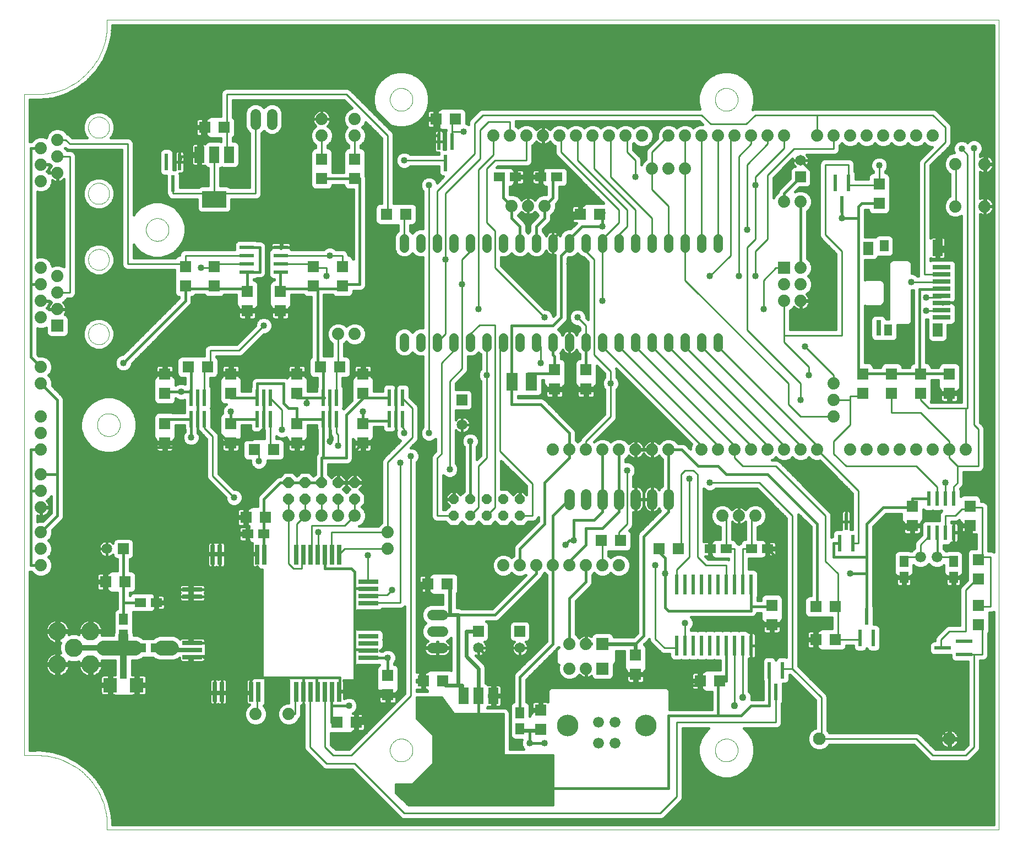
<source format=gtl>
G75*
G70*
%OFA0B0*%
%FSLAX24Y24*%
%IPPOS*%
%LPD*%
%AMOC8*
5,1,8,0,0,1.08239X$1,22.5*
%
%ADD10C,0.0560*%
%ADD11C,0.0740*%
%ADD12R,0.0709X0.0551*%
%ADD13C,0.0660*%
%ADD14C,0.1306*%
%ADD15R,0.0220X0.1020*%
%ADD16R,0.0240X0.0870*%
%ADD17R,0.0710X0.0709*%
%ADD18R,0.0709X0.0710*%
%ADD19R,0.0650X0.0650*%
%ADD20C,0.0650*%
%ADD21C,0.0768*%
%ADD22OC8,0.0600*%
%ADD23C,0.0634*%
%ADD24R,0.1020X0.0220*%
%ADD25R,0.0709X0.1100*%
%ADD26R,0.1083X0.0276*%
%ADD27R,0.0591X0.0984*%
%ADD28R,0.0591X0.0827*%
%ADD29R,0.0512X0.0709*%
%ADD30R,0.0315X0.0965*%
%ADD31R,0.0551X0.0709*%
%ADD32R,0.0610X0.0787*%
%ADD33R,0.0240X0.1200*%
%ADD34R,0.0740X0.0740*%
%ADD35C,0.0640*%
%ADD36R,0.0260X0.1200*%
%ADD37R,0.1200X0.0260*%
%ADD38C,0.1100*%
%ADD39OC8,0.0640*%
%ADD40R,0.0400X0.1200*%
%ADD41R,0.0840X0.0880*%
%ADD42C,0.0000*%
%ADD43R,0.0870X0.0240*%
%ADD44R,0.0600X0.1000*%
%ADD45R,0.1450X0.1000*%
%ADD46C,0.0100*%
%ADD47C,0.0400*%
%ADD48C,0.0150*%
%ADD49C,0.0160*%
%ADD50C,0.0240*%
%ADD51C,0.0600*%
%ADD52C,0.0436*%
%ADD53C,0.0600*%
%ADD54C,0.0320*%
%ADD55C,0.0910*%
%ADD56C,0.0300*%
%ADD57C,0.0400*%
%ADD58C,0.0260*%
D10*
X026175Y032395D02*
X026175Y032955D01*
X027175Y032955D02*
X027175Y032395D01*
X028175Y032395D02*
X028175Y032955D01*
X029175Y032955D02*
X029175Y032395D01*
X030175Y032395D02*
X030175Y032955D01*
X031175Y032955D02*
X031175Y032395D01*
X032175Y032395D02*
X032175Y032955D01*
X033175Y032955D02*
X033175Y032395D01*
X034175Y032395D02*
X034175Y032955D01*
X035175Y032955D02*
X035175Y032395D01*
X036175Y032395D02*
X036175Y032955D01*
X037175Y032955D02*
X037175Y032395D01*
X038175Y032395D02*
X038175Y032955D01*
X039175Y032955D02*
X039175Y032395D01*
X040175Y032395D02*
X040175Y032955D01*
X041175Y032955D02*
X041175Y032395D01*
X042175Y032395D02*
X042175Y032955D01*
X043175Y032955D02*
X043175Y032395D01*
X044175Y032395D02*
X044175Y032955D01*
X045175Y032955D02*
X045175Y032395D01*
X045175Y038395D02*
X045175Y038955D01*
X044175Y038955D02*
X044175Y038395D01*
X043175Y038395D02*
X043175Y038955D01*
X042175Y038955D02*
X042175Y038395D01*
X041175Y038395D02*
X041175Y038955D01*
X040175Y038955D02*
X040175Y038395D01*
X039175Y038395D02*
X039175Y038955D01*
X038175Y038955D02*
X038175Y038395D01*
X037175Y038395D02*
X037175Y038955D01*
X036175Y038955D02*
X036175Y038395D01*
X035175Y038395D02*
X035175Y038955D01*
X034175Y038955D02*
X034175Y038395D01*
X033175Y038395D02*
X033175Y038955D01*
X032175Y038955D02*
X032175Y038395D01*
X031175Y038395D02*
X031175Y038955D01*
X030175Y038955D02*
X030175Y038395D01*
X029175Y038395D02*
X029175Y038955D01*
X028175Y038955D02*
X028175Y038395D01*
X027175Y038395D02*
X027175Y038955D01*
X026175Y038955D02*
X026175Y038395D01*
D11*
X032675Y040925D03*
X033675Y040925D03*
X034675Y040925D03*
X034575Y045175D03*
X033575Y045175D03*
X032575Y045175D03*
X031575Y045175D03*
X035575Y045175D03*
X036575Y045175D03*
X037575Y045175D03*
X038575Y045175D03*
X039575Y045175D03*
X040575Y045175D03*
X042175Y045175D03*
X043175Y045175D03*
X044175Y045175D03*
X045175Y045175D03*
X046175Y045175D03*
X047175Y045175D03*
X048175Y045175D03*
X049175Y045175D03*
X051175Y045175D03*
X052175Y045175D03*
X053175Y045175D03*
X054175Y045175D03*
X055175Y045175D03*
X056175Y045175D03*
X057175Y045175D03*
X058175Y045175D03*
X059535Y043455D03*
X061315Y043455D03*
X061315Y040895D03*
X059535Y040895D03*
X050175Y041175D03*
X049175Y041175D03*
X043175Y043175D03*
X042175Y043175D03*
X041175Y043175D03*
X050175Y037175D03*
X050175Y036175D03*
X049175Y036175D03*
X049175Y035175D03*
X050175Y035175D03*
X052175Y030175D03*
X052175Y029175D03*
X052175Y028175D03*
X051175Y026175D03*
X050175Y026175D03*
X049175Y026175D03*
X048175Y026175D03*
X047175Y026175D03*
X046175Y026175D03*
X045175Y026175D03*
X044175Y026175D03*
X042175Y026175D03*
X041175Y026175D03*
X040175Y026175D03*
X039175Y026175D03*
X038175Y026175D03*
X037175Y026175D03*
X036175Y026175D03*
X035175Y026175D03*
X045425Y022175D03*
X046425Y022175D03*
X047425Y022175D03*
X053175Y026175D03*
X054175Y026175D03*
X055175Y026175D03*
X056175Y026175D03*
X057175Y026175D03*
X058175Y026175D03*
X059175Y026175D03*
X060175Y026175D03*
X039175Y019175D03*
X038175Y019175D03*
X037175Y019175D03*
X036175Y019175D03*
X035175Y019175D03*
X034175Y019175D03*
X033175Y019175D03*
X032175Y019175D03*
X036175Y014425D03*
X037175Y014425D03*
X037175Y012925D03*
X036175Y012925D03*
X025175Y020175D03*
X025175Y021175D03*
X023175Y022175D03*
X022175Y022175D03*
X021175Y022175D03*
X020175Y022175D03*
X019175Y022175D03*
X004175Y022675D03*
X004175Y023675D03*
X004175Y024675D03*
X004175Y026175D03*
X004175Y027175D03*
X004175Y028175D03*
X004175Y030175D03*
X004175Y031175D03*
X004175Y034175D03*
X005175Y034675D03*
X004175Y035175D03*
X005175Y035675D03*
X004175Y036175D03*
X005175Y036675D03*
X004175Y037175D03*
X004175Y042425D03*
X005175Y042925D03*
X004175Y043425D03*
X005175Y043925D03*
X004175Y044425D03*
X005175Y044925D03*
X021175Y045175D03*
X021175Y046175D03*
X023175Y046175D03*
X023175Y045175D03*
X023175Y033175D03*
X022175Y033175D03*
X004175Y021175D03*
X004175Y020175D03*
X004175Y019175D03*
X017175Y010175D03*
X019175Y010175D03*
D12*
X011157Y014175D03*
X010193Y014175D03*
X010193Y016925D03*
X011157Y016925D03*
X016693Y021075D03*
X017657Y021075D03*
X044693Y020175D03*
X045657Y020175D03*
X047193Y020175D03*
X048157Y020175D03*
X035407Y042675D03*
X034443Y042675D03*
X032907Y042675D03*
X031943Y042675D03*
D13*
X057425Y019675D03*
X058425Y019675D03*
X038917Y009675D03*
X037933Y009675D03*
X037933Y008415D03*
X038917Y008415D03*
D14*
X040795Y009478D03*
X036055Y009478D03*
D15*
X048275Y012825D03*
X049075Y012825D03*
X048675Y011525D03*
X053775Y014775D03*
X054575Y014775D03*
X054175Y016075D03*
X053325Y020525D03*
X052525Y020525D03*
X052925Y021825D03*
X026075Y028025D03*
X025675Y028025D03*
X025275Y028025D03*
X025275Y029325D03*
X025675Y029325D03*
X026075Y029325D03*
X022075Y029325D03*
X021675Y029325D03*
X021275Y029325D03*
X021275Y028025D03*
X021675Y028025D03*
X022075Y028025D03*
X018075Y028025D03*
X017675Y028025D03*
X017275Y028025D03*
X017275Y029325D03*
X017675Y029325D03*
X018075Y029325D03*
X014075Y029325D03*
X013675Y029325D03*
X013275Y029325D03*
X013275Y028025D03*
X013675Y028025D03*
X014075Y028025D03*
X012175Y042275D03*
X011775Y043575D03*
X012575Y043575D03*
X028275Y044825D03*
X029075Y044825D03*
X028675Y043525D03*
X052275Y042325D03*
X053075Y042325D03*
X052675Y041025D03*
D16*
X057925Y023205D03*
X058425Y023205D03*
X058925Y023205D03*
X059425Y023205D03*
X059425Y021145D03*
X058925Y021145D03*
X058425Y021145D03*
X057925Y021145D03*
D17*
X056925Y021585D03*
X056925Y022765D03*
X060425Y022765D03*
X060425Y021585D03*
X060925Y019515D03*
X060925Y018335D03*
X060925Y016765D03*
X060925Y015585D03*
X048425Y015585D03*
X048425Y016765D03*
X040175Y013765D03*
X040175Y012585D03*
X034425Y010415D03*
X034425Y009235D03*
X025175Y011335D03*
X025175Y012515D03*
X023675Y026585D03*
X023675Y027765D03*
X023675Y029585D03*
X023675Y030765D03*
X019675Y030765D03*
X019675Y029585D03*
X019675Y027765D03*
X019675Y026585D03*
X015675Y026585D03*
X015675Y027765D03*
X015675Y029585D03*
X015675Y030765D03*
X011675Y030765D03*
X011675Y029585D03*
X011675Y027765D03*
X011675Y026585D03*
X016675Y034585D03*
X016675Y035765D03*
X018675Y035765D03*
X018675Y034585D03*
X020675Y036085D03*
X020675Y037265D03*
X022425Y037265D03*
X022425Y036085D03*
X014675Y036085D03*
X014675Y037265D03*
X012925Y037265D03*
X012925Y036085D03*
X021175Y042585D03*
X023175Y042585D03*
X023175Y043765D03*
X021175Y043765D03*
X035275Y031015D03*
X037175Y031015D03*
X037175Y029835D03*
X035275Y029835D03*
X053925Y029585D03*
X055675Y029585D03*
X055675Y030765D03*
X053925Y030765D03*
X057425Y030765D03*
X057425Y029585D03*
X059175Y029585D03*
X059175Y030765D03*
X054925Y041085D03*
X054925Y042265D03*
D18*
X038015Y040425D03*
X036835Y040425D03*
X029265Y046175D03*
X028085Y046175D03*
X026265Y040425D03*
X025085Y040425D03*
X015265Y045675D03*
X014085Y045675D03*
X014265Y031175D03*
X013085Y031175D03*
X017085Y026175D03*
X018265Y026175D03*
X017765Y022075D03*
X016585Y022075D03*
X009265Y018175D03*
X008085Y018175D03*
X022085Y009675D03*
X023265Y009675D03*
X027335Y012175D03*
X028515Y012175D03*
X028765Y018050D03*
X027585Y018050D03*
X038085Y020675D03*
X039265Y020675D03*
X041585Y020175D03*
X042765Y020175D03*
X051085Y016675D03*
X052265Y016675D03*
X052265Y014675D03*
X051085Y014675D03*
X045265Y012175D03*
X044085Y012175D03*
X022265Y031175D03*
X021085Y031175D03*
D19*
X029675Y029175D03*
X009175Y020175D03*
X030675Y015175D03*
X033175Y015175D03*
X050175Y042675D03*
D20*
X050175Y043675D03*
X029675Y027675D03*
X008175Y020175D03*
X030675Y014175D03*
X033175Y014175D03*
D21*
X051301Y008675D03*
X059175Y008675D03*
D22*
X033175Y022175D03*
X033175Y023175D03*
X032175Y023175D03*
X032175Y022175D03*
X031175Y022175D03*
X031175Y023175D03*
X030175Y023175D03*
X030175Y022175D03*
X029175Y022175D03*
X029175Y023175D03*
D23*
X036175Y022858D02*
X036175Y023492D01*
X037175Y023492D02*
X037175Y022858D01*
X038175Y022858D02*
X038175Y023492D01*
X039175Y023492D02*
X039175Y022858D01*
X040175Y022858D02*
X040175Y023492D01*
X041175Y023492D02*
X041175Y022858D01*
X042175Y022858D02*
X042175Y023492D01*
X018175Y045858D02*
X018175Y046492D01*
X017175Y046492D02*
X017175Y045858D01*
D24*
X060075Y014575D03*
X058775Y014175D03*
X060075Y013775D03*
D25*
X033865Y030275D03*
X032685Y030275D03*
D26*
X058716Y034175D03*
X058716Y034608D03*
X058716Y035041D03*
X058716Y035474D03*
X058716Y035907D03*
X058716Y036340D03*
X058716Y036773D03*
X058716Y037206D03*
D27*
X058470Y038368D03*
D28*
X058470Y033427D03*
D29*
X055478Y033407D03*
D30*
X054888Y033535D03*
D31*
X055222Y038506D03*
X056425Y019407D03*
X056425Y018443D03*
X059425Y018443D03*
X059425Y019407D03*
X033175Y010257D03*
X033175Y009293D03*
X009175Y014943D03*
X009175Y015907D03*
D32*
X054268Y038348D03*
D33*
X047175Y018025D03*
X046675Y018025D03*
X046175Y018025D03*
X045675Y018025D03*
X045175Y018025D03*
X044675Y018025D03*
X044175Y018025D03*
X043675Y018025D03*
X043175Y018025D03*
X042675Y018025D03*
X042675Y014325D03*
X043175Y014325D03*
X043675Y014325D03*
X044175Y014325D03*
X044675Y014325D03*
X045175Y014325D03*
X045675Y014325D03*
X046175Y014325D03*
X046675Y014325D03*
X047175Y014325D03*
D34*
X038175Y014425D03*
X038175Y012925D03*
X005175Y033675D03*
X049175Y037175D03*
D35*
X028495Y016175D02*
X027855Y016175D01*
X027855Y015175D02*
X028495Y015175D01*
X028495Y014175D02*
X027855Y014175D01*
D36*
X022218Y011527D03*
X021785Y011527D03*
X021352Y011527D03*
X020919Y011527D03*
X020486Y011527D03*
X020053Y011527D03*
X019620Y011527D03*
X017336Y011527D03*
X016903Y011527D03*
X015132Y011527D03*
X014699Y011527D03*
X014581Y019823D03*
X015014Y019823D03*
X017258Y019823D03*
X017691Y019823D03*
X019620Y019823D03*
X020053Y019823D03*
X020486Y019823D03*
X020919Y019823D03*
X021352Y019823D03*
X021785Y019823D03*
X022218Y019823D03*
D37*
X024004Y018195D03*
X024004Y017762D03*
X024004Y017329D03*
X024004Y016895D03*
X024004Y014888D03*
X024004Y014455D03*
X024004Y014021D03*
X024004Y013588D03*
X013346Y013628D03*
X013346Y014061D03*
X013346Y014494D03*
X013346Y017289D03*
X013346Y017722D03*
D38*
X007175Y015175D03*
X006175Y014175D03*
X005175Y013175D03*
X007175Y013175D03*
X005175Y015175D03*
D39*
X019175Y023175D03*
X019175Y024175D03*
X020175Y024175D03*
X021175Y024175D03*
X022175Y024175D03*
X023175Y024175D03*
X023175Y023175D03*
X022175Y023175D03*
X021175Y023175D03*
X020175Y023175D03*
D40*
X009175Y012925D03*
D41*
X008375Y011925D03*
X009975Y011925D03*
D42*
X003675Y007675D02*
X003884Y007682D01*
X004093Y007679D01*
X004301Y007665D01*
X004509Y007642D01*
X004715Y007608D01*
X004919Y007564D01*
X005121Y007510D01*
X005320Y007447D01*
X005516Y007374D01*
X005708Y007291D01*
X005895Y007199D01*
X006078Y007097D01*
X006256Y006987D01*
X006428Y006869D01*
X006594Y006742D01*
X006753Y006607D01*
X006906Y006464D01*
X007051Y006314D01*
X007189Y006157D01*
X007320Y005994D01*
X007442Y005824D01*
X007555Y005649D01*
X007660Y005468D01*
X007756Y005282D01*
X007842Y005092D01*
X007919Y004898D01*
X007987Y004700D01*
X008044Y004499D01*
X008092Y004296D01*
X008130Y004090D01*
X008157Y003883D01*
X008175Y003675D01*
X008175Y003175D01*
X062175Y003175D01*
X062175Y052175D01*
X008175Y052175D01*
X008175Y051675D01*
X008158Y051473D01*
X008132Y051272D01*
X008096Y051073D01*
X008051Y050875D01*
X007996Y050680D01*
X007932Y050488D01*
X007859Y050299D01*
X007777Y050113D01*
X007687Y049932D01*
X007588Y049756D01*
X007480Y049584D01*
X007365Y049417D01*
X007242Y049256D01*
X007111Y049102D01*
X006973Y048953D01*
X006828Y048811D01*
X006677Y048677D01*
X006519Y048550D01*
X006355Y048430D01*
X006186Y048318D01*
X006012Y048215D01*
X005833Y048120D01*
X005650Y048033D01*
X005463Y047956D01*
X005272Y047887D01*
X005079Y047827D01*
X004882Y047777D01*
X004684Y047736D01*
X004484Y047705D01*
X004282Y047683D01*
X004080Y047671D01*
X003878Y047668D01*
X003675Y047675D01*
X003175Y047675D01*
X003175Y007675D01*
X003675Y007675D01*
X025301Y007990D02*
X025303Y008042D01*
X025309Y008094D01*
X025319Y008145D01*
X025332Y008195D01*
X025350Y008245D01*
X025371Y008292D01*
X025395Y008338D01*
X025424Y008382D01*
X025455Y008424D01*
X025489Y008463D01*
X025526Y008500D01*
X025566Y008533D01*
X025609Y008564D01*
X025653Y008591D01*
X025699Y008615D01*
X025748Y008635D01*
X025797Y008651D01*
X025848Y008664D01*
X025899Y008673D01*
X025951Y008678D01*
X026003Y008679D01*
X026055Y008676D01*
X026107Y008669D01*
X026158Y008658D01*
X026208Y008644D01*
X026257Y008625D01*
X026304Y008603D01*
X026349Y008578D01*
X026393Y008549D01*
X026434Y008517D01*
X026473Y008482D01*
X026508Y008444D01*
X026541Y008403D01*
X026571Y008361D01*
X026597Y008316D01*
X026620Y008269D01*
X026639Y008220D01*
X026655Y008170D01*
X026667Y008120D01*
X026675Y008068D01*
X026679Y008016D01*
X026679Y007964D01*
X026675Y007912D01*
X026667Y007860D01*
X026655Y007810D01*
X026639Y007760D01*
X026620Y007711D01*
X026597Y007664D01*
X026571Y007619D01*
X026541Y007577D01*
X026508Y007536D01*
X026473Y007498D01*
X026434Y007463D01*
X026393Y007431D01*
X026349Y007402D01*
X026304Y007377D01*
X026257Y007355D01*
X026208Y007336D01*
X026158Y007322D01*
X026107Y007311D01*
X026055Y007304D01*
X026003Y007301D01*
X025951Y007302D01*
X025899Y007307D01*
X025848Y007316D01*
X025797Y007329D01*
X025748Y007345D01*
X025699Y007365D01*
X025653Y007389D01*
X025609Y007416D01*
X025566Y007447D01*
X025526Y007480D01*
X025489Y007517D01*
X025455Y007556D01*
X025424Y007598D01*
X025395Y007642D01*
X025371Y007688D01*
X025350Y007735D01*
X025332Y007785D01*
X025319Y007835D01*
X025309Y007886D01*
X025303Y007938D01*
X025301Y007990D01*
X044986Y007990D02*
X044988Y008042D01*
X044994Y008094D01*
X045004Y008145D01*
X045017Y008195D01*
X045035Y008245D01*
X045056Y008292D01*
X045080Y008338D01*
X045109Y008382D01*
X045140Y008424D01*
X045174Y008463D01*
X045211Y008500D01*
X045251Y008533D01*
X045294Y008564D01*
X045338Y008591D01*
X045384Y008615D01*
X045433Y008635D01*
X045482Y008651D01*
X045533Y008664D01*
X045584Y008673D01*
X045636Y008678D01*
X045688Y008679D01*
X045740Y008676D01*
X045792Y008669D01*
X045843Y008658D01*
X045893Y008644D01*
X045942Y008625D01*
X045989Y008603D01*
X046034Y008578D01*
X046078Y008549D01*
X046119Y008517D01*
X046158Y008482D01*
X046193Y008444D01*
X046226Y008403D01*
X046256Y008361D01*
X046282Y008316D01*
X046305Y008269D01*
X046324Y008220D01*
X046340Y008170D01*
X046352Y008120D01*
X046360Y008068D01*
X046364Y008016D01*
X046364Y007964D01*
X046360Y007912D01*
X046352Y007860D01*
X046340Y007810D01*
X046324Y007760D01*
X046305Y007711D01*
X046282Y007664D01*
X046256Y007619D01*
X046226Y007577D01*
X046193Y007536D01*
X046158Y007498D01*
X046119Y007463D01*
X046078Y007431D01*
X046034Y007402D01*
X045989Y007377D01*
X045942Y007355D01*
X045893Y007336D01*
X045843Y007322D01*
X045792Y007311D01*
X045740Y007304D01*
X045688Y007301D01*
X045636Y007302D01*
X045584Y007307D01*
X045533Y007316D01*
X045482Y007329D01*
X045433Y007345D01*
X045384Y007365D01*
X045338Y007389D01*
X045294Y007416D01*
X045251Y007447D01*
X045211Y007480D01*
X045174Y007517D01*
X045140Y007556D01*
X045109Y007598D01*
X045080Y007642D01*
X045056Y007688D01*
X045035Y007735D01*
X045017Y007785D01*
X045004Y007835D01*
X044994Y007886D01*
X044988Y007938D01*
X044986Y007990D01*
X007584Y027675D02*
X007586Y027727D01*
X007592Y027779D01*
X007602Y027830D01*
X007615Y027880D01*
X007633Y027930D01*
X007654Y027977D01*
X007678Y028023D01*
X007707Y028067D01*
X007738Y028109D01*
X007772Y028148D01*
X007809Y028185D01*
X007849Y028218D01*
X007892Y028249D01*
X007936Y028276D01*
X007982Y028300D01*
X008031Y028320D01*
X008080Y028336D01*
X008131Y028349D01*
X008182Y028358D01*
X008234Y028363D01*
X008286Y028364D01*
X008338Y028361D01*
X008390Y028354D01*
X008441Y028343D01*
X008491Y028329D01*
X008540Y028310D01*
X008587Y028288D01*
X008632Y028263D01*
X008676Y028234D01*
X008717Y028202D01*
X008756Y028167D01*
X008791Y028129D01*
X008824Y028088D01*
X008854Y028046D01*
X008880Y028001D01*
X008903Y027954D01*
X008922Y027905D01*
X008938Y027855D01*
X008950Y027805D01*
X008958Y027753D01*
X008962Y027701D01*
X008962Y027649D01*
X008958Y027597D01*
X008950Y027545D01*
X008938Y027495D01*
X008922Y027445D01*
X008903Y027396D01*
X008880Y027349D01*
X008854Y027304D01*
X008824Y027262D01*
X008791Y027221D01*
X008756Y027183D01*
X008717Y027148D01*
X008676Y027116D01*
X008632Y027087D01*
X008587Y027062D01*
X008540Y027040D01*
X008491Y027021D01*
X008441Y027007D01*
X008390Y026996D01*
X008338Y026989D01*
X008286Y026986D01*
X008234Y026987D01*
X008182Y026992D01*
X008131Y027001D01*
X008080Y027014D01*
X008031Y027030D01*
X007982Y027050D01*
X007936Y027074D01*
X007892Y027101D01*
X007849Y027132D01*
X007809Y027165D01*
X007772Y027202D01*
X007738Y027241D01*
X007707Y027283D01*
X007678Y027327D01*
X007654Y027373D01*
X007633Y027420D01*
X007615Y027470D01*
X007602Y027520D01*
X007592Y027571D01*
X007586Y027623D01*
X007584Y027675D01*
X007045Y033175D02*
X007047Y033225D01*
X007053Y033275D01*
X007063Y033324D01*
X007077Y033372D01*
X007094Y033419D01*
X007115Y033464D01*
X007140Y033508D01*
X007168Y033549D01*
X007200Y033588D01*
X007234Y033625D01*
X007271Y033659D01*
X007311Y033689D01*
X007353Y033716D01*
X007397Y033740D01*
X007443Y033761D01*
X007490Y033777D01*
X007538Y033790D01*
X007588Y033799D01*
X007637Y033804D01*
X007688Y033805D01*
X007738Y033802D01*
X007787Y033795D01*
X007836Y033784D01*
X007884Y033769D01*
X007930Y033751D01*
X007975Y033729D01*
X008018Y033703D01*
X008059Y033674D01*
X008098Y033642D01*
X008134Y033607D01*
X008166Y033569D01*
X008196Y033529D01*
X008223Y033486D01*
X008246Y033442D01*
X008265Y033396D01*
X008281Y033348D01*
X008293Y033299D01*
X008301Y033250D01*
X008305Y033200D01*
X008305Y033150D01*
X008301Y033100D01*
X008293Y033051D01*
X008281Y033002D01*
X008265Y032954D01*
X008246Y032908D01*
X008223Y032864D01*
X008196Y032821D01*
X008166Y032781D01*
X008134Y032743D01*
X008098Y032708D01*
X008059Y032676D01*
X008018Y032647D01*
X007975Y032621D01*
X007930Y032599D01*
X007884Y032581D01*
X007836Y032566D01*
X007787Y032555D01*
X007738Y032548D01*
X007688Y032545D01*
X007637Y032546D01*
X007588Y032551D01*
X007538Y032560D01*
X007490Y032573D01*
X007443Y032589D01*
X007397Y032610D01*
X007353Y032634D01*
X007311Y032661D01*
X007271Y032691D01*
X007234Y032725D01*
X007200Y032762D01*
X007168Y032801D01*
X007140Y032842D01*
X007115Y032886D01*
X007094Y032931D01*
X007077Y032978D01*
X007063Y033026D01*
X007053Y033075D01*
X007047Y033125D01*
X007045Y033175D01*
X007045Y037675D02*
X007047Y037725D01*
X007053Y037775D01*
X007063Y037824D01*
X007077Y037872D01*
X007094Y037919D01*
X007115Y037964D01*
X007140Y038008D01*
X007168Y038049D01*
X007200Y038088D01*
X007234Y038125D01*
X007271Y038159D01*
X007311Y038189D01*
X007353Y038216D01*
X007397Y038240D01*
X007443Y038261D01*
X007490Y038277D01*
X007538Y038290D01*
X007588Y038299D01*
X007637Y038304D01*
X007688Y038305D01*
X007738Y038302D01*
X007787Y038295D01*
X007836Y038284D01*
X007884Y038269D01*
X007930Y038251D01*
X007975Y038229D01*
X008018Y038203D01*
X008059Y038174D01*
X008098Y038142D01*
X008134Y038107D01*
X008166Y038069D01*
X008196Y038029D01*
X008223Y037986D01*
X008246Y037942D01*
X008265Y037896D01*
X008281Y037848D01*
X008293Y037799D01*
X008301Y037750D01*
X008305Y037700D01*
X008305Y037650D01*
X008301Y037600D01*
X008293Y037551D01*
X008281Y037502D01*
X008265Y037454D01*
X008246Y037408D01*
X008223Y037364D01*
X008196Y037321D01*
X008166Y037281D01*
X008134Y037243D01*
X008098Y037208D01*
X008059Y037176D01*
X008018Y037147D01*
X007975Y037121D01*
X007930Y037099D01*
X007884Y037081D01*
X007836Y037066D01*
X007787Y037055D01*
X007738Y037048D01*
X007688Y037045D01*
X007637Y037046D01*
X007588Y037051D01*
X007538Y037060D01*
X007490Y037073D01*
X007443Y037089D01*
X007397Y037110D01*
X007353Y037134D01*
X007311Y037161D01*
X007271Y037191D01*
X007234Y037225D01*
X007200Y037262D01*
X007168Y037301D01*
X007140Y037342D01*
X007115Y037386D01*
X007094Y037431D01*
X007077Y037478D01*
X007063Y037526D01*
X007053Y037575D01*
X007047Y037625D01*
X007045Y037675D01*
X010537Y039486D02*
X010539Y039538D01*
X010545Y039590D01*
X010555Y039641D01*
X010568Y039691D01*
X010586Y039741D01*
X010607Y039788D01*
X010631Y039834D01*
X010660Y039878D01*
X010691Y039920D01*
X010725Y039959D01*
X010762Y039996D01*
X010802Y040029D01*
X010845Y040060D01*
X010889Y040087D01*
X010935Y040111D01*
X010984Y040131D01*
X011033Y040147D01*
X011084Y040160D01*
X011135Y040169D01*
X011187Y040174D01*
X011239Y040175D01*
X011291Y040172D01*
X011343Y040165D01*
X011394Y040154D01*
X011444Y040140D01*
X011493Y040121D01*
X011540Y040099D01*
X011585Y040074D01*
X011629Y040045D01*
X011670Y040013D01*
X011709Y039978D01*
X011744Y039940D01*
X011777Y039899D01*
X011807Y039857D01*
X011833Y039812D01*
X011856Y039765D01*
X011875Y039716D01*
X011891Y039666D01*
X011903Y039616D01*
X011911Y039564D01*
X011915Y039512D01*
X011915Y039460D01*
X011911Y039408D01*
X011903Y039356D01*
X011891Y039306D01*
X011875Y039256D01*
X011856Y039207D01*
X011833Y039160D01*
X011807Y039115D01*
X011777Y039073D01*
X011744Y039032D01*
X011709Y038994D01*
X011670Y038959D01*
X011629Y038927D01*
X011585Y038898D01*
X011540Y038873D01*
X011493Y038851D01*
X011444Y038832D01*
X011394Y038818D01*
X011343Y038807D01*
X011291Y038800D01*
X011239Y038797D01*
X011187Y038798D01*
X011135Y038803D01*
X011084Y038812D01*
X011033Y038825D01*
X010984Y038841D01*
X010935Y038861D01*
X010889Y038885D01*
X010845Y038912D01*
X010802Y038943D01*
X010762Y038976D01*
X010725Y039013D01*
X010691Y039052D01*
X010660Y039094D01*
X010631Y039138D01*
X010607Y039184D01*
X010586Y039231D01*
X010568Y039281D01*
X010555Y039331D01*
X010545Y039382D01*
X010539Y039434D01*
X010537Y039486D01*
X007035Y041675D02*
X007037Y041725D01*
X007043Y041775D01*
X007053Y041824D01*
X007066Y041873D01*
X007084Y041920D01*
X007105Y041966D01*
X007129Y042009D01*
X007157Y042051D01*
X007188Y042091D01*
X007222Y042128D01*
X007259Y042162D01*
X007299Y042193D01*
X007341Y042221D01*
X007384Y042245D01*
X007430Y042266D01*
X007477Y042284D01*
X007526Y042297D01*
X007575Y042307D01*
X007625Y042313D01*
X007675Y042315D01*
X007725Y042313D01*
X007775Y042307D01*
X007824Y042297D01*
X007873Y042284D01*
X007920Y042266D01*
X007966Y042245D01*
X008009Y042221D01*
X008051Y042193D01*
X008091Y042162D01*
X008128Y042128D01*
X008162Y042091D01*
X008193Y042051D01*
X008221Y042009D01*
X008245Y041966D01*
X008266Y041920D01*
X008284Y041873D01*
X008297Y041824D01*
X008307Y041775D01*
X008313Y041725D01*
X008315Y041675D01*
X008313Y041625D01*
X008307Y041575D01*
X008297Y041526D01*
X008284Y041477D01*
X008266Y041430D01*
X008245Y041384D01*
X008221Y041341D01*
X008193Y041299D01*
X008162Y041259D01*
X008128Y041222D01*
X008091Y041188D01*
X008051Y041157D01*
X008009Y041129D01*
X007966Y041105D01*
X007920Y041084D01*
X007873Y041066D01*
X007824Y041053D01*
X007775Y041043D01*
X007725Y041037D01*
X007675Y041035D01*
X007625Y041037D01*
X007575Y041043D01*
X007526Y041053D01*
X007477Y041066D01*
X007430Y041084D01*
X007384Y041105D01*
X007341Y041129D01*
X007299Y041157D01*
X007259Y041188D01*
X007222Y041222D01*
X007188Y041259D01*
X007157Y041299D01*
X007129Y041341D01*
X007105Y041384D01*
X007084Y041430D01*
X007066Y041477D01*
X007053Y041526D01*
X007043Y041575D01*
X007037Y041625D01*
X007035Y041675D01*
X007035Y045675D02*
X007037Y045725D01*
X007043Y045775D01*
X007053Y045824D01*
X007066Y045873D01*
X007084Y045920D01*
X007105Y045966D01*
X007129Y046009D01*
X007157Y046051D01*
X007188Y046091D01*
X007222Y046128D01*
X007259Y046162D01*
X007299Y046193D01*
X007341Y046221D01*
X007384Y046245D01*
X007430Y046266D01*
X007477Y046284D01*
X007526Y046297D01*
X007575Y046307D01*
X007625Y046313D01*
X007675Y046315D01*
X007725Y046313D01*
X007775Y046307D01*
X007824Y046297D01*
X007873Y046284D01*
X007920Y046266D01*
X007966Y046245D01*
X008009Y046221D01*
X008051Y046193D01*
X008091Y046162D01*
X008128Y046128D01*
X008162Y046091D01*
X008193Y046051D01*
X008221Y046009D01*
X008245Y045966D01*
X008266Y045920D01*
X008284Y045873D01*
X008297Y045824D01*
X008307Y045775D01*
X008313Y045725D01*
X008315Y045675D01*
X008313Y045625D01*
X008307Y045575D01*
X008297Y045526D01*
X008284Y045477D01*
X008266Y045430D01*
X008245Y045384D01*
X008221Y045341D01*
X008193Y045299D01*
X008162Y045259D01*
X008128Y045222D01*
X008091Y045188D01*
X008051Y045157D01*
X008009Y045129D01*
X007966Y045105D01*
X007920Y045084D01*
X007873Y045066D01*
X007824Y045053D01*
X007775Y045043D01*
X007725Y045037D01*
X007675Y045035D01*
X007625Y045037D01*
X007575Y045043D01*
X007526Y045053D01*
X007477Y045066D01*
X007430Y045084D01*
X007384Y045105D01*
X007341Y045129D01*
X007299Y045157D01*
X007259Y045188D01*
X007222Y045222D01*
X007188Y045259D01*
X007157Y045299D01*
X007129Y045341D01*
X007105Y045384D01*
X007084Y045430D01*
X007066Y045477D01*
X007053Y045526D01*
X007043Y045575D01*
X007037Y045625D01*
X007035Y045675D01*
X025301Y047360D02*
X025303Y047412D01*
X025309Y047464D01*
X025319Y047515D01*
X025332Y047565D01*
X025350Y047615D01*
X025371Y047662D01*
X025395Y047708D01*
X025424Y047752D01*
X025455Y047794D01*
X025489Y047833D01*
X025526Y047870D01*
X025566Y047903D01*
X025609Y047934D01*
X025653Y047961D01*
X025699Y047985D01*
X025748Y048005D01*
X025797Y048021D01*
X025848Y048034D01*
X025899Y048043D01*
X025951Y048048D01*
X026003Y048049D01*
X026055Y048046D01*
X026107Y048039D01*
X026158Y048028D01*
X026208Y048014D01*
X026257Y047995D01*
X026304Y047973D01*
X026349Y047948D01*
X026393Y047919D01*
X026434Y047887D01*
X026473Y047852D01*
X026508Y047814D01*
X026541Y047773D01*
X026571Y047731D01*
X026597Y047686D01*
X026620Y047639D01*
X026639Y047590D01*
X026655Y047540D01*
X026667Y047490D01*
X026675Y047438D01*
X026679Y047386D01*
X026679Y047334D01*
X026675Y047282D01*
X026667Y047230D01*
X026655Y047180D01*
X026639Y047130D01*
X026620Y047081D01*
X026597Y047034D01*
X026571Y046989D01*
X026541Y046947D01*
X026508Y046906D01*
X026473Y046868D01*
X026434Y046833D01*
X026393Y046801D01*
X026349Y046772D01*
X026304Y046747D01*
X026257Y046725D01*
X026208Y046706D01*
X026158Y046692D01*
X026107Y046681D01*
X026055Y046674D01*
X026003Y046671D01*
X025951Y046672D01*
X025899Y046677D01*
X025848Y046686D01*
X025797Y046699D01*
X025748Y046715D01*
X025699Y046735D01*
X025653Y046759D01*
X025609Y046786D01*
X025566Y046817D01*
X025526Y046850D01*
X025489Y046887D01*
X025455Y046926D01*
X025424Y046968D01*
X025395Y047012D01*
X025371Y047058D01*
X025350Y047105D01*
X025332Y047155D01*
X025319Y047205D01*
X025309Y047256D01*
X025303Y047308D01*
X025301Y047360D01*
X044986Y047360D02*
X044988Y047412D01*
X044994Y047464D01*
X045004Y047515D01*
X045017Y047565D01*
X045035Y047615D01*
X045056Y047662D01*
X045080Y047708D01*
X045109Y047752D01*
X045140Y047794D01*
X045174Y047833D01*
X045211Y047870D01*
X045251Y047903D01*
X045294Y047934D01*
X045338Y047961D01*
X045384Y047985D01*
X045433Y048005D01*
X045482Y048021D01*
X045533Y048034D01*
X045584Y048043D01*
X045636Y048048D01*
X045688Y048049D01*
X045740Y048046D01*
X045792Y048039D01*
X045843Y048028D01*
X045893Y048014D01*
X045942Y047995D01*
X045989Y047973D01*
X046034Y047948D01*
X046078Y047919D01*
X046119Y047887D01*
X046158Y047852D01*
X046193Y047814D01*
X046226Y047773D01*
X046256Y047731D01*
X046282Y047686D01*
X046305Y047639D01*
X046324Y047590D01*
X046340Y047540D01*
X046352Y047490D01*
X046360Y047438D01*
X046364Y047386D01*
X046364Y047334D01*
X046360Y047282D01*
X046352Y047230D01*
X046340Y047180D01*
X046324Y047130D01*
X046305Y047081D01*
X046282Y047034D01*
X046256Y046989D01*
X046226Y046947D01*
X046193Y046906D01*
X046158Y046868D01*
X046119Y046833D01*
X046078Y046801D01*
X046034Y046772D01*
X045989Y046747D01*
X045942Y046725D01*
X045893Y046706D01*
X045843Y046692D01*
X045792Y046681D01*
X045740Y046674D01*
X045688Y046671D01*
X045636Y046672D01*
X045584Y046677D01*
X045533Y046686D01*
X045482Y046699D01*
X045433Y046715D01*
X045384Y046735D01*
X045338Y046759D01*
X045294Y046786D01*
X045251Y046817D01*
X045211Y046850D01*
X045174Y046887D01*
X045140Y046926D01*
X045109Y046968D01*
X045080Y047012D01*
X045056Y047058D01*
X045035Y047105D01*
X045017Y047155D01*
X045004Y047205D01*
X044994Y047256D01*
X044988Y047308D01*
X044986Y047360D01*
D43*
X018705Y038425D03*
X018705Y037925D03*
X018705Y037425D03*
X018705Y036925D03*
X016645Y036925D03*
X016645Y037425D03*
X016645Y037925D03*
X016645Y038425D03*
D44*
X015581Y044025D03*
X014675Y044025D03*
X013769Y044025D03*
X029769Y011275D03*
X030675Y011275D03*
X031581Y011275D03*
D45*
X030675Y008575D03*
X014675Y041325D03*
D46*
X014675Y041375D01*
X014675Y041325D02*
X014675Y041675D01*
X017175Y041675D01*
X017175Y046175D01*
X015425Y045675D02*
X015265Y045675D01*
X015425Y045675D02*
X015425Y047675D01*
X022675Y047675D01*
X025175Y045175D01*
X025175Y040425D01*
X025085Y040425D01*
X026175Y040375D02*
X026265Y040425D01*
X026175Y040375D02*
X026175Y038675D01*
X028175Y038675D02*
X028175Y041825D01*
X030425Y044075D01*
X030425Y045925D01*
X030925Y046425D01*
X044175Y046425D01*
X044725Y045875D01*
X046875Y045875D01*
X047425Y046425D01*
X051175Y046425D01*
X051175Y045175D01*
X052175Y045175D02*
X052175Y044375D01*
X049775Y044375D01*
X048175Y042775D01*
X048175Y038925D01*
X047425Y038175D01*
X047425Y036675D01*
X047925Y036425D02*
X048675Y037175D01*
X049175Y037175D01*
X047925Y036425D02*
X047925Y034675D01*
X049175Y035175D02*
X049175Y033075D01*
X052675Y033075D01*
X052675Y038175D01*
X051675Y039175D01*
X051675Y043425D01*
X053075Y043425D01*
X053075Y042325D01*
X053075Y042175D01*
X054925Y042175D01*
X054925Y042265D01*
X054925Y043375D01*
X057675Y043525D02*
X058925Y044775D01*
X058925Y045675D01*
X058175Y046425D01*
X051175Y046425D01*
X049175Y045175D02*
X049175Y044425D01*
X047425Y042675D01*
X047425Y042175D01*
X047425Y038925D01*
X046925Y038425D01*
X046925Y033425D01*
X050175Y030175D01*
X050175Y029175D01*
X049425Y028925D02*
X050175Y028175D01*
X052175Y028175D01*
X053175Y027675D02*
X053175Y029175D01*
X053175Y029425D01*
X053925Y029425D01*
X053925Y029585D01*
X053175Y029175D02*
X052175Y029175D01*
X052175Y030175D02*
X052175Y030675D01*
X050425Y032425D01*
X050675Y031175D02*
X050675Y030675D01*
X050675Y031175D02*
X049175Y032675D01*
X049175Y033075D01*
X045175Y032675D02*
X045175Y032425D01*
X051175Y026425D01*
X051175Y026175D01*
X053675Y023675D01*
X053675Y020525D01*
X053325Y020525D01*
X051675Y019425D02*
X052425Y018675D01*
X052425Y016675D01*
X052265Y016675D01*
X052425Y016675D02*
X052425Y014675D01*
X052265Y014675D01*
X052425Y014675D02*
X053775Y014675D01*
X053775Y014775D01*
X051425Y011175D02*
X049675Y012925D01*
X049675Y022175D01*
X047675Y024175D01*
X044675Y024175D01*
X043925Y024675D02*
X043925Y019675D01*
X044425Y019175D01*
X045675Y019175D01*
X045675Y018025D01*
X046175Y018025D02*
X046175Y020175D01*
X045657Y020175D01*
X045657Y021943D01*
X045425Y022175D01*
X047193Y021943D02*
X047425Y022175D01*
X047193Y021943D02*
X047193Y020175D01*
X046675Y020175D01*
X046675Y018025D01*
X043425Y019675D02*
X043425Y024425D01*
X043675Y024925D02*
X043175Y024925D01*
X042925Y024675D01*
X042925Y020175D01*
X042765Y020175D01*
X043425Y019675D02*
X042675Y018925D01*
X042675Y018025D01*
X041375Y019175D02*
X041375Y014725D01*
X041925Y014175D01*
X042675Y014175D01*
X042675Y014325D01*
X043175Y014325D02*
X043175Y015675D01*
X046175Y014325D02*
X046175Y010675D01*
X046675Y011175D02*
X046675Y014325D01*
X049075Y012925D02*
X049075Y012825D01*
X049075Y012925D02*
X049675Y012925D01*
X048675Y011525D02*
X048675Y009675D01*
X042675Y009675D01*
X042675Y005175D01*
X041675Y004175D01*
X026175Y004175D01*
X023175Y007175D01*
X021475Y007175D01*
X020475Y008175D01*
X020475Y011475D01*
X020486Y011527D01*
X019620Y011527D02*
X019575Y011475D01*
X019575Y010175D01*
X019175Y010175D01*
X017275Y010175D02*
X017275Y011475D01*
X017336Y011527D01*
X017275Y010175D02*
X017175Y010175D01*
X021352Y011527D02*
X021375Y011475D01*
X021375Y008175D01*
X021875Y007675D01*
X022975Y007675D01*
X026575Y011275D01*
X026575Y025775D01*
X025925Y025375D02*
X025925Y016925D01*
X024175Y016925D01*
X024004Y016895D01*
X024075Y016875D01*
X024175Y016925D01*
X024004Y017329D02*
X024075Y017375D01*
X025125Y017375D01*
X025425Y017675D01*
X024004Y018195D02*
X023975Y018275D01*
X023975Y019775D01*
X025175Y020175D02*
X022575Y020175D01*
X022275Y019875D01*
X022218Y019823D01*
X021785Y019823D02*
X021775Y019875D01*
X021775Y021175D01*
X025175Y021175D01*
X025175Y025425D01*
X026675Y026925D01*
X026675Y028675D01*
X026075Y029275D01*
X026075Y029325D01*
X026075Y028025D02*
X026075Y027525D01*
X026175Y027425D01*
X026175Y027175D01*
X027675Y027175D02*
X027675Y042175D01*
X028675Y041675D02*
X030775Y043775D01*
X030775Y045525D01*
X031275Y046025D01*
X032575Y046025D01*
X032575Y045175D01*
X031575Y045175D02*
X031575Y044025D01*
X030675Y043125D01*
X030675Y034675D01*
X030725Y033725D02*
X031675Y033725D01*
X031675Y022675D01*
X031175Y022175D01*
X030675Y022675D02*
X030175Y022175D01*
X030675Y022675D02*
X030675Y025175D01*
X031175Y025675D01*
X031175Y030675D01*
X031175Y032675D01*
X031975Y032475D02*
X031975Y026075D01*
X033925Y024125D01*
X033925Y022175D01*
X033175Y022175D01*
X029175Y022175D02*
X028175Y022175D01*
X028175Y025675D01*
X028425Y025925D01*
X028425Y031425D01*
X029175Y032175D01*
X029175Y032675D01*
X028675Y033175D02*
X028675Y037675D01*
X028675Y041675D01*
X028675Y043525D02*
X028675Y043675D01*
X026175Y043675D01*
X023175Y043765D02*
X023175Y045175D01*
X021175Y045175D02*
X021175Y043765D01*
X015581Y044025D02*
X015425Y044175D01*
X015425Y045675D01*
X014675Y044025D02*
X014675Y041675D01*
X012175Y041675D01*
X012175Y042275D01*
X009425Y044675D02*
X005925Y044675D01*
X005675Y044925D01*
X005175Y044925D01*
X005175Y043925D02*
X005925Y043925D01*
X005925Y035675D01*
X005175Y035675D01*
X009425Y037425D02*
X012925Y037425D01*
X012925Y037925D01*
X016645Y037925D01*
X016645Y037425D02*
X016575Y037375D01*
X016575Y037425D01*
X014675Y037425D01*
X014675Y037265D01*
X014675Y037175D01*
X013875Y037175D01*
X012925Y037265D02*
X012925Y037425D01*
X009425Y037425D02*
X009425Y044675D01*
X018705Y037925D02*
X021675Y037925D01*
X022425Y037925D01*
X022425Y037275D01*
X022175Y037275D01*
X022425Y037265D01*
X021475Y037175D02*
X021475Y036675D01*
X021475Y037175D02*
X020675Y037175D01*
X020675Y037265D01*
X020675Y037425D01*
X018775Y037425D01*
X018775Y037375D01*
X018705Y037425D01*
X017675Y033675D02*
X016175Y032175D01*
X014425Y032175D01*
X014425Y031175D01*
X014265Y031175D01*
X014175Y031175D02*
X014075Y031075D01*
X014075Y029325D01*
X014075Y028025D02*
X014075Y027475D01*
X014575Y026975D01*
X014575Y024575D01*
X015875Y023275D01*
X019175Y023175D02*
X019175Y022175D01*
X019175Y019275D01*
X019475Y018975D01*
X019975Y018975D01*
X019975Y019775D01*
X020053Y019823D01*
X019675Y019875D02*
X019620Y019823D01*
X019675Y019875D02*
X019675Y021675D01*
X020175Y022175D01*
X020175Y023175D01*
X021175Y023175D02*
X021175Y022175D01*
X022175Y022175D02*
X022175Y023175D01*
X023175Y023175D02*
X023175Y022175D01*
X022575Y021575D01*
X020575Y021575D01*
X020575Y019875D01*
X020486Y019823D01*
X020919Y019823D02*
X020975Y019875D01*
X020975Y021175D01*
X017375Y025475D02*
X017375Y025975D01*
X017175Y026175D01*
X017085Y026175D01*
X018075Y026275D02*
X018075Y028025D01*
X018775Y028575D02*
X018775Y027375D01*
X018775Y028575D02*
X018075Y029275D01*
X018075Y029325D01*
X018075Y026275D02*
X018175Y026175D01*
X018265Y026175D01*
X022175Y026425D02*
X022175Y027075D01*
X022075Y027175D01*
X022075Y028025D01*
X022075Y029325D02*
X022075Y031075D01*
X022175Y031175D01*
X022265Y031175D01*
X022175Y031175D02*
X022175Y033175D01*
X028175Y032675D02*
X028675Y033175D01*
X030175Y033175D02*
X030175Y032675D01*
X030175Y033175D02*
X030725Y033725D01*
X031975Y032475D02*
X032175Y032675D01*
X034175Y032675D02*
X034425Y032425D01*
X034425Y031425D01*
X037175Y032675D02*
X037175Y033675D01*
X036675Y034175D01*
X038175Y035175D02*
X038175Y038675D01*
X038175Y038925D01*
X039175Y039925D01*
X039175Y040675D01*
X035675Y044175D01*
X035675Y045075D01*
X035575Y045175D01*
X036575Y045175D02*
X036675Y045075D01*
X036675Y043675D01*
X039675Y040675D01*
X039675Y039675D01*
X039175Y039175D01*
X039175Y038675D01*
X040175Y038675D02*
X040175Y040675D01*
X037675Y043175D01*
X037675Y045075D01*
X037575Y045175D01*
X038575Y045175D02*
X038675Y045075D01*
X038675Y042675D01*
X041175Y040175D01*
X041175Y038675D01*
X042175Y038675D02*
X042175Y040925D01*
X041175Y041925D01*
X041175Y043175D01*
X041175Y044175D01*
X042175Y045175D01*
X043175Y045175D02*
X043175Y043175D01*
X043175Y038675D01*
X043175Y036425D01*
X049425Y030175D01*
X049425Y028925D01*
X052175Y026675D02*
X053175Y027675D01*
X052175Y026675D02*
X052175Y025925D01*
X052925Y025175D01*
X057175Y025175D01*
X058425Y023925D01*
X058425Y023375D01*
X058375Y023275D01*
X058425Y023205D01*
X058925Y023205D02*
X058975Y023275D01*
X058925Y023175D01*
X058925Y024175D01*
X059425Y023925D02*
X059425Y023205D01*
X059925Y022575D02*
X060425Y022575D01*
X060425Y022675D02*
X060425Y022765D01*
X060175Y022675D01*
X060425Y022675D01*
X061175Y022675D01*
X061175Y019675D01*
X061675Y019675D01*
X061675Y016675D01*
X061175Y016675D01*
X060925Y016765D01*
X060175Y017675D02*
X060675Y018175D01*
X060725Y018125D01*
X060875Y018275D01*
X060925Y018335D01*
X060725Y018125D02*
X060675Y018075D01*
X060175Y017675D02*
X060175Y015175D01*
X059175Y015175D01*
X058675Y014675D01*
X058675Y014175D01*
X058775Y014175D01*
X060075Y013775D02*
X060675Y013775D01*
X061175Y013775D01*
X061175Y015585D01*
X060925Y015585D01*
X060675Y013775D02*
X060675Y008175D01*
X060175Y007675D01*
X058175Y007675D01*
X057175Y008675D01*
X051425Y008675D01*
X051301Y008675D01*
X051425Y008675D02*
X051425Y011175D01*
X051675Y019425D02*
X051675Y022175D01*
X048675Y025175D01*
X046675Y025175D01*
X046175Y025675D01*
X046175Y026175D01*
X046175Y026425D01*
X040175Y032425D01*
X040175Y032675D01*
X039175Y032675D02*
X039175Y032425D01*
X045175Y026425D01*
X045175Y026175D01*
X044175Y026175D02*
X044175Y026425D01*
X038175Y032425D01*
X038175Y032675D01*
X037675Y031925D02*
X037675Y037675D01*
X037175Y038175D01*
X037175Y038675D01*
X034675Y034175D02*
X031675Y037175D01*
X031675Y039425D01*
X031175Y039925D01*
X031175Y043175D01*
X031675Y043675D01*
X033575Y043675D01*
X033575Y045175D01*
X032175Y042675D02*
X031943Y042675D01*
X029075Y044825D02*
X029075Y045425D01*
X029075Y046175D01*
X029265Y046175D01*
X029075Y045425D02*
X029775Y045425D01*
X035175Y042675D02*
X035407Y042675D01*
X039675Y044175D02*
X040175Y043675D01*
X040175Y042675D01*
X039675Y044175D02*
X039675Y045075D01*
X039575Y045175D01*
X044175Y045175D02*
X044175Y038675D01*
X045175Y038675D02*
X045175Y045175D01*
X045925Y044925D02*
X045925Y037925D01*
X044675Y036675D01*
X046425Y036675D02*
X046425Y043925D01*
X047175Y044675D01*
X047175Y045175D01*
X048175Y045175D02*
X048175Y044675D01*
X046925Y043425D01*
X046925Y039475D01*
X045925Y044925D02*
X046175Y045175D01*
X057675Y043525D02*
X057675Y036775D01*
X058675Y036775D01*
X058716Y036773D01*
X058716Y036340D02*
X058675Y036325D01*
X056875Y036325D01*
X057775Y035375D02*
X058675Y035375D01*
X058716Y035474D01*
X058716Y034608D02*
X058675Y034575D01*
X057775Y034575D01*
X057425Y029585D02*
X057425Y029175D01*
X057925Y028675D01*
X060175Y028675D01*
X060275Y028675D01*
X060275Y044025D01*
X059925Y044375D01*
X060675Y044425D02*
X060675Y027675D01*
X060925Y027425D01*
X060925Y025175D01*
X059675Y025175D01*
X059175Y025675D01*
X059175Y026175D01*
X059175Y026675D01*
X057425Y028425D01*
X055675Y028425D01*
X055675Y029585D01*
X055675Y029675D01*
X060175Y028675D02*
X060175Y026175D01*
X059675Y025175D02*
X059675Y024175D01*
X059425Y023925D01*
X059925Y022575D02*
X059525Y022175D01*
X058925Y022175D01*
X058925Y021145D01*
X058475Y021075D02*
X058425Y021145D01*
X058425Y021175D01*
X058425Y021145D02*
X058425Y019675D01*
X058475Y019675D01*
X058475Y021075D01*
X057925Y021145D02*
X057925Y020925D01*
X057875Y020875D01*
X057875Y021075D01*
X057925Y021145D01*
X057925Y021175D01*
X057875Y020875D02*
X057425Y020425D01*
X057425Y019675D01*
X056475Y019675D01*
X056475Y019475D01*
X056425Y019407D01*
X056425Y019425D02*
X056425Y019675D01*
X056475Y019675D01*
X058475Y019675D02*
X059375Y019675D01*
X059375Y019475D01*
X059425Y019407D01*
X059425Y019425D02*
X059425Y019675D01*
X059375Y019675D01*
X060925Y019675D02*
X061175Y019675D01*
X060925Y019515D01*
X060925Y019675D01*
X050175Y026175D02*
X050175Y026425D01*
X044175Y032425D01*
X044175Y032675D01*
X043175Y032675D02*
X043175Y032425D01*
X049175Y026425D01*
X049175Y026175D01*
X048175Y026175D02*
X048175Y026425D01*
X042175Y032425D01*
X042175Y032675D01*
X041175Y032675D02*
X041175Y032425D01*
X047175Y026425D01*
X047175Y026175D01*
X043925Y024675D02*
X043675Y024925D01*
X039675Y024925D02*
X039675Y021675D01*
X039175Y021175D01*
X039175Y020425D01*
X039265Y020675D01*
X038175Y020425D02*
X038085Y020675D01*
X038175Y020425D02*
X038175Y019175D01*
X028925Y024975D02*
X028925Y030325D01*
X029675Y031075D01*
X029675Y036175D01*
X029675Y037675D01*
X030175Y038175D01*
X030175Y038675D01*
X037675Y031925D02*
X038675Y030925D01*
X038675Y030175D01*
X038675Y028175D01*
X037175Y026675D01*
X037175Y026175D01*
X059535Y040895D02*
X059575Y040975D01*
X059575Y043375D01*
X059535Y043455D01*
D47*
X059925Y044375D03*
X060675Y044425D03*
X054925Y043375D03*
X052675Y040175D03*
X047425Y042175D03*
X046925Y039475D03*
X046425Y036675D03*
X047425Y036675D03*
X044675Y036675D03*
X047925Y034675D03*
X050425Y032425D03*
X051925Y033675D03*
X050675Y030675D03*
X050175Y029175D03*
X056425Y032925D03*
X058425Y031925D03*
X057775Y034575D03*
X057775Y035375D03*
X056875Y036325D03*
X040175Y042675D03*
X038175Y039675D03*
X036175Y037425D03*
X038175Y035175D03*
X036675Y034175D03*
X034675Y034175D03*
X030675Y034675D03*
X029675Y036175D03*
X028675Y037675D03*
X026175Y035675D03*
X021475Y036675D03*
X021675Y037925D03*
X018675Y039675D03*
X013875Y037175D03*
X010175Y034675D03*
X009175Y031425D03*
X012675Y029675D03*
X010675Y028675D03*
X013275Y026925D03*
X015675Y028475D03*
X018775Y027375D03*
X020625Y026675D03*
X021675Y026675D03*
X022175Y026425D03*
X023675Y028475D03*
X026175Y027175D03*
X027675Y027175D03*
X026575Y025775D03*
X025925Y025375D03*
X028925Y024975D03*
X030175Y026675D03*
X031175Y030675D03*
X034425Y031425D03*
X038675Y030175D03*
X037925Y028575D03*
X039675Y024925D03*
X043425Y024425D03*
X044675Y024175D03*
X040175Y021425D03*
X041375Y019175D03*
X041975Y018675D03*
X043175Y015675D03*
X047675Y015675D03*
X053175Y018675D03*
X050425Y019425D03*
X050425Y021425D03*
X052925Y022925D03*
X051925Y024425D03*
X055175Y021425D03*
X058925Y024175D03*
X059425Y016425D03*
X056425Y016425D03*
X061425Y011425D03*
X054175Y009675D03*
X052175Y004175D03*
X061175Y004175D03*
X043675Y008675D03*
X042675Y011925D03*
X034675Y008425D03*
X033775Y008425D03*
X025175Y013575D03*
X023675Y010675D03*
X022825Y010675D03*
X023175Y008675D03*
X017675Y008675D03*
X013175Y008675D03*
X010175Y010675D03*
X011175Y011925D03*
X011675Y012925D03*
X012925Y012925D03*
X014425Y012925D03*
X014425Y014000D03*
X014425Y015175D03*
X012925Y015175D03*
X011675Y015175D03*
X010175Y015175D03*
X010175Y017675D03*
X011925Y017675D03*
X011925Y019675D03*
X010175Y019675D03*
X008175Y017425D03*
X005175Y017675D03*
X006675Y022675D03*
X008675Y022675D03*
X015875Y023275D03*
X017375Y025475D03*
X020275Y028975D03*
X017675Y031175D03*
X015675Y033175D03*
X017675Y033675D03*
X019675Y034175D03*
X006675Y039675D03*
X006675Y043675D03*
X004675Y046675D03*
X009175Y051175D03*
X016675Y051175D03*
X025675Y051175D03*
X029775Y045425D03*
X026175Y043675D03*
X024425Y043175D03*
X027675Y042175D03*
X035675Y051175D03*
X044175Y051175D03*
X061175Y051175D03*
X012575Y044675D03*
X020975Y021175D03*
X023975Y019775D03*
X025425Y017675D03*
X016925Y017175D03*
X016925Y015175D03*
X016925Y013925D03*
X016925Y012925D03*
X009175Y008675D03*
X008175Y010675D03*
X007175Y011925D03*
X004675Y008675D03*
X009175Y005175D03*
X024675Y004175D03*
X042675Y004175D03*
X035925Y020425D03*
X036425Y020675D03*
X016175Y020175D03*
D48*
X016175Y019925D01*
X015025Y019925D01*
X015014Y019823D01*
X015319Y019823D01*
X015319Y020446D01*
X015307Y020490D01*
X015284Y020530D01*
X015251Y020563D01*
X015211Y020586D01*
X015167Y020598D01*
X015014Y020598D01*
X015014Y019823D01*
X015014Y019823D01*
X015014Y019823D01*
X015319Y019823D01*
X015319Y019200D01*
X015307Y019155D01*
X015284Y019115D01*
X015251Y019083D01*
X015211Y019060D01*
X015167Y019048D01*
X015014Y019048D01*
X015014Y019823D01*
X015014Y020598D01*
X014861Y020598D01*
X014816Y020586D01*
X014797Y020575D01*
X014778Y020586D01*
X014734Y020598D01*
X014581Y020598D01*
X014581Y019823D01*
X014886Y019823D01*
X015014Y019823D01*
X015014Y019823D01*
X015014Y019823D01*
X015014Y019048D01*
X014861Y019048D01*
X014816Y019060D01*
X014797Y019071D01*
X014778Y019060D01*
X014734Y019048D01*
X014581Y019048D01*
X014581Y019823D01*
X014581Y019823D01*
X014581Y019823D01*
X015014Y019823D01*
X015014Y019758D02*
X015014Y019758D01*
X015014Y019610D02*
X015014Y019610D01*
X015014Y019461D02*
X015014Y019461D01*
X015014Y019313D02*
X015014Y019313D01*
X015014Y019164D02*
X015014Y019164D01*
X015309Y019164D02*
X016962Y019164D01*
X016965Y019155D02*
X016988Y019115D01*
X017020Y019083D01*
X017060Y019060D01*
X017105Y019048D01*
X017258Y019048D01*
X017292Y019048D01*
X017294Y019044D01*
X017382Y018956D01*
X017498Y018908D01*
X017581Y018908D01*
X017573Y018887D01*
X017573Y012463D01*
X017592Y012416D01*
X017529Y012442D01*
X017144Y012442D01*
X017028Y012394D01*
X016939Y012306D01*
X016938Y012302D01*
X016903Y012302D01*
X016750Y012302D01*
X016706Y012290D01*
X016666Y012267D01*
X016633Y012235D01*
X016610Y012195D01*
X016598Y012150D01*
X016598Y011527D01*
X016598Y010904D01*
X016610Y010860D01*
X016633Y010820D01*
X016666Y010787D01*
X016706Y010764D01*
X016750Y010752D01*
X016784Y010752D01*
X016594Y010563D01*
X016490Y010311D01*
X016490Y010039D01*
X016594Y009787D01*
X016787Y009594D01*
X017039Y009490D01*
X017311Y009490D01*
X017563Y009594D01*
X017756Y009787D01*
X017860Y010039D01*
X017860Y010311D01*
X017756Y010563D01*
X017652Y010667D01*
X017733Y010749D01*
X017781Y010865D01*
X017781Y012190D01*
X017762Y012236D01*
X017825Y012210D01*
X019183Y012210D01*
X019175Y012190D01*
X019175Y010865D01*
X019177Y010860D01*
X019039Y010860D01*
X018787Y010756D01*
X018594Y010563D01*
X018490Y010311D01*
X018490Y010039D01*
X018594Y009787D01*
X018787Y009594D01*
X019039Y009490D01*
X019311Y009490D01*
X019563Y009594D01*
X019756Y009787D01*
X019793Y009877D01*
X019884Y009968D01*
X019940Y010102D01*
X019940Y010672D01*
X020017Y010749D01*
X020018Y010752D01*
X020053Y010752D01*
X020088Y010752D01*
X020089Y010749D01*
X020110Y010728D01*
X020110Y008102D01*
X020166Y007968D01*
X021166Y006968D01*
X021268Y006866D01*
X021402Y006810D01*
X023024Y006810D01*
X025866Y003968D01*
X025968Y003866D01*
X026102Y003810D01*
X041748Y003810D01*
X041882Y003866D01*
X042882Y004866D01*
X042984Y004968D01*
X043040Y005102D01*
X043040Y009310D01*
X044601Y009310D01*
X044320Y009029D01*
X044097Y008643D01*
X043982Y008213D01*
X043982Y007767D01*
X044097Y007337D01*
X044320Y006950D01*
X044636Y006635D01*
X045022Y006412D01*
X045452Y006297D01*
X045898Y006297D01*
X046328Y006412D01*
X046714Y006635D01*
X047030Y006950D01*
X047253Y007337D01*
X047368Y007767D01*
X047368Y008213D01*
X047253Y008643D01*
X047030Y009029D01*
X046749Y009310D01*
X048748Y009310D01*
X048882Y009366D01*
X048984Y009468D01*
X049040Y009602D01*
X049040Y010825D01*
X049052Y010837D01*
X049100Y010952D01*
X049100Y012000D01*
X049248Y012000D01*
X049363Y012048D01*
X049452Y012137D01*
X049500Y012252D01*
X049500Y012560D01*
X049524Y012560D01*
X051060Y011024D01*
X051060Y009332D01*
X050905Y009267D01*
X050709Y009071D01*
X050602Y008814D01*
X050602Y008536D01*
X050709Y008279D01*
X050905Y008083D01*
X051162Y007976D01*
X051440Y007976D01*
X051697Y008083D01*
X051893Y008279D01*
X051906Y008310D01*
X057024Y008310D01*
X057866Y007468D01*
X057968Y007366D01*
X058102Y007310D01*
X060248Y007310D01*
X060382Y007366D01*
X060484Y007468D01*
X060882Y007866D01*
X060984Y007968D01*
X061040Y008102D01*
X061040Y013410D01*
X061248Y013410D01*
X061382Y013466D01*
X061484Y013568D01*
X061540Y013702D01*
X061540Y015045D01*
X061547Y015052D01*
X061595Y015168D01*
X061595Y016002D01*
X061590Y016014D01*
X061590Y016310D01*
X061748Y016310D01*
X061860Y016357D01*
X061860Y003490D01*
X008490Y003490D01*
X008490Y003622D01*
X008493Y003631D01*
X008490Y003684D01*
X008490Y003738D01*
X008486Y003746D01*
X008466Y004093D01*
X008281Y004871D01*
X008281Y004871D01*
X007964Y005606D01*
X007524Y006274D01*
X006974Y006855D01*
X006974Y006855D01*
X006332Y007333D01*
X005617Y007692D01*
X004851Y007921D01*
X004851Y007921D01*
X004056Y008013D01*
X004056Y008013D01*
X003666Y007990D01*
X003490Y007990D01*
X003490Y018788D01*
X003497Y018785D01*
X003596Y018785D01*
X003787Y018594D01*
X004039Y018490D01*
X004311Y018490D01*
X004563Y018594D01*
X004756Y018787D01*
X004860Y019039D01*
X004860Y019311D01*
X004756Y019563D01*
X004644Y019675D01*
X004756Y019787D01*
X004860Y020039D01*
X004860Y020311D01*
X004756Y020563D01*
X004644Y020675D01*
X004756Y020787D01*
X004860Y021039D01*
X004860Y021308D01*
X005396Y021844D01*
X005506Y021954D01*
X005565Y022097D01*
X005565Y029253D01*
X005506Y029396D01*
X005396Y029506D01*
X004860Y030042D01*
X004860Y030311D01*
X004756Y030563D01*
X004644Y030675D01*
X004756Y030787D01*
X004860Y031039D01*
X004860Y031311D01*
X004756Y031563D01*
X004563Y031756D01*
X004311Y031860D01*
X004042Y031860D01*
X003965Y031937D01*
X003965Y033521D01*
X004039Y033490D01*
X004311Y033490D01*
X004490Y033564D01*
X004490Y033242D01*
X004538Y033127D01*
X004627Y033038D01*
X004742Y032990D01*
X005608Y032990D01*
X005723Y033038D01*
X005812Y033127D01*
X005860Y033242D01*
X005860Y034108D01*
X005812Y034223D01*
X005723Y034312D01*
X005617Y034356D01*
X005641Y034389D01*
X005680Y034466D01*
X005707Y034547D01*
X005720Y034632D01*
X005720Y034652D01*
X005198Y034652D01*
X005198Y034698D01*
X005720Y034698D01*
X005720Y034718D01*
X005707Y034803D01*
X005680Y034884D01*
X005641Y034961D01*
X005591Y035030D01*
X005537Y035084D01*
X005563Y035094D01*
X005756Y035287D01*
X005765Y035310D01*
X005998Y035310D01*
X006132Y035366D01*
X006234Y035468D01*
X006290Y035602D01*
X006290Y043998D01*
X006234Y044132D01*
X006132Y044234D01*
X005998Y044290D01*
X005765Y044290D01*
X005756Y044313D01*
X005644Y044425D01*
X005651Y044433D01*
X005718Y044366D01*
X005852Y044310D01*
X009060Y044310D01*
X009060Y037352D01*
X009116Y037218D01*
X009218Y037116D01*
X009352Y037060D01*
X012255Y037060D01*
X012255Y036848D01*
X012260Y036836D01*
X012260Y036514D01*
X012255Y036502D01*
X012255Y035668D01*
X012303Y035552D01*
X012392Y035463D01*
X012507Y035416D01*
X012535Y035416D01*
X012535Y035337D01*
X009138Y031940D01*
X009073Y031940D01*
X008883Y031862D01*
X008738Y031717D01*
X008660Y031527D01*
X008660Y031323D01*
X008738Y031133D01*
X008883Y030988D01*
X009073Y030910D01*
X009277Y030910D01*
X009467Y030988D01*
X009612Y031133D01*
X009690Y031323D01*
X009690Y031388D01*
X013146Y034844D01*
X013256Y034954D01*
X013315Y035097D01*
X013315Y035416D01*
X013343Y035416D01*
X013458Y035463D01*
X013530Y035535D01*
X014070Y035535D01*
X014142Y035463D01*
X014257Y035416D01*
X015093Y035416D01*
X015208Y035463D01*
X015280Y035535D01*
X016005Y035535D01*
X016005Y035348D01*
X016010Y035336D01*
X016010Y034952D01*
X016058Y034837D01*
X016145Y034749D01*
X016145Y034660D01*
X016600Y034660D01*
X016600Y034700D01*
X016750Y034700D01*
X016750Y034660D01*
X016600Y034660D01*
X016600Y034510D01*
X016145Y034510D01*
X016145Y034207D01*
X016157Y034163D01*
X016180Y034123D01*
X016213Y034090D01*
X016253Y034067D01*
X016297Y034056D01*
X016600Y034056D01*
X016600Y034510D01*
X016750Y034510D01*
X016750Y034660D01*
X017205Y034660D01*
X017205Y034749D01*
X017292Y034837D01*
X017340Y034952D01*
X017340Y035336D01*
X017345Y035348D01*
X017345Y036182D01*
X017297Y036298D01*
X017208Y036387D01*
X017093Y036434D01*
X017065Y036434D01*
X017065Y036490D01*
X017143Y036490D01*
X017251Y036535D01*
X017503Y036535D01*
X017646Y036594D01*
X017756Y036704D01*
X017815Y036847D01*
X017815Y038503D01*
X017756Y038646D01*
X017646Y038756D01*
X017503Y038815D01*
X017251Y038815D01*
X017143Y038860D01*
X016147Y038860D01*
X016032Y038812D01*
X015943Y038723D01*
X015895Y038608D01*
X015895Y038290D01*
X012852Y038290D01*
X012718Y038234D01*
X012616Y038132D01*
X012560Y037998D01*
X012560Y037934D01*
X012507Y037934D01*
X012392Y037887D01*
X012303Y037798D01*
X012300Y037790D01*
X009790Y037790D01*
X009790Y038588D01*
X009871Y038447D01*
X010187Y038131D01*
X010573Y037908D01*
X011003Y037793D01*
X011449Y037793D01*
X011880Y037908D01*
X012266Y038131D01*
X012581Y038447D01*
X012804Y038833D01*
X012919Y039263D01*
X012919Y039709D01*
X012804Y040139D01*
X012581Y040526D01*
X012266Y040841D01*
X011880Y041064D01*
X011449Y041179D01*
X011003Y041179D01*
X010573Y041064D01*
X010187Y040841D01*
X009871Y040526D01*
X009790Y040384D01*
X009790Y044748D01*
X009734Y044882D01*
X009632Y044984D01*
X009498Y045040D01*
X008391Y045040D01*
X008485Y045134D01*
X008630Y045485D01*
X008630Y045865D01*
X008485Y046216D01*
X008216Y046485D01*
X007865Y046630D01*
X007485Y046630D01*
X007134Y046485D01*
X006865Y046216D01*
X006720Y045865D01*
X006720Y045485D01*
X006865Y045134D01*
X006959Y045040D01*
X006076Y045040D01*
X005882Y045234D01*
X005769Y045281D01*
X005756Y045313D01*
X005563Y045506D01*
X005311Y045610D01*
X005039Y045610D01*
X004787Y045506D01*
X004594Y045313D01*
X004490Y045061D01*
X004490Y045036D01*
X004311Y045110D01*
X004039Y045110D01*
X003787Y045006D01*
X003596Y044815D01*
X003497Y044815D01*
X003490Y044812D01*
X003490Y047360D01*
X003666Y047360D01*
X004056Y047337D01*
X004056Y047337D01*
X004851Y047429D01*
X005617Y047658D01*
X006332Y048017D01*
X006974Y048495D01*
X007524Y049076D01*
X007964Y049744D01*
X007964Y049744D01*
X008281Y050479D01*
X008466Y051257D01*
X008466Y051257D01*
X008486Y051604D01*
X008490Y051612D01*
X008490Y051666D01*
X008493Y051719D01*
X008490Y051728D01*
X008490Y051860D01*
X061860Y051860D01*
X061860Y019993D01*
X061748Y020040D01*
X061550Y020040D01*
X061547Y020048D01*
X061540Y020055D01*
X061860Y020055D01*
X061860Y020204D02*
X061540Y020204D01*
X061540Y020352D02*
X061860Y020352D01*
X061860Y020501D02*
X061540Y020501D01*
X061540Y020649D02*
X061860Y020649D01*
X061860Y020798D02*
X061540Y020798D01*
X061540Y020946D02*
X061860Y020946D01*
X061860Y021095D02*
X061540Y021095D01*
X061540Y021243D02*
X061860Y021243D01*
X061860Y021392D02*
X061540Y021392D01*
X061540Y021540D02*
X061860Y021540D01*
X061860Y021689D02*
X061540Y021689D01*
X061540Y021837D02*
X061860Y021837D01*
X061860Y021986D02*
X061540Y021986D01*
X061540Y022134D02*
X061860Y022134D01*
X061860Y022283D02*
X061540Y022283D01*
X061540Y022431D02*
X061860Y022431D01*
X061860Y022580D02*
X061540Y022580D01*
X061540Y022728D02*
X061860Y022728D01*
X061860Y022877D02*
X061487Y022877D01*
X061484Y022882D02*
X061382Y022984D01*
X061248Y023040D01*
X061095Y023040D01*
X061095Y023182D01*
X061047Y023298D01*
X060958Y023387D01*
X060843Y023434D01*
X060007Y023434D01*
X059892Y023387D01*
X059860Y023355D01*
X059860Y023703D01*
X059819Y023802D01*
X059984Y023968D01*
X060040Y024102D01*
X060040Y024810D01*
X060998Y024810D01*
X061132Y024866D01*
X061234Y024968D01*
X061290Y025102D01*
X061290Y027498D01*
X061234Y027632D01*
X061132Y027734D01*
X061040Y027826D01*
X061040Y040423D01*
X061106Y040390D01*
X061187Y040363D01*
X061272Y040350D01*
X061290Y040350D01*
X061290Y040870D01*
X061340Y040870D01*
X061340Y040920D01*
X061290Y040920D01*
X061290Y041440D01*
X061272Y041440D01*
X061187Y041427D01*
X061106Y041400D01*
X061040Y041367D01*
X061040Y042983D01*
X061106Y042950D01*
X061187Y042923D01*
X061272Y042910D01*
X061290Y042910D01*
X061290Y043430D01*
X061340Y043430D01*
X061340Y043480D01*
X061290Y043480D01*
X061290Y044000D01*
X061272Y044000D01*
X061187Y043987D01*
X061106Y043960D01*
X061040Y043927D01*
X061040Y044062D01*
X061112Y044133D01*
X061190Y044323D01*
X061190Y044527D01*
X061112Y044717D01*
X060967Y044862D01*
X060777Y044940D01*
X060573Y044940D01*
X060383Y044862D01*
X060275Y044753D01*
X060217Y044812D01*
X060027Y044890D01*
X059823Y044890D01*
X059633Y044812D01*
X059488Y044667D01*
X059410Y044477D01*
X059410Y044273D01*
X059465Y044140D01*
X059399Y044140D01*
X059147Y044036D01*
X058954Y043843D01*
X058850Y043591D01*
X058850Y043319D01*
X058954Y043067D01*
X059147Y042874D01*
X059210Y042848D01*
X059210Y041502D01*
X059147Y041476D01*
X058954Y041283D01*
X058850Y041031D01*
X058850Y040759D01*
X058954Y040507D01*
X059147Y040314D01*
X059399Y040210D01*
X059671Y040210D01*
X059910Y040309D01*
X059910Y029040D01*
X058076Y029040D01*
X058052Y029064D01*
X058095Y029168D01*
X058095Y030002D01*
X058090Y030014D01*
X058090Y030336D01*
X058095Y030348D01*
X058095Y030385D01*
X058505Y030385D01*
X058505Y030348D01*
X058510Y030336D01*
X058510Y029952D01*
X058558Y029837D01*
X058645Y029749D01*
X058645Y029660D01*
X059100Y029660D01*
X059100Y029700D01*
X059250Y029700D01*
X059250Y029660D01*
X059100Y029660D01*
X059100Y029510D01*
X058645Y029510D01*
X058645Y029207D01*
X058657Y029163D01*
X058680Y029123D01*
X058713Y029090D01*
X058753Y029067D01*
X058797Y029056D01*
X059100Y029056D01*
X059100Y029510D01*
X059250Y029510D01*
X059250Y029660D01*
X059705Y029660D01*
X059705Y029749D01*
X059792Y029837D01*
X059840Y029952D01*
X059840Y030336D01*
X059845Y030348D01*
X059845Y031182D01*
X059797Y031298D01*
X059708Y031387D01*
X059593Y031434D01*
X058757Y031434D01*
X058642Y031387D01*
X058553Y031298D01*
X058505Y031182D01*
X058505Y031165D01*
X058095Y031165D01*
X058095Y031182D01*
X058047Y031298D01*
X057958Y031387D01*
X057843Y031434D01*
X057765Y031434D01*
X057765Y034060D01*
X057860Y034060D01*
X057860Y033975D01*
X057875Y033939D01*
X057860Y033903D01*
X057860Y032951D01*
X057908Y032835D01*
X057997Y032747D01*
X058112Y032699D01*
X058828Y032699D01*
X058944Y032747D01*
X059033Y032835D01*
X059081Y032951D01*
X059081Y033722D01*
X059320Y033722D01*
X059436Y033770D01*
X059525Y033859D01*
X059573Y033975D01*
X059573Y034375D01*
X059566Y034392D01*
X059573Y034408D01*
X059573Y034809D01*
X059525Y034924D01*
X059436Y035013D01*
X059433Y035014D01*
X059433Y035041D01*
X059368Y035041D01*
X059368Y035041D01*
X059368Y035041D01*
X059433Y035041D01*
X059433Y035068D01*
X059436Y035069D01*
X059525Y035158D01*
X059573Y035274D01*
X059573Y035675D01*
X059566Y035691D01*
X059573Y035707D01*
X059573Y036108D01*
X059566Y036124D01*
X059573Y036140D01*
X059573Y036541D01*
X059566Y036557D01*
X059573Y036573D01*
X059573Y036974D01*
X059566Y036990D01*
X059573Y037006D01*
X059573Y037407D01*
X059525Y037523D01*
X059436Y037611D01*
X059320Y037659D01*
X058112Y037659D01*
X058040Y037629D01*
X058040Y037763D01*
X058068Y037736D01*
X058107Y037713D01*
X058152Y037701D01*
X058398Y037701D01*
X058398Y038295D01*
X058543Y038295D01*
X058543Y037701D01*
X058789Y037701D01*
X058833Y037713D01*
X058873Y037736D01*
X058906Y037768D01*
X058929Y037808D01*
X058941Y037853D01*
X058941Y038295D01*
X058543Y038295D01*
X058543Y038441D01*
X058398Y038441D01*
X058398Y039035D01*
X058152Y039035D01*
X058107Y039023D01*
X058068Y039000D01*
X058040Y038973D01*
X058040Y043374D01*
X059132Y044466D01*
X059234Y044568D01*
X059290Y044702D01*
X059290Y045748D01*
X059234Y045882D01*
X058484Y046632D01*
X058382Y046734D01*
X058248Y046790D01*
X047352Y046790D01*
X047265Y046754D01*
X047368Y047137D01*
X047368Y047583D01*
X047253Y048013D01*
X047030Y048400D01*
X046714Y048715D01*
X046328Y048938D01*
X045898Y049053D01*
X045452Y049053D01*
X045022Y048938D01*
X044636Y048715D01*
X044320Y048400D01*
X044097Y048013D01*
X043982Y047583D01*
X043982Y047137D01*
X044075Y046790D01*
X030852Y046790D01*
X030718Y046734D01*
X030616Y046632D01*
X030116Y046132D01*
X030060Y045998D01*
X030060Y045864D01*
X029934Y045916D01*
X029934Y046593D01*
X029887Y046708D01*
X029798Y046797D01*
X029682Y046845D01*
X028848Y046845D01*
X028836Y046840D01*
X028452Y046840D01*
X028337Y046792D01*
X028249Y046705D01*
X028160Y046705D01*
X028160Y046250D01*
X028200Y046250D01*
X028200Y046100D01*
X028160Y046100D01*
X028160Y046250D01*
X028010Y046250D01*
X028010Y046705D01*
X027707Y046705D01*
X027663Y046693D01*
X027623Y046670D01*
X027590Y046637D01*
X027527Y046637D01*
X027567Y046597D02*
X027556Y046553D01*
X027556Y046250D01*
X028010Y046250D01*
X028010Y046100D01*
X028160Y046100D01*
X028160Y045645D01*
X028249Y045645D01*
X028337Y045558D01*
X028452Y045510D01*
X028697Y045510D01*
X028650Y045398D01*
X028650Y044350D01*
X028560Y044350D01*
X028560Y044825D01*
X028560Y045358D01*
X028548Y045403D01*
X028525Y045442D01*
X028492Y045475D01*
X028453Y045498D01*
X028408Y045510D01*
X028275Y045510D01*
X028275Y044825D01*
X028275Y045175D01*
X028275Y046175D01*
X028175Y046175D01*
X028085Y046085D01*
X028085Y046175D01*
X028175Y046175D01*
X028160Y046191D02*
X028200Y046191D01*
X028160Y046043D02*
X028010Y046043D01*
X028010Y046100D02*
X028010Y045645D01*
X027707Y045645D01*
X027663Y045657D01*
X027623Y045680D01*
X027590Y045713D01*
X027567Y045753D01*
X027556Y045797D01*
X027556Y046100D01*
X028010Y046100D01*
X028010Y046191D02*
X027215Y046191D01*
X027345Y046321D02*
X027568Y046707D01*
X027683Y047137D01*
X027683Y047583D01*
X027568Y048013D01*
X027345Y048400D01*
X027029Y048715D01*
X026643Y048938D01*
X026213Y049053D01*
X025767Y049053D01*
X025337Y048938D01*
X024950Y048715D01*
X024635Y048400D01*
X024412Y048013D01*
X024297Y047583D01*
X024297Y047137D01*
X024412Y046707D01*
X024635Y046321D01*
X024950Y046005D01*
X025337Y045782D01*
X025767Y045667D01*
X026213Y045667D01*
X026643Y045782D01*
X027029Y046005D01*
X027345Y046321D01*
X027356Y046340D02*
X027556Y046340D01*
X027556Y046488D02*
X027441Y046488D01*
X027567Y046597D02*
X027590Y046637D01*
X027589Y046785D02*
X028330Y046785D01*
X028160Y046637D02*
X028010Y046637D01*
X028010Y046488D02*
X028160Y046488D01*
X028160Y046340D02*
X028010Y046340D01*
X028010Y045894D02*
X028160Y045894D01*
X028160Y045746D02*
X028010Y045746D01*
X028097Y045498D02*
X028058Y045475D01*
X028025Y045442D01*
X028002Y045403D01*
X027990Y045358D01*
X027990Y044825D01*
X028275Y044825D01*
X028275Y044825D01*
X028560Y044825D01*
X028275Y044825D01*
X028275Y044825D01*
X028275Y044825D01*
X028275Y045510D01*
X028142Y045510D01*
X028097Y045498D01*
X028031Y045449D02*
X025418Y045449D01*
X025484Y045382D02*
X022984Y047882D01*
X022882Y047984D01*
X022748Y048040D01*
X015352Y048040D01*
X015218Y047984D01*
X015116Y047882D01*
X015060Y047748D01*
X015060Y046345D01*
X014848Y046345D01*
X014836Y046340D01*
X014452Y046340D01*
X014337Y046292D01*
X014249Y046205D01*
X014160Y046205D01*
X014160Y045750D01*
X014200Y045750D01*
X014200Y045600D01*
X014160Y045600D01*
X014160Y045750D01*
X014010Y045750D01*
X014010Y046205D01*
X013707Y046205D01*
X013663Y046193D01*
X013623Y046170D01*
X013590Y046137D01*
X013567Y046097D01*
X013556Y046053D01*
X013556Y045750D01*
X014010Y045750D01*
X014010Y045600D01*
X014160Y045600D01*
X014160Y045145D01*
X014249Y045145D01*
X014337Y045058D01*
X014452Y045010D01*
X014836Y045010D01*
X014848Y045005D01*
X015060Y045005D01*
X015060Y044831D01*
X015038Y044840D01*
X014312Y044840D01*
X014197Y044792D01*
X014108Y044704D01*
X014105Y044697D01*
X014093Y044700D01*
X013844Y044700D01*
X013844Y044100D01*
X013694Y044100D01*
X013694Y043950D01*
X013294Y043950D01*
X013294Y043502D01*
X013306Y043458D01*
X013329Y043418D01*
X013362Y043385D01*
X013402Y043362D01*
X013446Y043350D01*
X013694Y043350D01*
X013694Y043950D01*
X013844Y043950D01*
X013844Y043350D01*
X014093Y043350D01*
X014105Y043354D01*
X014108Y043347D01*
X014197Y043258D01*
X014310Y043211D01*
X014310Y042140D01*
X013887Y042140D01*
X013772Y042092D01*
X013720Y042040D01*
X012600Y042040D01*
X012600Y042848D01*
X012582Y042890D01*
X012708Y042890D01*
X012753Y042902D01*
X012792Y042925D01*
X012825Y042958D01*
X012848Y042997D01*
X012860Y043042D01*
X012860Y043575D01*
X012860Y044108D01*
X012848Y044153D01*
X012825Y044192D01*
X012792Y044225D01*
X012753Y044248D01*
X012708Y044260D01*
X012575Y044260D01*
X012575Y043575D01*
X012575Y044675D01*
X012575Y044260D02*
X012442Y044260D01*
X012397Y044248D01*
X012358Y044225D01*
X012325Y044192D01*
X012302Y044153D01*
X012290Y044108D01*
X012290Y043575D01*
X012575Y043575D01*
X012675Y043925D01*
X013675Y043925D01*
X013675Y043975D01*
X013769Y044025D01*
X013925Y044175D01*
X013925Y045675D01*
X014085Y045675D01*
X014175Y045675D01*
X014175Y048175D01*
X022925Y048175D01*
X025925Y045175D01*
X028275Y045175D01*
X028275Y045152D02*
X028275Y045152D01*
X028275Y045300D02*
X028275Y045300D01*
X028275Y045449D02*
X028275Y045449D01*
X028297Y045597D02*
X025269Y045597D01*
X025121Y045746D02*
X025474Y045746D01*
X025143Y045894D02*
X024972Y045894D01*
X024913Y046043D02*
X024824Y046043D01*
X024765Y046191D02*
X024675Y046191D01*
X024624Y046340D02*
X024527Y046340D01*
X024539Y046488D02*
X024378Y046488D01*
X024453Y046637D02*
X024230Y046637D01*
X024081Y046785D02*
X024391Y046785D01*
X024352Y046934D02*
X023933Y046934D01*
X023784Y047082D02*
X024312Y047082D01*
X024297Y047231D02*
X023636Y047231D01*
X023487Y047379D02*
X024297Y047379D01*
X024297Y047528D02*
X023339Y047528D01*
X023190Y047676D02*
X024322Y047676D01*
X024362Y047825D02*
X023042Y047825D01*
X022893Y047973D02*
X024402Y047973D01*
X024475Y048122D02*
X006473Y048122D01*
X006672Y048270D02*
X024561Y048270D01*
X024654Y048419D02*
X006872Y048419D01*
X007043Y048567D02*
X024803Y048567D01*
X024952Y048716D02*
X007183Y048716D01*
X007323Y048864D02*
X025209Y048864D01*
X025616Y049013D02*
X007464Y049013D01*
X007524Y049076D02*
X007524Y049076D01*
X007580Y049161D02*
X061860Y049161D01*
X061860Y049013D02*
X046049Y049013D01*
X046456Y048864D02*
X061860Y048864D01*
X061860Y048716D02*
X046713Y048716D01*
X046862Y048567D02*
X061860Y048567D01*
X061860Y048419D02*
X047011Y048419D01*
X047104Y048270D02*
X061860Y048270D01*
X061860Y048122D02*
X047190Y048122D01*
X047263Y047973D02*
X061860Y047973D01*
X061860Y047825D02*
X047303Y047825D01*
X047343Y047676D02*
X061860Y047676D01*
X061860Y047528D02*
X047368Y047528D01*
X047368Y047379D02*
X061860Y047379D01*
X061860Y047231D02*
X047368Y047231D01*
X047353Y047082D02*
X061860Y047082D01*
X061860Y046934D02*
X047313Y046934D01*
X047340Y046785D02*
X047274Y046785D01*
X044224Y045860D02*
X044039Y045860D01*
X043787Y045756D01*
X043675Y045644D01*
X043563Y045756D01*
X043311Y045860D01*
X043039Y045860D01*
X042787Y045756D01*
X042675Y045644D01*
X042563Y045756D01*
X042311Y045860D01*
X042039Y045860D01*
X041787Y045756D01*
X041594Y045563D01*
X041490Y045311D01*
X041490Y045039D01*
X041500Y045016D01*
X040968Y044484D01*
X040866Y044382D01*
X040810Y044248D01*
X040810Y043765D01*
X040787Y043756D01*
X040594Y043563D01*
X040540Y043432D01*
X040540Y043748D01*
X040484Y043882D01*
X040382Y043984D01*
X040040Y044326D01*
X040040Y044671D01*
X040075Y044706D01*
X040075Y044706D01*
X040187Y044594D01*
X040439Y044490D01*
X040711Y044490D01*
X040963Y044594D01*
X041156Y044787D01*
X041260Y045039D01*
X041260Y045311D01*
X041156Y045563D01*
X040963Y045756D01*
X040711Y045860D01*
X040439Y045860D01*
X040187Y045756D01*
X040075Y045644D01*
X039963Y045756D01*
X039711Y045860D01*
X039439Y045860D01*
X039187Y045756D01*
X039075Y045644D01*
X038963Y045756D01*
X038711Y045860D01*
X038439Y045860D01*
X038187Y045756D01*
X038075Y045644D01*
X037963Y045756D01*
X037711Y045860D01*
X037439Y045860D01*
X037187Y045756D01*
X037075Y045644D01*
X036963Y045756D01*
X036711Y045860D01*
X036439Y045860D01*
X036187Y045756D01*
X036075Y045644D01*
X035963Y045756D01*
X035711Y045860D01*
X035439Y045860D01*
X035187Y045756D01*
X034994Y045563D01*
X034984Y045537D01*
X034930Y045591D01*
X034861Y045641D01*
X034784Y045680D01*
X034703Y045707D01*
X034618Y045720D01*
X034600Y045720D01*
X034600Y045200D01*
X034550Y045200D01*
X034550Y045720D01*
X034532Y045720D01*
X034447Y045707D01*
X034366Y045680D01*
X034289Y045641D01*
X034220Y045591D01*
X034166Y045537D01*
X034156Y045563D01*
X033963Y045756D01*
X033711Y045860D01*
X033439Y045860D01*
X033187Y045756D01*
X033075Y045644D01*
X032963Y045756D01*
X032940Y045765D01*
X032940Y046060D01*
X044024Y046060D01*
X044224Y045860D01*
X044190Y045894D02*
X032940Y045894D01*
X032940Y046043D02*
X044041Y046043D01*
X043777Y045746D02*
X043573Y045746D01*
X042777Y045746D02*
X042573Y045746D01*
X041777Y045746D02*
X040973Y045746D01*
X041122Y045597D02*
X041628Y045597D01*
X041547Y045449D02*
X041203Y045449D01*
X041260Y045300D02*
X041490Y045300D01*
X041490Y045152D02*
X041260Y045152D01*
X041245Y045003D02*
X041487Y045003D01*
X041338Y044855D02*
X041184Y044855D01*
X041190Y044706D02*
X041075Y044706D01*
X041041Y044558D02*
X040874Y044558D01*
X040893Y044409D02*
X040040Y044409D01*
X040040Y044558D02*
X040276Y044558D01*
X040106Y044261D02*
X040815Y044261D01*
X040810Y044112D02*
X040254Y044112D01*
X040403Y043964D02*
X040810Y043964D01*
X040810Y043815D02*
X040512Y043815D01*
X040540Y043667D02*
X040698Y043667D01*
X040576Y043518D02*
X040540Y043518D01*
X037746Y041588D02*
X035570Y041588D01*
X035570Y041736D02*
X037598Y041736D01*
X037449Y041885D02*
X035570Y041885D01*
X035570Y042033D02*
X037301Y042033D01*
X037152Y042182D02*
X035989Y042182D01*
X036029Y042221D02*
X036077Y042337D01*
X036077Y043013D01*
X036029Y043129D01*
X035940Y043218D01*
X035824Y043266D01*
X034744Y043266D01*
X034628Y043218D01*
X034540Y043129D01*
X034538Y043126D01*
X034506Y043126D01*
X034506Y043046D01*
X034492Y043013D01*
X034492Y042738D01*
X034380Y042738D01*
X034380Y043126D01*
X034065Y043126D01*
X034021Y043114D01*
X033981Y043091D01*
X033948Y043058D01*
X033925Y043018D01*
X033913Y042974D01*
X033913Y042738D01*
X034380Y042738D01*
X034380Y042612D01*
X034492Y042612D01*
X034492Y042337D01*
X034506Y042304D01*
X034506Y042224D01*
X034538Y042224D01*
X034540Y042221D01*
X034628Y042132D01*
X034744Y042084D01*
X034780Y042084D01*
X034780Y041610D01*
X034539Y041610D01*
X034287Y041506D01*
X034094Y041313D01*
X034084Y041287D01*
X034030Y041341D01*
X033961Y041391D01*
X033884Y041430D01*
X033803Y041457D01*
X033718Y041470D01*
X033680Y041470D01*
X033680Y040930D01*
X033670Y040930D01*
X033670Y041470D01*
X033632Y041470D01*
X033547Y041457D01*
X033466Y041430D01*
X033389Y041391D01*
X033320Y041341D01*
X033266Y041287D01*
X033256Y041313D01*
X033063Y041506D01*
X032811Y041610D01*
X032570Y041610D01*
X032570Y042084D01*
X032606Y042084D01*
X032722Y042132D01*
X032810Y042221D01*
X032812Y042224D01*
X032844Y042224D01*
X032844Y042304D01*
X032858Y042337D01*
X032858Y042612D01*
X032970Y042612D01*
X032970Y042224D01*
X033285Y042224D01*
X033329Y042236D01*
X033369Y042259D01*
X033402Y042292D01*
X033425Y042332D01*
X033437Y042376D01*
X033437Y042612D01*
X032970Y042612D01*
X032970Y042738D01*
X032858Y042738D01*
X032858Y043013D01*
X032844Y043046D01*
X032844Y043126D01*
X032812Y043126D01*
X032810Y043129D01*
X032722Y043218D01*
X032606Y043266D01*
X031782Y043266D01*
X031826Y043310D01*
X033648Y043310D01*
X033782Y043366D01*
X033884Y043468D01*
X033940Y043602D01*
X033940Y044585D01*
X033963Y044594D01*
X034156Y044787D01*
X034166Y044813D01*
X034220Y044759D01*
X034289Y044709D01*
X034366Y044670D01*
X034447Y044643D01*
X034532Y044630D01*
X034550Y044630D01*
X034550Y045150D01*
X034600Y045150D01*
X034600Y044630D01*
X034618Y044630D01*
X034703Y044643D01*
X034784Y044670D01*
X034861Y044709D01*
X034930Y044759D01*
X034984Y044813D01*
X034994Y044787D01*
X035187Y044594D01*
X035310Y044543D01*
X035310Y044102D01*
X035366Y043968D01*
X038239Y041095D01*
X037598Y041095D01*
X037586Y041090D01*
X037202Y041090D01*
X037087Y041042D01*
X036999Y040955D01*
X036910Y040955D01*
X036910Y040500D01*
X036760Y040500D01*
X036760Y040955D01*
X036457Y040955D01*
X036413Y040943D01*
X036373Y040920D01*
X036340Y040887D01*
X036317Y040847D01*
X036306Y040803D01*
X036306Y040500D01*
X036760Y040500D01*
X036760Y040350D01*
X036306Y040350D01*
X036306Y040047D01*
X036317Y040003D01*
X036340Y039963D01*
X036373Y039930D01*
X036413Y039907D01*
X036457Y039895D01*
X036586Y039895D01*
X036241Y039550D01*
X036057Y039550D01*
X035838Y039459D01*
X035671Y039292D01*
X035600Y039121D01*
X035597Y039130D01*
X035564Y039193D01*
X035522Y039251D01*
X035471Y039302D01*
X035413Y039344D01*
X035350Y039377D01*
X035282Y039399D01*
X035211Y039410D01*
X035180Y039410D01*
X035180Y038680D01*
X035170Y038680D01*
X035170Y039410D01*
X035139Y039410D01*
X035068Y039399D01*
X035000Y039377D01*
X034937Y039344D01*
X034879Y039302D01*
X034828Y039251D01*
X034786Y039193D01*
X034753Y039130D01*
X034750Y039121D01*
X034679Y039292D01*
X034570Y039401D01*
X034570Y039511D01*
X035010Y039951D01*
X035070Y040096D01*
X035070Y040351D01*
X035256Y040537D01*
X035360Y040789D01*
X035360Y041051D01*
X035399Y041090D01*
X035510Y041201D01*
X035570Y041346D01*
X035570Y042084D01*
X035824Y042084D01*
X035940Y042132D01*
X036029Y042221D01*
X036074Y042330D02*
X037004Y042330D01*
X036855Y042479D02*
X036077Y042479D01*
X036077Y042627D02*
X036707Y042627D01*
X036558Y042776D02*
X036077Y042776D01*
X036077Y042924D02*
X036410Y042924D01*
X036261Y043073D02*
X036052Y043073D01*
X036113Y043221D02*
X035932Y043221D01*
X035964Y043370D02*
X033786Y043370D01*
X033905Y043518D02*
X035816Y043518D01*
X035667Y043667D02*
X033940Y043667D01*
X033940Y043815D02*
X035519Y043815D01*
X035370Y043964D02*
X033940Y043964D01*
X033940Y044112D02*
X035310Y044112D01*
X035310Y044261D02*
X033940Y044261D01*
X033940Y044409D02*
X035310Y044409D01*
X035276Y044558D02*
X033940Y044558D01*
X034075Y044706D02*
X034295Y044706D01*
X034550Y044706D02*
X034600Y044706D01*
X034600Y044855D02*
X034550Y044855D01*
X034550Y045003D02*
X034600Y045003D01*
X034575Y045175D02*
X034575Y042675D01*
X034443Y042675D01*
X034380Y042627D02*
X032970Y042627D01*
X032970Y042738D02*
X033437Y042738D01*
X033437Y042974D01*
X033425Y043018D01*
X033402Y043058D01*
X033369Y043091D01*
X033329Y043114D01*
X033285Y043126D01*
X032970Y043126D01*
X032970Y042738D01*
X032970Y042776D02*
X032858Y042776D01*
X032858Y042924D02*
X032970Y042924D01*
X032970Y043073D02*
X032844Y043073D01*
X032713Y043221D02*
X034637Y043221D01*
X034506Y043073D02*
X034380Y043073D01*
X034380Y042924D02*
X034492Y042924D01*
X034492Y042776D02*
X034380Y042776D01*
X034380Y042612D02*
X033913Y042612D01*
X033913Y042376D01*
X033925Y042332D01*
X033948Y042292D01*
X033981Y042259D01*
X034021Y042236D01*
X034065Y042224D01*
X034380Y042224D01*
X034380Y042612D01*
X034380Y042479D02*
X034492Y042479D01*
X034495Y042330D02*
X034380Y042330D01*
X034579Y042182D02*
X032771Y042182D01*
X032855Y042330D02*
X032970Y042330D01*
X032970Y042479D02*
X032858Y042479D01*
X032570Y042033D02*
X034780Y042033D01*
X034780Y041885D02*
X032570Y041885D01*
X032570Y041736D02*
X034780Y041736D01*
X034485Y041588D02*
X032865Y041588D01*
X033130Y041439D02*
X033493Y041439D01*
X033670Y041439D02*
X033680Y041439D01*
X033670Y041291D02*
X033680Y041291D01*
X033670Y041142D02*
X033680Y041142D01*
X033670Y040994D02*
X033680Y040994D01*
X033680Y040920D02*
X033680Y040380D01*
X033718Y040380D01*
X033803Y040393D01*
X033884Y040420D01*
X033961Y040459D01*
X034030Y040509D01*
X034084Y040563D01*
X034094Y040537D01*
X034280Y040351D01*
X034280Y040339D01*
X033951Y040010D01*
X033840Y039899D01*
X033780Y039754D01*
X033780Y039401D01*
X033675Y039296D01*
X033570Y039401D01*
X033570Y039754D01*
X033510Y039899D01*
X033399Y040010D01*
X033070Y040339D01*
X033070Y040351D01*
X033256Y040537D01*
X033266Y040563D01*
X033320Y040509D01*
X033389Y040459D01*
X033466Y040420D01*
X033547Y040393D01*
X033632Y040380D01*
X033670Y040380D01*
X033670Y040920D01*
X033680Y040920D01*
X033670Y040845D02*
X033680Y040845D01*
X033670Y040697D02*
X033680Y040697D01*
X033670Y040548D02*
X033680Y040548D01*
X033670Y040400D02*
X033680Y040400D01*
X033821Y040400D02*
X034232Y040400D01*
X034192Y040251D02*
X033158Y040251D01*
X033118Y040400D02*
X033529Y040400D01*
X033281Y040548D02*
X033260Y040548D01*
X033306Y040103D02*
X034044Y040103D01*
X033895Y039954D02*
X033455Y039954D01*
X033548Y039806D02*
X033802Y039806D01*
X033780Y039657D02*
X033570Y039657D01*
X033570Y039509D02*
X033780Y039509D01*
X033739Y039360D02*
X033611Y039360D01*
X034570Y039509D02*
X035957Y039509D01*
X035739Y039360D02*
X035382Y039360D01*
X035180Y039360D02*
X035170Y039360D01*
X035170Y039212D02*
X035180Y039212D01*
X035170Y039063D02*
X035180Y039063D01*
X035175Y038925D02*
X036675Y040425D01*
X036675Y040335D01*
X036835Y040425D01*
X036760Y040400D02*
X035118Y040400D01*
X035070Y040251D02*
X036306Y040251D01*
X036306Y040103D02*
X035070Y040103D01*
X035011Y039954D02*
X036349Y039954D01*
X036497Y039806D02*
X034864Y039806D01*
X034716Y039657D02*
X036348Y039657D01*
X035637Y039212D02*
X035551Y039212D01*
X035175Y038925D02*
X035175Y038675D01*
X035180Y038670D02*
X035180Y037940D01*
X035211Y037940D01*
X035282Y037951D01*
X035285Y037952D01*
X035285Y034337D01*
X035190Y034242D01*
X035190Y034277D01*
X035112Y034467D01*
X034967Y034612D01*
X034777Y034690D01*
X034676Y034690D01*
X032040Y037326D01*
X032040Y037807D01*
X032057Y037800D01*
X032293Y037800D01*
X032512Y037891D01*
X032675Y038054D01*
X032838Y037891D01*
X033057Y037800D01*
X033293Y037800D01*
X033512Y037891D01*
X033675Y038054D01*
X033838Y037891D01*
X034057Y037800D01*
X034293Y037800D01*
X034512Y037891D01*
X034679Y038058D01*
X034750Y038229D01*
X034753Y038220D01*
X034786Y038157D01*
X034828Y038099D01*
X034879Y038048D01*
X034937Y038006D01*
X035000Y037973D01*
X035068Y037951D01*
X035139Y037940D01*
X035170Y037940D01*
X035170Y038670D01*
X035180Y038670D01*
X035170Y038618D02*
X035180Y038618D01*
X035170Y038766D02*
X035180Y038766D01*
X035170Y038915D02*
X035180Y038915D01*
X035170Y038469D02*
X035180Y038469D01*
X035170Y038321D02*
X035180Y038321D01*
X035170Y038172D02*
X035180Y038172D01*
X035170Y038024D02*
X035180Y038024D01*
X035285Y037875D02*
X034475Y037875D01*
X034645Y038024D02*
X034912Y038024D01*
X034778Y038172D02*
X034727Y038172D01*
X035285Y037727D02*
X032040Y037727D01*
X032040Y037578D02*
X035285Y037578D01*
X035285Y037430D02*
X032040Y037430D01*
X032085Y037281D02*
X035285Y037281D01*
X035285Y037133D02*
X032234Y037133D01*
X032382Y036984D02*
X035285Y036984D01*
X035285Y036836D02*
X032531Y036836D01*
X032679Y036687D02*
X035285Y036687D01*
X035285Y036539D02*
X032828Y036539D01*
X032976Y036390D02*
X035285Y036390D01*
X035285Y036242D02*
X033125Y036242D01*
X033273Y036093D02*
X035285Y036093D01*
X035285Y035945D02*
X033422Y035945D01*
X033570Y035796D02*
X035285Y035796D01*
X035285Y035648D02*
X033719Y035648D01*
X033867Y035499D02*
X035285Y035499D01*
X035285Y035351D02*
X034016Y035351D01*
X034164Y035202D02*
X035285Y035202D01*
X035285Y035054D02*
X034313Y035054D01*
X034461Y034905D02*
X035285Y034905D01*
X035285Y034757D02*
X034610Y034757D01*
X034970Y034608D02*
X035285Y034608D01*
X035285Y034460D02*
X035115Y034460D01*
X035176Y034311D02*
X035260Y034311D01*
X035675Y034175D02*
X035175Y033675D01*
X032675Y033675D01*
X032675Y030675D01*
X032685Y030275D01*
X032675Y030675D02*
X032675Y028925D01*
X034425Y028925D01*
X036175Y027175D01*
X036175Y026175D01*
X036175Y025675D01*
X034675Y024175D01*
X034675Y021675D01*
X033175Y020175D01*
X033175Y019175D01*
X032675Y019644D02*
X032563Y019756D01*
X032311Y019860D01*
X032039Y019860D01*
X031787Y019756D01*
X031594Y019563D01*
X031490Y019311D01*
X031490Y019039D01*
X031594Y018787D01*
X031787Y018594D01*
X032039Y018490D01*
X032311Y018490D01*
X032563Y018594D01*
X032675Y018706D01*
X032787Y018594D01*
X033039Y018490D01*
X033311Y018490D01*
X033528Y018580D01*
X031513Y016565D01*
X029620Y016565D01*
X029512Y016610D01*
X029360Y016610D01*
X029360Y017490D01*
X029387Y017517D01*
X029434Y017632D01*
X029434Y018468D01*
X029387Y018583D01*
X029298Y018672D01*
X029182Y018720D01*
X028348Y018720D01*
X028336Y018715D01*
X027952Y018715D01*
X027837Y018667D01*
X027749Y018580D01*
X027660Y018580D01*
X027660Y018125D01*
X027510Y018125D01*
X027510Y018580D01*
X027207Y018580D01*
X027163Y018568D01*
X027123Y018545D01*
X027090Y018512D01*
X027067Y018472D01*
X027056Y018428D01*
X027056Y018125D01*
X027510Y018125D01*
X027510Y017975D01*
X027660Y017975D01*
X027660Y017520D01*
X027749Y017520D01*
X027837Y017433D01*
X027952Y017385D01*
X028336Y017385D01*
X028348Y017380D01*
X028490Y017380D01*
X028490Y016810D01*
X027729Y016810D01*
X027495Y016713D01*
X027317Y016535D01*
X027220Y016301D01*
X027220Y016049D01*
X027317Y015815D01*
X027457Y015675D01*
X027317Y015535D01*
X027220Y015301D01*
X027220Y015049D01*
X027317Y014815D01*
X027495Y014637D01*
X027593Y014596D01*
X027533Y014553D01*
X027477Y014497D01*
X027432Y014434D01*
X027396Y014365D01*
X027372Y014291D01*
X027360Y014214D01*
X027360Y014200D01*
X028150Y014200D01*
X028150Y014540D01*
X028200Y014540D01*
X028200Y014200D01*
X028990Y014200D01*
X028990Y014214D01*
X028978Y014291D01*
X028954Y014365D01*
X028918Y014434D01*
X028873Y014497D01*
X028817Y014553D01*
X028757Y014596D01*
X028855Y014637D01*
X028990Y014772D01*
X028990Y012821D01*
X028932Y012845D01*
X028098Y012845D01*
X028086Y012840D01*
X027702Y012840D01*
X027587Y012792D01*
X027499Y012705D01*
X027410Y012705D01*
X027410Y012250D01*
X027260Y012250D01*
X027260Y012705D01*
X026957Y012705D01*
X026940Y012700D01*
X026940Y025412D01*
X027012Y025483D01*
X027090Y025673D01*
X027090Y025877D01*
X027012Y026067D01*
X026867Y026212D01*
X026677Y026290D01*
X026556Y026290D01*
X026984Y026718D01*
X027040Y026852D01*
X027040Y028748D01*
X026984Y028882D01*
X026882Y028984D01*
X026500Y029366D01*
X026500Y029898D01*
X026452Y030013D01*
X026363Y030102D01*
X026248Y030150D01*
X025902Y030150D01*
X025787Y030102D01*
X025698Y030013D01*
X025697Y030010D01*
X025675Y030010D01*
X025675Y029958D01*
X025675Y029958D01*
X025675Y029958D01*
X025675Y030010D01*
X025653Y030010D01*
X025652Y030013D01*
X025563Y030102D01*
X025448Y030150D01*
X025102Y030150D01*
X024987Y030102D01*
X024898Y030013D01*
X024850Y029898D01*
X024850Y029715D01*
X024345Y029715D01*
X024345Y030002D01*
X024340Y030014D01*
X024340Y030398D01*
X024292Y030513D01*
X024205Y030601D01*
X024205Y030690D01*
X023750Y030690D01*
X023750Y030650D01*
X023600Y030650D01*
X023600Y030690D01*
X023750Y030690D01*
X023750Y030840D01*
X024205Y030840D01*
X024205Y031143D01*
X024193Y031187D01*
X024170Y031227D01*
X024137Y031260D01*
X024097Y031283D01*
X024053Y031294D01*
X023750Y031294D01*
X023750Y030840D01*
X023600Y030840D01*
X023600Y030690D01*
X023145Y030690D01*
X023145Y030601D01*
X023058Y030513D01*
X023010Y030398D01*
X023010Y030014D01*
X023005Y030002D01*
X023005Y029168D01*
X023008Y029160D01*
X022484Y028636D01*
X022468Y028675D01*
X022500Y028752D01*
X022500Y029898D01*
X022452Y030013D01*
X022440Y030025D01*
X022440Y030505D01*
X022682Y030505D01*
X022798Y030553D01*
X022887Y030642D01*
X022934Y030757D01*
X022934Y031593D01*
X022887Y031708D01*
X022798Y031797D01*
X022682Y031845D01*
X022540Y031845D01*
X022540Y032585D01*
X022563Y032594D01*
X022675Y032706D01*
X022787Y032594D01*
X023039Y032490D01*
X023311Y032490D01*
X023563Y032594D01*
X023756Y032787D01*
X023860Y033039D01*
X023860Y033311D01*
X023756Y033563D01*
X023563Y033756D01*
X023311Y033860D01*
X023039Y033860D01*
X022787Y033756D01*
X022675Y033644D01*
X022563Y033756D01*
X022311Y033860D01*
X022039Y033860D01*
X021787Y033756D01*
X021594Y033563D01*
X021490Y033311D01*
X021490Y033039D01*
X021594Y032787D01*
X021787Y032594D01*
X021810Y032585D01*
X021810Y031840D01*
X021514Y031840D01*
X021502Y031845D01*
X021315Y031845D01*
X021315Y035535D01*
X021820Y035535D01*
X021892Y035463D01*
X022007Y035416D01*
X022843Y035416D01*
X022958Y035463D01*
X023047Y035552D01*
X023095Y035668D01*
X023095Y035785D01*
X023553Y035785D01*
X023696Y035844D01*
X023806Y035954D01*
X023865Y036097D01*
X023865Y042569D01*
X023867Y042640D01*
X023865Y042646D01*
X023865Y042653D01*
X023845Y042701D01*
X023845Y043002D01*
X023840Y043014D01*
X023840Y043336D01*
X023845Y043348D01*
X023845Y044182D01*
X023797Y044298D01*
X023708Y044387D01*
X023593Y044434D01*
X023540Y044434D01*
X023540Y044585D01*
X023563Y044594D01*
X023756Y044787D01*
X023860Y045039D01*
X023860Y045311D01*
X023756Y045563D01*
X023644Y045675D01*
X023756Y045787D01*
X023841Y045993D01*
X024810Y045024D01*
X024810Y041095D01*
X024668Y041095D01*
X024552Y041047D01*
X024463Y040958D01*
X024416Y040843D01*
X024416Y040007D01*
X024463Y039892D01*
X024552Y039803D01*
X024668Y039755D01*
X025502Y039755D01*
X025514Y039760D01*
X025810Y039760D01*
X025810Y039431D01*
X025671Y039292D01*
X025580Y039073D01*
X025580Y038277D01*
X025671Y038058D01*
X025838Y037891D01*
X026057Y037800D01*
X026293Y037800D01*
X026512Y037891D01*
X026675Y038054D01*
X026838Y037891D01*
X027057Y037800D01*
X027293Y037800D01*
X027310Y037807D01*
X027310Y033543D01*
X027293Y033550D01*
X027057Y033550D01*
X026838Y033459D01*
X026675Y033296D01*
X026512Y033459D01*
X026293Y033550D01*
X026057Y033550D01*
X025838Y033459D01*
X025671Y033292D01*
X025580Y033073D01*
X025580Y032277D01*
X025671Y032058D01*
X025838Y031891D01*
X026057Y031800D01*
X026293Y031800D01*
X026512Y031891D01*
X026675Y032054D01*
X026838Y031891D01*
X027057Y031800D01*
X027293Y031800D01*
X027310Y031807D01*
X027310Y027538D01*
X027238Y027467D01*
X027160Y027277D01*
X027160Y027073D01*
X027238Y026883D01*
X027383Y026738D01*
X027573Y026660D01*
X027777Y026660D01*
X027967Y026738D01*
X028060Y026832D01*
X028060Y026076D01*
X027866Y025882D01*
X027810Y025748D01*
X027810Y022102D01*
X027866Y021968D01*
X027968Y021866D01*
X028102Y021810D01*
X028670Y021810D01*
X028920Y021560D01*
X029430Y021560D01*
X029675Y021805D01*
X029920Y021560D01*
X030430Y021560D01*
X030675Y021805D01*
X030920Y021560D01*
X031430Y021560D01*
X031675Y021805D01*
X031920Y021560D01*
X032430Y021560D01*
X032675Y021805D01*
X032920Y021560D01*
X033430Y021560D01*
X033680Y021810D01*
X033998Y021810D01*
X034132Y021866D01*
X034234Y021968D01*
X034285Y022090D01*
X034285Y021837D01*
X034063Y021837D01*
X034137Y021689D02*
X033558Y021689D01*
X033840Y021392D02*
X026940Y021392D01*
X026940Y021540D02*
X033988Y021540D01*
X033691Y021243D02*
X026940Y021243D01*
X026940Y021095D02*
X033543Y021095D01*
X033394Y020946D02*
X026940Y020946D01*
X026940Y020798D02*
X033246Y020798D01*
X033097Y020649D02*
X026940Y020649D01*
X026940Y020501D02*
X032949Y020501D01*
X032844Y020396D02*
X032785Y020253D01*
X032785Y019754D01*
X032675Y019644D01*
X032785Y019758D02*
X032557Y019758D01*
X032785Y019907D02*
X026940Y019907D01*
X026940Y020055D02*
X032785Y020055D01*
X032785Y020204D02*
X026940Y020204D01*
X026940Y020352D02*
X032826Y020352D01*
X032844Y020396D02*
X034285Y021837D01*
X034285Y021986D02*
X034242Y021986D01*
X035175Y022175D02*
X035175Y019175D01*
X035175Y014425D01*
X033175Y012425D01*
X033175Y010257D01*
X033766Y010254D02*
X033895Y010254D01*
X033895Y010251D02*
X033808Y010163D01*
X033766Y010061D01*
X033766Y010674D01*
X033718Y010790D01*
X033629Y010879D01*
X033565Y010905D01*
X033565Y012263D01*
X035396Y014094D01*
X035506Y014204D01*
X035515Y014228D01*
X035525Y014204D01*
X035497Y014192D01*
X035408Y014103D01*
X035360Y013988D01*
X035360Y013362D01*
X035408Y013247D01*
X035497Y013158D01*
X035525Y013146D01*
X035490Y013061D01*
X035490Y012789D01*
X035594Y012537D01*
X035787Y012344D01*
X036039Y012240D01*
X036311Y012240D01*
X036563Y012344D01*
X036756Y012537D01*
X036766Y012563D01*
X036820Y012509D01*
X036889Y012459D01*
X036966Y012420D01*
X037047Y012393D01*
X037132Y012380D01*
X037152Y012380D01*
X037152Y012902D01*
X037198Y012902D01*
X037198Y012380D01*
X037218Y012380D01*
X037303Y012393D01*
X037384Y012420D01*
X037461Y012459D01*
X037494Y012483D01*
X037538Y012377D01*
X037627Y012288D01*
X037742Y012240D01*
X038608Y012240D01*
X038723Y012288D01*
X038812Y012377D01*
X038860Y012492D01*
X038860Y013165D01*
X038942Y013247D01*
X038990Y013362D01*
X038990Y013988D01*
X038989Y013990D01*
X039505Y013990D01*
X039505Y013348D01*
X039510Y013336D01*
X039510Y012952D01*
X039558Y012837D01*
X039645Y012749D01*
X039645Y012660D01*
X040100Y012660D01*
X040100Y012510D01*
X039645Y012510D01*
X039645Y012207D01*
X039657Y012163D01*
X039680Y012123D01*
X039713Y012090D01*
X039753Y012067D01*
X039797Y012056D01*
X040100Y012056D01*
X040100Y012510D01*
X040250Y012510D01*
X040250Y012660D01*
X040705Y012660D01*
X040705Y012749D01*
X040792Y012837D01*
X040840Y012952D01*
X040840Y013336D01*
X040845Y013348D01*
X040845Y014182D01*
X040797Y014298D01*
X040708Y014387D01*
X040694Y014392D01*
X040896Y014594D01*
X041006Y014704D01*
X041010Y014715D01*
X041010Y014652D01*
X041066Y014518D01*
X041168Y014416D01*
X041718Y013866D01*
X041852Y013810D01*
X042240Y013810D01*
X042240Y013662D01*
X042288Y013547D01*
X042377Y013458D01*
X042492Y013410D01*
X042858Y013410D01*
X042925Y013438D01*
X042992Y013410D01*
X043358Y013410D01*
X043425Y013438D01*
X043492Y013410D01*
X043858Y013410D01*
X043925Y013438D01*
X043992Y013410D01*
X044358Y013410D01*
X044425Y013438D01*
X044492Y013410D01*
X044858Y013410D01*
X044925Y013438D01*
X044992Y013410D01*
X045285Y013410D01*
X045285Y012845D01*
X044848Y012845D01*
X044836Y012840D01*
X044452Y012840D01*
X044337Y012792D01*
X044249Y012705D01*
X044160Y012705D01*
X044160Y012250D01*
X044200Y012250D01*
X044200Y012100D01*
X044160Y012100D01*
X044160Y012250D01*
X044010Y012250D01*
X044010Y012705D01*
X043707Y012705D01*
X043663Y012693D01*
X043623Y012670D01*
X043590Y012637D01*
X043567Y012597D01*
X043556Y012553D01*
X043556Y012250D01*
X044010Y012250D01*
X044010Y012100D01*
X044160Y012100D01*
X044160Y011645D01*
X044249Y011645D01*
X044337Y011558D01*
X044452Y011510D01*
X044785Y011510D01*
X044785Y010465D01*
X042240Y010465D01*
X042240Y011538D01*
X042192Y011653D01*
X042103Y011742D01*
X041988Y011790D01*
X035112Y011790D01*
X034997Y011742D01*
X034908Y011653D01*
X034860Y011538D01*
X034860Y010925D01*
X034847Y010933D01*
X034803Y010944D01*
X034500Y010944D01*
X034500Y010490D01*
X034350Y010490D01*
X034350Y010340D01*
X033895Y010340D01*
X033895Y010251D01*
X033784Y010106D02*
X033766Y010106D01*
X033766Y010403D02*
X034350Y010403D01*
X034425Y010415D02*
X034425Y011925D01*
X037175Y011925D01*
X040175Y011925D01*
X040175Y012585D01*
X040250Y012630D02*
X043586Y012630D01*
X043556Y012482D02*
X040705Y012482D01*
X040705Y012510D02*
X040250Y012510D01*
X040250Y012056D01*
X040553Y012056D01*
X040597Y012067D01*
X040637Y012090D01*
X040670Y012123D01*
X040693Y012163D01*
X040705Y012207D01*
X040705Y012510D01*
X040705Y012333D02*
X043556Y012333D01*
X043556Y012100D02*
X043556Y011797D01*
X043567Y011753D01*
X043590Y011713D01*
X043623Y011680D01*
X043663Y011657D01*
X043707Y011645D01*
X044010Y011645D01*
X044010Y012100D01*
X043556Y012100D01*
X043556Y012036D02*
X033565Y012036D01*
X033565Y011888D02*
X043556Y011888D01*
X043575Y011739D02*
X042106Y011739D01*
X042218Y011591D02*
X044304Y011591D01*
X044160Y011739D02*
X044010Y011739D01*
X044010Y011888D02*
X044160Y011888D01*
X044175Y011925D02*
X044175Y012175D01*
X044085Y012175D01*
X044160Y012185D02*
X044200Y012185D01*
X044160Y012333D02*
X044010Y012333D01*
X044010Y012185D02*
X040699Y012185D01*
X040250Y012185D02*
X040100Y012185D01*
X040100Y012333D02*
X040250Y012333D01*
X040250Y012482D02*
X040100Y012482D01*
X040100Y012630D02*
X038860Y012630D01*
X038860Y012779D02*
X039616Y012779D01*
X039520Y012927D02*
X038860Y012927D01*
X038860Y013076D02*
X039510Y013076D01*
X039510Y013224D02*
X038919Y013224D01*
X038990Y013373D02*
X039505Y013373D01*
X039505Y013521D02*
X038990Y013521D01*
X038990Y013670D02*
X039505Y013670D01*
X039505Y013818D02*
X038990Y013818D01*
X038990Y013967D02*
X039505Y013967D01*
X040175Y014425D02*
X040675Y014925D01*
X040675Y020925D01*
X042175Y022425D01*
X042175Y023175D01*
X042175Y026175D01*
X042975Y026175D01*
X043975Y025175D01*
X045175Y025175D01*
X045675Y024675D01*
X048175Y024675D01*
X051175Y021675D01*
X051175Y016675D01*
X051085Y016675D01*
X051075Y016675D01*
X050416Y016640D02*
X050040Y016640D01*
X050040Y016788D02*
X050416Y016788D01*
X050416Y016937D02*
X050040Y016937D01*
X050040Y017085D02*
X050416Y017085D01*
X050416Y017093D02*
X050416Y016257D01*
X050463Y016142D01*
X050552Y016053D01*
X050668Y016005D01*
X051502Y016005D01*
X051514Y016010D01*
X051836Y016010D01*
X051848Y016005D01*
X052060Y016005D01*
X052060Y015345D01*
X051848Y015345D01*
X051836Y015340D01*
X051452Y015340D01*
X051337Y015292D01*
X051249Y015205D01*
X051160Y015205D01*
X051160Y014750D01*
X051200Y014750D01*
X051200Y014600D01*
X051160Y014600D01*
X051160Y014750D01*
X051010Y014750D01*
X051010Y015205D01*
X050707Y015205D01*
X050663Y015193D01*
X050623Y015170D01*
X050590Y015137D01*
X050567Y015097D01*
X050556Y015053D01*
X050556Y014750D01*
X051010Y014750D01*
X051010Y014600D01*
X051160Y014600D01*
X051160Y014145D01*
X051249Y014145D01*
X051337Y014058D01*
X051452Y014010D01*
X051836Y014010D01*
X051848Y014005D01*
X052682Y014005D01*
X052798Y014053D01*
X052887Y014142D01*
X052934Y014257D01*
X052934Y014310D01*
X053350Y014310D01*
X053350Y014202D01*
X053398Y014087D01*
X053487Y013998D01*
X053602Y013950D01*
X053948Y013950D01*
X054063Y013998D01*
X054152Y014087D01*
X054175Y014142D01*
X054198Y014087D01*
X054287Y013998D01*
X054402Y013950D01*
X054748Y013950D01*
X054863Y013998D01*
X054952Y014087D01*
X055000Y014202D01*
X055000Y015348D01*
X054952Y015463D01*
X054863Y015552D01*
X054748Y015600D01*
X054600Y015600D01*
X054600Y016648D01*
X054565Y016732D01*
X054565Y021513D01*
X055337Y022285D01*
X056260Y022285D01*
X056260Y021952D01*
X056308Y021837D01*
X054889Y021837D01*
X055037Y021986D02*
X056260Y021986D01*
X056260Y022134D02*
X055186Y022134D01*
X055334Y022283D02*
X056260Y022283D01*
X056308Y021837D02*
X056395Y021749D01*
X056395Y021660D01*
X056850Y021660D01*
X056850Y021700D01*
X057000Y021700D01*
X057000Y021660D01*
X056850Y021660D01*
X056850Y021510D01*
X056395Y021510D01*
X056395Y021207D01*
X056407Y021163D01*
X056430Y021123D01*
X056463Y021090D01*
X056503Y021067D01*
X056547Y021056D01*
X056850Y021056D01*
X056850Y021510D01*
X057000Y021510D01*
X057000Y021660D01*
X057455Y021660D01*
X057455Y021749D01*
X057542Y021837D01*
X057617Y021837D01*
X057627Y021847D02*
X057538Y021758D01*
X057490Y021643D01*
X057490Y021006D01*
X057116Y020632D01*
X057060Y020498D01*
X057060Y020222D01*
X057060Y020222D01*
X056878Y020040D01*
X056852Y020040D01*
X056763Y020077D01*
X056087Y020077D01*
X055971Y020029D01*
X055882Y019940D01*
X055834Y019824D01*
X055834Y018744D01*
X055882Y018628D01*
X055971Y018540D01*
X055974Y018538D01*
X055974Y018506D01*
X056054Y018506D01*
X056087Y018492D01*
X056362Y018492D01*
X056362Y018380D01*
X055974Y018380D01*
X055974Y018065D01*
X055986Y018021D01*
X056009Y017981D01*
X056042Y017948D01*
X056082Y017925D01*
X056126Y017913D01*
X056362Y017913D01*
X056362Y018380D01*
X056488Y018380D01*
X056488Y018492D01*
X056763Y018492D01*
X056796Y018506D01*
X056876Y018506D01*
X056876Y018538D01*
X056879Y018540D01*
X056968Y018628D01*
X057016Y018744D01*
X057016Y019172D01*
X057060Y019128D01*
X057297Y019030D01*
X057553Y019030D01*
X057790Y019128D01*
X057925Y019263D01*
X058060Y019128D01*
X058297Y019030D01*
X058553Y019030D01*
X058790Y019128D01*
X058834Y019172D01*
X058834Y018744D01*
X058882Y018628D01*
X058971Y018540D01*
X058974Y018538D01*
X058974Y018506D01*
X059054Y018506D01*
X059087Y018492D01*
X059362Y018492D01*
X059362Y018380D01*
X058974Y018380D01*
X058974Y018065D01*
X058986Y018021D01*
X059009Y017981D01*
X059042Y017948D01*
X059082Y017925D01*
X059126Y017913D01*
X059362Y017913D01*
X059362Y018380D01*
X058974Y018380D01*
X058974Y018065D01*
X058986Y018021D01*
X059009Y017981D01*
X059042Y017948D01*
X059082Y017925D01*
X059126Y017913D01*
X059362Y017913D01*
X059362Y018380D01*
X059362Y018492D01*
X059087Y018492D01*
X059054Y018506D01*
X058974Y018506D01*
X058974Y018538D01*
X058971Y018540D01*
X058882Y018628D01*
X058863Y018675D01*
X056987Y018675D01*
X056968Y018628D01*
X056879Y018540D01*
X056876Y018538D01*
X056876Y018506D01*
X056796Y018506D01*
X056763Y018492D01*
X056488Y018492D01*
X056488Y018380D01*
X056876Y018380D01*
X056876Y018065D01*
X056864Y018021D01*
X056841Y017981D01*
X056808Y017948D01*
X056768Y017925D01*
X056724Y017913D01*
X056488Y017913D01*
X056488Y018380D01*
X056876Y018380D01*
X056876Y018065D01*
X056864Y018021D01*
X056841Y017981D01*
X056808Y017948D01*
X056768Y017925D01*
X056724Y017913D01*
X056488Y017913D01*
X056488Y018380D01*
X056362Y018380D01*
X056362Y017913D01*
X056175Y017913D01*
X056175Y015675D01*
X056175Y013675D01*
X056175Y011675D01*
X059175Y008675D01*
X059228Y008728D02*
X059122Y008728D01*
X059122Y009232D01*
X059044Y009220D01*
X058960Y009193D01*
X058882Y009153D01*
X058811Y009101D01*
X058749Y009039D01*
X058697Y008968D01*
X058657Y008890D01*
X058630Y008806D01*
X058618Y008728D01*
X059122Y008728D01*
X059122Y008622D01*
X058618Y008622D01*
X058630Y008544D01*
X058657Y008460D01*
X058697Y008382D01*
X058749Y008311D01*
X058811Y008249D01*
X058882Y008197D01*
X058960Y008157D01*
X059044Y008130D01*
X059122Y008118D01*
X059122Y008622D01*
X059228Y008622D01*
X059228Y008728D01*
X059228Y009232D01*
X059306Y009220D01*
X059390Y009193D01*
X059468Y009153D01*
X059539Y009101D01*
X059601Y009039D01*
X059653Y008968D01*
X059693Y008890D01*
X059720Y008806D01*
X059732Y008728D01*
X059228Y008728D01*
X059228Y008769D02*
X059122Y008769D01*
X059122Y008621D02*
X059228Y008621D01*
X059228Y008622D02*
X059228Y008118D01*
X059306Y008130D01*
X059390Y008157D01*
X059468Y008197D01*
X059539Y008249D01*
X059601Y008311D01*
X059653Y008382D01*
X059693Y008460D01*
X059720Y008544D01*
X059732Y008622D01*
X059228Y008622D01*
X059228Y008472D02*
X059122Y008472D01*
X059122Y008324D02*
X059228Y008324D01*
X059228Y008175D02*
X059122Y008175D01*
X058925Y008175D02*
X058191Y008175D01*
X058326Y008040D02*
X057484Y008882D01*
X057382Y008984D01*
X057248Y009040D01*
X051906Y009040D01*
X051893Y009071D01*
X051790Y009174D01*
X051790Y011248D01*
X051734Y011382D01*
X051632Y011484D01*
X050040Y013076D01*
X050040Y022248D01*
X050032Y022266D01*
X050785Y021513D01*
X050785Y017345D01*
X050668Y017345D01*
X050552Y017297D01*
X050463Y017208D01*
X050416Y017093D01*
X050489Y017234D02*
X050040Y017234D01*
X050040Y017382D02*
X050785Y017382D01*
X050785Y017531D02*
X050040Y017531D01*
X050040Y017679D02*
X050785Y017679D01*
X050785Y017828D02*
X050040Y017828D01*
X050040Y017976D02*
X050785Y017976D01*
X050785Y018125D02*
X050040Y018125D01*
X050040Y018273D02*
X050785Y018273D01*
X050785Y018422D02*
X050040Y018422D01*
X050040Y018570D02*
X050785Y018570D01*
X050785Y018719D02*
X050040Y018719D01*
X050040Y018867D02*
X050785Y018867D01*
X050785Y019016D02*
X050040Y019016D01*
X050040Y019164D02*
X050785Y019164D01*
X050785Y019313D02*
X050040Y019313D01*
X050040Y019461D02*
X050785Y019461D01*
X050785Y019610D02*
X050040Y019610D01*
X050040Y019758D02*
X050785Y019758D01*
X050785Y019907D02*
X050040Y019907D01*
X050040Y020055D02*
X050785Y020055D01*
X050785Y020204D02*
X050040Y020204D01*
X050040Y020352D02*
X050785Y020352D01*
X050785Y020501D02*
X050040Y020501D01*
X050040Y020649D02*
X050785Y020649D01*
X050785Y020798D02*
X050040Y020798D01*
X050040Y020946D02*
X050785Y020946D01*
X050785Y021095D02*
X050040Y021095D01*
X050040Y021243D02*
X050785Y021243D01*
X050785Y021392D02*
X050040Y021392D01*
X050040Y021540D02*
X050758Y021540D01*
X050610Y021689D02*
X050040Y021689D01*
X050040Y021837D02*
X050461Y021837D01*
X050313Y021986D02*
X050040Y021986D01*
X050040Y022134D02*
X050164Y022134D01*
X049310Y022024D02*
X049310Y013624D01*
X049248Y013650D01*
X048902Y013650D01*
X048787Y013602D01*
X048698Y013513D01*
X048675Y013458D01*
X048652Y013513D01*
X048563Y013602D01*
X048448Y013650D01*
X048102Y013650D01*
X047987Y013602D01*
X047898Y013513D01*
X047850Y013398D01*
X047850Y012252D01*
X047885Y012168D01*
X047885Y011065D01*
X047206Y011065D01*
X047208Y011069D01*
X047208Y011281D01*
X047127Y011477D01*
X047040Y011564D01*
X047040Y013525D01*
X047062Y013547D01*
X047063Y013550D01*
X047175Y013550D01*
X047318Y013550D01*
X047363Y013562D01*
X047402Y013585D01*
X047435Y013618D01*
X047458Y013657D01*
X047470Y013702D01*
X047470Y014325D01*
X047470Y014948D01*
X047458Y014993D01*
X047435Y015032D01*
X047402Y015065D01*
X047363Y015088D01*
X047318Y015100D01*
X047175Y015100D01*
X047175Y014325D01*
X047175Y015675D01*
X048675Y015675D01*
X048425Y015585D01*
X048500Y015600D02*
X049310Y015600D01*
X049310Y015452D02*
X048955Y015452D01*
X048955Y015510D02*
X048955Y015207D01*
X048943Y015163D01*
X048920Y015123D01*
X048887Y015090D01*
X048847Y015067D01*
X048803Y015056D01*
X048500Y015056D01*
X048500Y015510D01*
X048500Y015660D01*
X048955Y015660D01*
X048955Y015749D01*
X049042Y015837D01*
X049090Y015952D01*
X049090Y016336D01*
X049095Y016348D01*
X049095Y017182D01*
X049047Y017298D01*
X048958Y017387D01*
X048843Y017434D01*
X048007Y017434D01*
X047892Y017387D01*
X047803Y017298D01*
X047755Y017182D01*
X047755Y017065D01*
X047565Y017065D01*
X047565Y017254D01*
X047610Y017362D01*
X047610Y018688D01*
X047562Y018803D01*
X047473Y018892D01*
X047358Y018940D01*
X047040Y018940D01*
X047040Y019584D01*
X047856Y019584D01*
X047972Y019632D01*
X048060Y019721D01*
X048062Y019724D01*
X048094Y019724D01*
X048094Y019804D01*
X048108Y019837D01*
X048108Y020112D01*
X048220Y020112D01*
X048220Y019724D01*
X048535Y019724D01*
X048579Y019736D01*
X048619Y019759D01*
X048652Y019792D01*
X048675Y019832D01*
X048687Y019876D01*
X048687Y020112D01*
X048220Y020112D01*
X048220Y020238D01*
X048108Y020238D01*
X048108Y020513D01*
X048094Y020546D01*
X048094Y020626D01*
X048062Y020626D01*
X048060Y020629D01*
X047972Y020718D01*
X047856Y020766D01*
X047558Y020766D01*
X047558Y021490D01*
X047561Y021490D01*
X047813Y021594D01*
X048006Y021787D01*
X048110Y022039D01*
X048110Y022311D01*
X048006Y022563D01*
X047813Y022756D01*
X047561Y022860D01*
X047289Y022860D01*
X047037Y022756D01*
X046844Y022563D01*
X046834Y022537D01*
X046780Y022591D01*
X046711Y022641D01*
X046634Y022680D01*
X046553Y022707D01*
X046468Y022720D01*
X046430Y022720D01*
X046430Y022180D01*
X046420Y022180D01*
X046420Y022720D01*
X046382Y022720D01*
X046297Y022707D01*
X046216Y022680D01*
X046139Y022641D01*
X046070Y022591D01*
X046016Y022537D01*
X046006Y022563D01*
X045813Y022756D01*
X045561Y022860D01*
X045289Y022860D01*
X045037Y022756D01*
X044844Y022563D01*
X044740Y022311D01*
X044740Y022039D01*
X044844Y021787D01*
X045037Y021594D01*
X045289Y021490D01*
X045292Y021490D01*
X045292Y020766D01*
X044994Y020766D01*
X044878Y020718D01*
X044790Y020629D01*
X044788Y020626D01*
X044756Y020626D01*
X044756Y020546D01*
X044742Y020513D01*
X044742Y020238D01*
X044630Y020238D01*
X044630Y020626D01*
X044315Y020626D01*
X044290Y020619D01*
X044290Y023832D01*
X044383Y023738D01*
X044573Y023660D01*
X044777Y023660D01*
X044967Y023738D01*
X045038Y023810D01*
X047524Y023810D01*
X049310Y022024D01*
X049310Y021986D02*
X048088Y021986D01*
X048110Y022134D02*
X049200Y022134D01*
X049051Y022283D02*
X048110Y022283D01*
X048060Y022431D02*
X048903Y022431D01*
X048754Y022580D02*
X047989Y022580D01*
X048175Y022675D02*
X047675Y023175D01*
X046425Y023175D01*
X046425Y022175D01*
X046430Y022170D02*
X046430Y021630D01*
X046468Y021630D01*
X046553Y021643D01*
X046634Y021670D01*
X046711Y021709D01*
X046780Y021759D01*
X046828Y021807D01*
X046828Y020766D01*
X046776Y020766D01*
X046660Y020718D01*
X046571Y020629D01*
X046523Y020513D01*
X046523Y020507D01*
X046468Y020484D01*
X046425Y020441D01*
X046382Y020484D01*
X046327Y020507D01*
X046327Y020513D01*
X046279Y020629D01*
X046190Y020718D01*
X046074Y020766D01*
X046022Y020766D01*
X046022Y021807D01*
X046070Y021759D01*
X046139Y021709D01*
X046216Y021670D01*
X046297Y021643D01*
X046382Y021630D01*
X046420Y021630D01*
X046420Y022170D01*
X046430Y022170D01*
X046430Y022134D02*
X046420Y022134D01*
X046420Y021986D02*
X046430Y021986D01*
X046420Y021837D02*
X046430Y021837D01*
X046420Y021689D02*
X046430Y021689D01*
X046671Y021689D02*
X046828Y021689D01*
X046828Y021540D02*
X046022Y021540D01*
X046022Y021392D02*
X046828Y021392D01*
X046828Y021243D02*
X046022Y021243D01*
X046022Y021095D02*
X046828Y021095D01*
X046828Y020946D02*
X046022Y020946D01*
X046022Y020798D02*
X046828Y020798D01*
X046591Y020649D02*
X046259Y020649D01*
X046343Y020501D02*
X046507Y020501D01*
X045292Y020798D02*
X044290Y020798D01*
X044290Y020946D02*
X045292Y020946D01*
X045292Y021095D02*
X044290Y021095D01*
X044290Y021243D02*
X045292Y021243D01*
X045292Y021392D02*
X044290Y021392D01*
X044290Y021540D02*
X045168Y021540D01*
X044943Y021689D02*
X044290Y021689D01*
X044290Y021837D02*
X044824Y021837D01*
X044762Y021986D02*
X044290Y021986D01*
X044290Y022134D02*
X044740Y022134D01*
X044740Y022283D02*
X044290Y022283D01*
X044290Y022431D02*
X044790Y022431D01*
X044861Y022580D02*
X044290Y022580D01*
X044290Y022728D02*
X045009Y022728D01*
X044675Y022675D02*
X045175Y023175D01*
X046425Y023175D01*
X046420Y022580D02*
X046430Y022580D01*
X046420Y022431D02*
X046430Y022431D01*
X046420Y022283D02*
X046430Y022283D01*
X046791Y022580D02*
X046861Y022580D01*
X047009Y022728D02*
X045841Y022728D01*
X045989Y022580D02*
X046059Y022580D01*
X046022Y021689D02*
X046179Y021689D01*
X047558Y021392D02*
X049310Y021392D01*
X049310Y021540D02*
X047682Y021540D01*
X047907Y021689D02*
X049310Y021689D01*
X049310Y021837D02*
X048026Y021837D01*
X047558Y021243D02*
X049310Y021243D01*
X049310Y021095D02*
X047558Y021095D01*
X047558Y020946D02*
X049310Y020946D01*
X049310Y020798D02*
X047558Y020798D01*
X048040Y020649D02*
X049310Y020649D01*
X049310Y020501D02*
X048679Y020501D01*
X048675Y020518D02*
X048652Y020558D01*
X048619Y020591D01*
X048579Y020614D01*
X048535Y020626D01*
X048220Y020626D01*
X048220Y020238D01*
X048687Y020238D01*
X048687Y020474D01*
X048675Y020518D01*
X048687Y020352D02*
X049310Y020352D01*
X049310Y020204D02*
X048220Y020204D01*
X048175Y020175D02*
X048157Y020175D01*
X048175Y020175D02*
X049175Y019175D01*
X049175Y015675D01*
X048675Y015675D01*
X048500Y015510D02*
X048955Y015510D01*
X048955Y015303D02*
X049310Y015303D01*
X049310Y015155D02*
X048938Y015155D01*
X049310Y015006D02*
X047450Y015006D01*
X047470Y014858D02*
X049310Y014858D01*
X049310Y014709D02*
X047470Y014709D01*
X047470Y014561D02*
X049310Y014561D01*
X049310Y014412D02*
X047470Y014412D01*
X047470Y014325D02*
X047175Y014325D01*
X047175Y014325D01*
X047175Y014325D01*
X047175Y015100D01*
X047063Y015100D01*
X047062Y015103D01*
X046973Y015192D01*
X046858Y015240D01*
X046492Y015240D01*
X046425Y015212D01*
X046358Y015240D01*
X045992Y015240D01*
X045925Y015212D01*
X045858Y015240D01*
X045492Y015240D01*
X045425Y015212D01*
X045358Y015240D01*
X044992Y015240D01*
X044925Y015212D01*
X044858Y015240D01*
X044492Y015240D01*
X044425Y015212D01*
X044358Y015240D01*
X043992Y015240D01*
X043925Y015212D01*
X043858Y015240D01*
X043540Y015240D01*
X043540Y015312D01*
X043612Y015383D01*
X043690Y015573D01*
X043690Y015777D01*
X043612Y015967D01*
X043543Y016035D01*
X047253Y016035D01*
X047396Y016094D01*
X047506Y016204D01*
X047539Y016285D01*
X047760Y016285D01*
X047760Y015952D01*
X047808Y015837D01*
X047895Y015749D01*
X047895Y015660D01*
X048350Y015660D01*
X048350Y015510D01*
X047895Y015510D01*
X047895Y015207D01*
X047907Y015163D01*
X047930Y015123D01*
X047963Y015090D01*
X048003Y015067D01*
X048047Y015056D01*
X048350Y015056D01*
X048350Y015510D01*
X048500Y015510D01*
X048500Y015452D02*
X048350Y015452D01*
X048350Y015600D02*
X043690Y015600D01*
X043690Y015749D02*
X047895Y015749D01*
X047783Y015897D02*
X043640Y015897D01*
X043640Y015452D02*
X047895Y015452D01*
X047895Y015303D02*
X043540Y015303D01*
X042175Y016425D02*
X047175Y016425D01*
X047175Y016675D01*
X048675Y016675D01*
X048425Y016765D01*
X049095Y016788D02*
X049310Y016788D01*
X049310Y016640D02*
X049095Y016640D01*
X049095Y016491D02*
X049310Y016491D01*
X049310Y016343D02*
X049093Y016343D01*
X049090Y016194D02*
X049310Y016194D01*
X049310Y016046D02*
X049090Y016046D01*
X049067Y015897D02*
X049310Y015897D01*
X049310Y015749D02*
X048955Y015749D01*
X048500Y015303D02*
X048350Y015303D01*
X048350Y015155D02*
X048500Y015155D01*
X047912Y015155D02*
X047011Y015155D01*
X047175Y015006D02*
X047175Y015006D01*
X047175Y014858D02*
X047175Y014858D01*
X047175Y014709D02*
X047175Y014709D01*
X047175Y014561D02*
X047175Y014561D01*
X047175Y014412D02*
X047175Y014412D01*
X047175Y014325D02*
X047470Y014325D01*
X047470Y014264D02*
X049310Y014264D01*
X049310Y014115D02*
X047470Y014115D01*
X047470Y013967D02*
X049310Y013967D01*
X049310Y013818D02*
X047470Y013818D01*
X047461Y013670D02*
X049310Y013670D01*
X048706Y013521D02*
X048644Y013521D01*
X047906Y013521D02*
X047040Y013521D01*
X047175Y013550D02*
X047175Y014325D01*
X047175Y013550D01*
X047175Y013670D02*
X047175Y013670D01*
X047175Y013818D02*
X047175Y013818D01*
X047175Y013967D02*
X047175Y013967D01*
X047175Y014115D02*
X047175Y014115D01*
X047175Y014264D02*
X047175Y014264D01*
X047175Y014325D02*
X047175Y014325D01*
X047040Y013373D02*
X047850Y013373D01*
X047850Y013224D02*
X047040Y013224D01*
X047040Y013076D02*
X047850Y013076D01*
X047850Y012927D02*
X047040Y012927D01*
X047040Y012779D02*
X047850Y012779D01*
X047850Y012630D02*
X047040Y012630D01*
X047040Y012482D02*
X047850Y012482D01*
X047850Y012333D02*
X047040Y012333D01*
X047040Y012185D02*
X047878Y012185D01*
X047885Y012036D02*
X047040Y012036D01*
X047040Y011888D02*
X047885Y011888D01*
X047885Y011739D02*
X047040Y011739D01*
X047040Y011591D02*
X047885Y011591D01*
X047885Y011442D02*
X047141Y011442D01*
X047203Y011294D02*
X047885Y011294D01*
X047885Y011145D02*
X047208Y011145D01*
X047175Y010675D02*
X046575Y010075D01*
X045175Y010075D01*
X042175Y010075D01*
X042175Y005675D01*
X030675Y005675D01*
X030675Y008575D01*
X030675Y011275D01*
X031290Y011294D02*
X031506Y011294D01*
X031506Y011350D02*
X031290Y011350D01*
X031290Y011200D01*
X031506Y011200D01*
X031656Y011200D01*
X031656Y011350D01*
X032056Y011350D01*
X032056Y011798D01*
X032044Y011843D01*
X032021Y011883D01*
X031988Y011915D01*
X031948Y011938D01*
X031904Y011950D01*
X031656Y011950D01*
X031656Y011350D01*
X031506Y011350D01*
X031506Y011950D01*
X031257Y011950D01*
X031245Y011947D01*
X031242Y011954D01*
X031153Y012042D01*
X031110Y012060D01*
X031110Y013012D01*
X031044Y013171D01*
X030513Y013702D01*
X030558Y013687D01*
X030636Y013675D01*
X030675Y013675D01*
X030714Y013675D01*
X030792Y013687D01*
X030867Y013712D01*
X030937Y013747D01*
X031001Y013794D01*
X031056Y013849D01*
X031103Y013913D01*
X031138Y013983D01*
X031163Y014058D01*
X031175Y014136D01*
X031175Y014175D01*
X031175Y014214D01*
X031163Y014292D01*
X031138Y014367D01*
X031103Y014437D01*
X031056Y014501D01*
X031022Y014535D01*
X031063Y014535D01*
X031178Y014583D01*
X031267Y014672D01*
X031315Y014787D01*
X031315Y015563D01*
X031267Y015678D01*
X031178Y015767D01*
X031135Y015785D01*
X031753Y015785D01*
X031896Y015844D01*
X034506Y018454D01*
X034564Y018595D01*
X034675Y018706D01*
X034785Y018596D01*
X034785Y014587D01*
X032844Y012646D01*
X032785Y012503D01*
X032785Y010905D01*
X032721Y010879D01*
X032632Y010790D01*
X032584Y010674D01*
X032584Y008876D01*
X032632Y008760D01*
X032721Y008671D01*
X032837Y008623D01*
X033300Y008623D01*
X033260Y008527D01*
X033260Y008323D01*
X033338Y008133D01*
X033407Y008065D01*
X032565Y008065D01*
X032565Y010253D01*
X032506Y010396D01*
X032396Y010506D01*
X032253Y010565D01*
X031210Y010565D01*
X031242Y010597D01*
X031245Y010604D01*
X031257Y010600D01*
X031506Y010600D01*
X031506Y011200D01*
X031506Y011350D01*
X031575Y011375D02*
X031581Y011275D01*
X031675Y011275D01*
X031675Y013175D01*
X030675Y014175D01*
X031175Y014175D01*
X030675Y014175D01*
X030675Y014175D01*
X030675Y013675D01*
X030675Y014175D01*
X030675Y014175D01*
X030675Y014115D02*
X030675Y014115D01*
X030675Y013967D02*
X030675Y013967D01*
X030675Y013818D02*
X030675Y013818D01*
X030546Y013670D02*
X033868Y013670D01*
X034016Y013818D02*
X033525Y013818D01*
X033501Y013794D02*
X033556Y013849D01*
X033603Y013913D01*
X033638Y013983D01*
X033663Y014058D01*
X033675Y014136D01*
X033675Y014175D01*
X033675Y014214D01*
X033663Y014292D01*
X033638Y014367D01*
X033603Y014437D01*
X033556Y014501D01*
X033522Y014535D01*
X033563Y014535D01*
X033678Y014583D01*
X033767Y014672D01*
X033815Y014787D01*
X033815Y015563D01*
X033767Y015678D01*
X033678Y015767D01*
X033563Y015815D01*
X032787Y015815D01*
X032672Y015767D01*
X032583Y015678D01*
X032535Y015563D01*
X032535Y014787D01*
X032583Y014672D01*
X032672Y014583D01*
X032787Y014535D01*
X032828Y014535D01*
X032794Y014501D01*
X032747Y014437D01*
X032712Y014367D01*
X032687Y014292D01*
X032675Y014214D01*
X032675Y014175D01*
X033175Y014175D01*
X033675Y014175D01*
X033175Y014175D01*
X033175Y014175D01*
X033175Y014175D01*
X033175Y013675D01*
X033214Y013675D01*
X033292Y013687D01*
X033367Y013712D01*
X033437Y013747D01*
X033501Y013794D01*
X033630Y013967D02*
X034165Y013967D01*
X034313Y014115D02*
X033672Y014115D01*
X033667Y014264D02*
X034462Y014264D01*
X034610Y014412D02*
X033615Y014412D01*
X033624Y014561D02*
X034759Y014561D01*
X034785Y014709D02*
X033783Y014709D01*
X033815Y014858D02*
X034785Y014858D01*
X034785Y015006D02*
X033815Y015006D01*
X033815Y015155D02*
X034785Y015155D01*
X034785Y015303D02*
X033815Y015303D01*
X033815Y015452D02*
X034785Y015452D01*
X034785Y015600D02*
X033800Y015600D01*
X033697Y015749D02*
X034785Y015749D01*
X034785Y015897D02*
X031949Y015897D01*
X032097Y016046D02*
X034785Y016046D01*
X034785Y016194D02*
X032246Y016194D01*
X032394Y016343D02*
X034785Y016343D01*
X034785Y016491D02*
X032543Y016491D01*
X032691Y016640D02*
X034785Y016640D01*
X034785Y016788D02*
X032840Y016788D01*
X032988Y016937D02*
X034785Y016937D01*
X034785Y017085D02*
X033137Y017085D01*
X033285Y017234D02*
X034785Y017234D01*
X034785Y017382D02*
X033434Y017382D01*
X033582Y017531D02*
X034785Y017531D01*
X034785Y017679D02*
X033731Y017679D01*
X033879Y017828D02*
X034785Y017828D01*
X034785Y017976D02*
X034028Y017976D01*
X034176Y018125D02*
X034785Y018125D01*
X034785Y018273D02*
X034325Y018273D01*
X034473Y018422D02*
X034785Y018422D01*
X034785Y018570D02*
X034554Y018570D01*
X034175Y018675D02*
X031675Y016175D01*
X029425Y016175D01*
X029360Y016640D02*
X031588Y016640D01*
X031736Y016788D02*
X029360Y016788D01*
X029360Y016937D02*
X031885Y016937D01*
X032033Y017085D02*
X029360Y017085D01*
X029360Y017234D02*
X032182Y017234D01*
X032330Y017382D02*
X029360Y017382D01*
X029392Y017531D02*
X032479Y017531D01*
X032627Y017679D02*
X029434Y017679D01*
X029434Y017828D02*
X032776Y017828D01*
X032924Y017976D02*
X029434Y017976D01*
X029434Y018125D02*
X033073Y018125D01*
X033221Y018273D02*
X029434Y018273D01*
X029434Y018422D02*
X033370Y018422D01*
X033504Y018570D02*
X033518Y018570D01*
X034175Y018675D02*
X034175Y019175D01*
X032846Y018570D02*
X032504Y018570D01*
X031846Y018570D02*
X029392Y018570D01*
X029186Y018719D02*
X031663Y018719D01*
X031561Y018867D02*
X026940Y018867D01*
X026940Y018719D02*
X028345Y018719D01*
X027660Y018570D02*
X027510Y018570D01*
X027510Y018422D02*
X027660Y018422D01*
X027660Y018273D02*
X027510Y018273D01*
X027510Y018125D02*
X026940Y018125D01*
X026940Y018273D02*
X027056Y018273D01*
X027056Y018422D02*
X026940Y018422D01*
X026940Y018570D02*
X027171Y018570D01*
X026940Y019016D02*
X031500Y019016D01*
X031490Y019164D02*
X026940Y019164D01*
X026940Y019313D02*
X031491Y019313D01*
X031552Y019461D02*
X026940Y019461D01*
X026940Y019610D02*
X031641Y019610D01*
X031793Y019758D02*
X026940Y019758D01*
X026940Y017976D02*
X027510Y017976D01*
X027510Y017975D02*
X027056Y017975D01*
X027056Y017672D01*
X027067Y017628D01*
X027090Y017588D01*
X027123Y017555D01*
X027163Y017532D01*
X027207Y017520D01*
X027510Y017520D01*
X027510Y017975D01*
X027510Y017828D02*
X027660Y017828D01*
X027660Y017679D02*
X027510Y017679D01*
X027510Y017531D02*
X027660Y017531D01*
X027169Y017531D02*
X026940Y017531D01*
X026940Y017679D02*
X027056Y017679D01*
X027056Y017828D02*
X026940Y017828D01*
X026940Y017382D02*
X028343Y017382D01*
X028490Y017234D02*
X026940Y017234D01*
X026940Y017085D02*
X028490Y017085D01*
X028490Y016937D02*
X026940Y016937D01*
X026940Y016788D02*
X027676Y016788D01*
X027421Y016640D02*
X026940Y016640D01*
X026940Y016491D02*
X027299Y016491D01*
X027237Y016343D02*
X026940Y016343D01*
X026940Y016194D02*
X027220Y016194D01*
X027221Y016046D02*
X026940Y016046D01*
X026940Y015897D02*
X027283Y015897D01*
X027383Y015749D02*
X026940Y015749D01*
X026940Y015600D02*
X027382Y015600D01*
X027282Y015452D02*
X026940Y015452D01*
X026940Y015303D02*
X027221Y015303D01*
X027220Y015155D02*
X026940Y015155D01*
X026940Y015006D02*
X027238Y015006D01*
X027299Y014858D02*
X026940Y014858D01*
X026940Y014709D02*
X027423Y014709D01*
X027543Y014561D02*
X026940Y014561D01*
X026940Y014412D02*
X027420Y014412D01*
X027368Y014264D02*
X026940Y014264D01*
X026940Y014115D02*
X027363Y014115D01*
X027360Y014136D02*
X027372Y014059D01*
X027396Y013985D01*
X027432Y013916D01*
X027477Y013853D01*
X027533Y013797D01*
X027596Y013752D01*
X027665Y013716D01*
X027739Y013692D01*
X027816Y013680D01*
X028150Y013680D01*
X028150Y014150D01*
X028200Y014150D01*
X028200Y014200D01*
X028150Y014200D01*
X028150Y014150D01*
X027360Y014150D01*
X027360Y014136D01*
X027406Y013967D02*
X026940Y013967D01*
X026940Y013818D02*
X027512Y013818D01*
X026940Y013670D02*
X028990Y013670D01*
X028990Y013818D02*
X028838Y013818D01*
X028817Y013797D02*
X028873Y013853D01*
X028918Y013916D01*
X028954Y013985D01*
X028978Y014059D01*
X028990Y014136D01*
X028990Y014150D01*
X028200Y014150D01*
X028200Y013680D01*
X028534Y013680D01*
X028611Y013692D01*
X028685Y013716D01*
X028754Y013752D01*
X028817Y013797D01*
X028944Y013967D02*
X028990Y013967D01*
X028987Y014115D02*
X028990Y014115D01*
X028982Y014264D02*
X028990Y014264D01*
X028990Y014412D02*
X028930Y014412D01*
X028990Y014561D02*
X028807Y014561D01*
X028927Y014709D02*
X028990Y014709D01*
X028200Y014412D02*
X028150Y014412D01*
X028150Y014264D02*
X028200Y014264D01*
X028200Y014115D02*
X028150Y014115D01*
X028150Y013967D02*
X028200Y013967D01*
X028200Y013818D02*
X028150Y013818D01*
X028990Y013521D02*
X026940Y013521D01*
X026940Y013373D02*
X028990Y013373D01*
X028990Y013224D02*
X026940Y013224D01*
X026940Y013076D02*
X028990Y013076D01*
X028990Y012927D02*
X026940Y012927D01*
X026940Y012779D02*
X027573Y012779D01*
X027410Y012630D02*
X027260Y012630D01*
X027260Y012482D02*
X027410Y012482D01*
X027410Y012333D02*
X027260Y012333D01*
X027260Y012250D02*
X026940Y012250D01*
X026940Y012100D01*
X027260Y012100D01*
X027410Y012100D01*
X027410Y011645D01*
X027499Y011645D01*
X027580Y011565D01*
X026940Y011565D01*
X026940Y011650D01*
X026957Y011645D01*
X027260Y011645D01*
X027260Y012100D01*
X027260Y012250D01*
X027260Y012185D02*
X026940Y012185D01*
X027260Y012036D02*
X027410Y012036D01*
X027410Y011888D02*
X027260Y011888D01*
X027260Y011739D02*
X027410Y011739D01*
X027554Y011591D02*
X026940Y011591D01*
X026929Y011175D02*
X028425Y011175D01*
X029175Y010175D01*
X032175Y010175D01*
X032175Y007675D01*
X035175Y007675D01*
X035175Y004675D01*
X026425Y004675D01*
X025675Y005425D01*
X025675Y005925D01*
X026675Y005925D01*
X027925Y007175D01*
X027925Y008925D01*
X026925Y009925D01*
X026925Y011166D01*
X026929Y011175D01*
X026925Y011145D02*
X028447Y011145D01*
X028559Y010997D02*
X026925Y010997D01*
X026925Y010848D02*
X028670Y010848D01*
X028782Y010700D02*
X026925Y010700D01*
X026925Y010551D02*
X028893Y010551D01*
X029004Y010403D02*
X026925Y010403D01*
X026925Y010254D02*
X029116Y010254D01*
X029675Y011275D02*
X029769Y011275D01*
X031160Y012036D02*
X032785Y012036D01*
X032785Y011888D02*
X032016Y011888D01*
X032056Y011739D02*
X032785Y011739D01*
X032785Y011591D02*
X032056Y011591D01*
X032056Y011442D02*
X032785Y011442D01*
X032785Y011294D02*
X031656Y011294D01*
X031675Y011275D02*
X031575Y011375D01*
X031506Y011442D02*
X031656Y011442D01*
X031656Y011591D02*
X031506Y011591D01*
X031506Y011739D02*
X031656Y011739D01*
X031656Y011888D02*
X031506Y011888D01*
X031110Y012185D02*
X032785Y012185D01*
X032785Y012333D02*
X031110Y012333D01*
X031110Y012482D02*
X032785Y012482D01*
X032838Y012630D02*
X031110Y012630D01*
X031110Y012779D02*
X032977Y012779D01*
X033125Y012927D02*
X031110Y012927D01*
X031083Y013076D02*
X033274Y013076D01*
X033422Y013224D02*
X030991Y013224D01*
X030843Y013373D02*
X033571Y013373D01*
X033719Y013521D02*
X030694Y013521D01*
X031025Y013818D02*
X032825Y013818D01*
X032849Y013794D02*
X032913Y013747D01*
X032983Y013712D01*
X033058Y013687D01*
X033136Y013675D01*
X033175Y013675D01*
X033175Y014175D01*
X033175Y014175D01*
X032675Y014175D01*
X032675Y014136D01*
X032687Y014058D01*
X032712Y013983D01*
X032747Y013913D01*
X032794Y013849D01*
X032849Y013794D01*
X032720Y013967D02*
X031130Y013967D01*
X031172Y014115D02*
X032678Y014115D01*
X032683Y014264D02*
X031167Y014264D01*
X031115Y014412D02*
X032735Y014412D01*
X032726Y014561D02*
X031124Y014561D01*
X031283Y014709D02*
X032567Y014709D01*
X032535Y014858D02*
X031315Y014858D01*
X031315Y015006D02*
X032535Y015006D01*
X032535Y015155D02*
X031315Y015155D01*
X031315Y015303D02*
X032535Y015303D01*
X032535Y015452D02*
X031315Y015452D01*
X031300Y015600D02*
X032550Y015600D01*
X032653Y015749D02*
X031197Y015749D01*
X033175Y014115D02*
X033175Y014115D01*
X033175Y013967D02*
X033175Y013967D01*
X033175Y013818D02*
X033175Y013818D01*
X034080Y012779D02*
X035494Y012779D01*
X035490Y012927D02*
X034229Y012927D01*
X034377Y013076D02*
X035496Y013076D01*
X035431Y013224D02*
X034526Y013224D01*
X034674Y013373D02*
X035360Y013373D01*
X035360Y013521D02*
X034823Y013521D01*
X034971Y013670D02*
X035360Y013670D01*
X035360Y013818D02*
X035120Y013818D01*
X035268Y013967D02*
X035360Y013967D01*
X035417Y014115D02*
X035420Y014115D01*
X036175Y014425D02*
X036175Y017175D01*
X037175Y018175D01*
X037175Y019175D01*
X037675Y018706D02*
X037787Y018594D01*
X038039Y018490D01*
X038311Y018490D01*
X038563Y018594D01*
X038675Y018706D01*
X038787Y018594D01*
X039039Y018490D01*
X039311Y018490D01*
X039563Y018594D01*
X039756Y018787D01*
X039860Y019039D01*
X039860Y019311D01*
X039756Y019563D01*
X039563Y019756D01*
X039311Y019860D01*
X039039Y019860D01*
X038787Y019756D01*
X038675Y019644D01*
X038563Y019756D01*
X038540Y019765D01*
X038540Y020010D01*
X038836Y020010D01*
X038848Y020005D01*
X039682Y020005D01*
X039798Y020053D01*
X039887Y020142D01*
X039934Y020257D01*
X039934Y021093D01*
X039887Y021208D01*
X039806Y021289D01*
X039882Y021366D01*
X039984Y021468D01*
X040040Y021602D01*
X040040Y022385D01*
X040060Y022378D01*
X040136Y022366D01*
X040152Y022366D01*
X040152Y023152D01*
X040198Y023152D01*
X040198Y023198D01*
X040152Y023198D01*
X040152Y023984D01*
X040136Y023984D01*
X040060Y023972D01*
X040040Y023965D01*
X040040Y024562D01*
X040112Y024633D01*
X040190Y024823D01*
X040190Y025027D01*
X040112Y025217D01*
X039967Y025362D01*
X039777Y025440D01*
X039573Y025440D01*
X039565Y025437D01*
X039565Y025596D01*
X039756Y025787D01*
X039766Y025813D01*
X039820Y025759D01*
X039889Y025709D01*
X039966Y025670D01*
X040047Y025643D01*
X040132Y025630D01*
X040150Y025630D01*
X040150Y026150D01*
X040200Y026150D01*
X040200Y026200D01*
X041150Y026200D01*
X041150Y026720D01*
X041132Y026720D01*
X041047Y026707D01*
X040966Y026680D01*
X040889Y026641D01*
X040820Y026591D01*
X040759Y026530D01*
X040709Y026461D01*
X040675Y026394D01*
X040641Y026461D01*
X040591Y026530D01*
X040530Y026591D01*
X040461Y026641D01*
X040384Y026680D01*
X040303Y026707D01*
X040218Y026720D01*
X040200Y026720D01*
X040200Y026200D01*
X040150Y026200D01*
X040150Y026720D01*
X040132Y026720D01*
X040047Y026707D01*
X039966Y026680D01*
X039889Y026641D01*
X039820Y026591D01*
X039766Y026537D01*
X039756Y026563D01*
X039563Y026756D01*
X039311Y026860D01*
X039039Y026860D01*
X038787Y026756D01*
X038675Y026644D01*
X038563Y026756D01*
X038311Y026860D01*
X038039Y026860D01*
X037787Y026756D01*
X037675Y026644D01*
X037667Y026651D01*
X038984Y027968D01*
X039040Y028102D01*
X039040Y029812D01*
X039112Y029883D01*
X039190Y030073D01*
X039190Y030277D01*
X039112Y030467D01*
X039040Y030538D01*
X039040Y030998D01*
X039007Y031076D01*
X043573Y026511D01*
X043490Y026311D01*
X043490Y026212D01*
X043196Y026506D01*
X043053Y026565D01*
X042897Y026565D01*
X042754Y026565D01*
X042563Y026756D01*
X042311Y026860D01*
X042039Y026860D01*
X041787Y026756D01*
X041594Y026563D01*
X041584Y026537D01*
X041530Y026591D01*
X041461Y026641D01*
X041384Y026680D01*
X041303Y026707D01*
X041218Y026720D01*
X041200Y026720D01*
X041200Y026200D01*
X041150Y026200D01*
X041150Y026150D01*
X040630Y026150D01*
X040200Y026150D01*
X040200Y025630D01*
X040218Y025630D01*
X040303Y025643D01*
X040384Y025670D01*
X040461Y025709D01*
X040530Y025759D01*
X040591Y025820D01*
X040641Y025889D01*
X040675Y025956D01*
X040709Y025889D01*
X040759Y025820D01*
X040820Y025759D01*
X040889Y025709D01*
X040966Y025670D01*
X041047Y025643D01*
X041132Y025630D01*
X041150Y025630D01*
X041150Y026150D01*
X041200Y026150D01*
X041200Y025630D01*
X041218Y025630D01*
X041303Y025643D01*
X041384Y025670D01*
X041461Y025709D01*
X041530Y025759D01*
X041584Y025813D01*
X041594Y025787D01*
X041785Y025596D01*
X041785Y023995D01*
X041639Y023850D01*
X041597Y023747D01*
X041596Y023750D01*
X041550Y023812D01*
X041495Y023867D01*
X041433Y023913D01*
X041364Y023948D01*
X041290Y023972D01*
X041214Y023984D01*
X041198Y023984D01*
X041198Y023198D01*
X041152Y023198D01*
X041152Y023152D01*
X041198Y023152D01*
X041198Y022366D01*
X041214Y022366D01*
X041290Y022378D01*
X041364Y022402D01*
X041433Y022437D01*
X041495Y022483D01*
X041550Y022538D01*
X041596Y022600D01*
X041597Y022603D01*
X041639Y022500D01*
X041669Y022471D01*
X040344Y021146D01*
X040285Y021003D01*
X040285Y015087D01*
X040058Y014860D01*
X038859Y014860D01*
X038812Y014973D01*
X038723Y015062D01*
X038608Y015110D01*
X037742Y015110D01*
X037627Y015062D01*
X037538Y014973D01*
X037494Y014867D01*
X037461Y014891D01*
X037384Y014930D01*
X037303Y014957D01*
X037218Y014970D01*
X037198Y014970D01*
X037198Y014448D01*
X037152Y014448D01*
X037152Y014970D01*
X037132Y014970D01*
X037047Y014957D01*
X036966Y014930D01*
X036889Y014891D01*
X036820Y014841D01*
X036766Y014787D01*
X036756Y014813D01*
X036565Y015004D01*
X036565Y017013D01*
X037396Y017844D01*
X037506Y017954D01*
X037565Y018097D01*
X037565Y018596D01*
X037675Y018706D01*
X037565Y018570D02*
X037846Y018570D01*
X037565Y018422D02*
X040285Y018422D01*
X040285Y018570D02*
X039504Y018570D01*
X039687Y018719D02*
X040285Y018719D01*
X040285Y018867D02*
X039789Y018867D01*
X039850Y019016D02*
X040285Y019016D01*
X040285Y019164D02*
X039860Y019164D01*
X039859Y019313D02*
X040285Y019313D01*
X040285Y019461D02*
X039798Y019461D01*
X039709Y019610D02*
X040285Y019610D01*
X040285Y019758D02*
X039557Y019758D01*
X039800Y020055D02*
X040285Y020055D01*
X040285Y019907D02*
X038540Y019907D01*
X038557Y019758D02*
X038793Y019758D01*
X039912Y020204D02*
X040285Y020204D01*
X040285Y020352D02*
X039934Y020352D01*
X039934Y020501D02*
X040285Y020501D01*
X040285Y020649D02*
X039934Y020649D01*
X039934Y020798D02*
X040285Y020798D01*
X040285Y020946D02*
X039934Y020946D01*
X039934Y021095D02*
X040323Y021095D01*
X040441Y021243D02*
X039852Y021243D01*
X039908Y021392D02*
X040590Y021392D01*
X040738Y021540D02*
X040014Y021540D01*
X040040Y021689D02*
X040887Y021689D01*
X041035Y021837D02*
X040040Y021837D01*
X040040Y021986D02*
X041184Y021986D01*
X041332Y022134D02*
X040040Y022134D01*
X040040Y022283D02*
X041481Y022283D01*
X041420Y022431D02*
X041629Y022431D01*
X041606Y022580D02*
X041581Y022580D01*
X041198Y022580D02*
X041152Y022580D01*
X041152Y022728D02*
X041198Y022728D01*
X041198Y022877D02*
X041152Y022877D01*
X041152Y023025D02*
X041198Y023025D01*
X041152Y023152D02*
X041152Y022366D01*
X041136Y022366D01*
X041060Y022378D01*
X040986Y022402D01*
X040917Y022437D01*
X040855Y022483D01*
X040800Y022538D01*
X040754Y022600D01*
X040719Y022669D01*
X040695Y022743D01*
X040683Y022819D01*
X040683Y023152D01*
X041152Y023152D01*
X041152Y023174D02*
X040198Y023174D01*
X040198Y023152D02*
X040667Y023152D01*
X040667Y022819D01*
X040655Y022743D01*
X040631Y022669D01*
X040596Y022600D01*
X040550Y022538D01*
X040495Y022483D01*
X040433Y022437D01*
X040364Y022402D01*
X040290Y022378D01*
X040214Y022366D01*
X040198Y022366D01*
X040198Y023152D01*
X040175Y023175D02*
X040175Y021425D01*
X040175Y018175D01*
X037175Y015175D01*
X037175Y014425D01*
X037198Y014412D02*
X037490Y014412D01*
X037490Y014402D02*
X037198Y014402D01*
X037198Y014448D01*
X037490Y014448D01*
X037490Y014402D01*
X037198Y014402D02*
X037198Y014240D01*
X037152Y014240D01*
X037152Y014402D01*
X036860Y014402D01*
X036860Y014448D01*
X037152Y014448D01*
X037152Y014402D01*
X037198Y014402D01*
X037152Y014412D02*
X036860Y014412D01*
X037152Y014264D02*
X037198Y014264D01*
X037198Y014561D02*
X037152Y014561D01*
X037152Y014709D02*
X037198Y014709D01*
X037198Y014858D02*
X037152Y014858D01*
X036843Y014858D02*
X036711Y014858D01*
X036565Y015006D02*
X037571Y015006D01*
X036565Y015155D02*
X040285Y015155D01*
X040285Y015303D02*
X036565Y015303D01*
X036565Y015452D02*
X040285Y015452D01*
X040285Y015600D02*
X036565Y015600D01*
X036565Y015749D02*
X040285Y015749D01*
X040285Y015897D02*
X036565Y015897D01*
X036565Y016046D02*
X040285Y016046D01*
X040285Y016194D02*
X036565Y016194D01*
X036565Y016343D02*
X040285Y016343D01*
X040285Y016491D02*
X036565Y016491D01*
X036565Y016640D02*
X040285Y016640D01*
X040285Y016788D02*
X036565Y016788D01*
X036565Y016937D02*
X040285Y016937D01*
X040285Y017085D02*
X036637Y017085D01*
X036785Y017234D02*
X040285Y017234D01*
X040285Y017382D02*
X036934Y017382D01*
X037082Y017531D02*
X040285Y017531D01*
X040285Y017679D02*
X037231Y017679D01*
X037379Y017828D02*
X040285Y017828D01*
X040285Y017976D02*
X037515Y017976D01*
X037565Y018125D02*
X040285Y018125D01*
X040285Y018273D02*
X037565Y018273D01*
X038504Y018570D02*
X038846Y018570D01*
X037175Y020425D02*
X037175Y021425D01*
X038175Y021425D01*
X039175Y022425D01*
X039175Y023175D01*
X039175Y026175D01*
X039667Y025698D02*
X039911Y025698D01*
X040150Y025698D02*
X040200Y025698D01*
X040200Y025847D02*
X040150Y025847D01*
X040150Y025995D02*
X040200Y025995D01*
X040200Y026144D02*
X040150Y026144D01*
X040175Y026175D02*
X040175Y023175D01*
X041175Y023175D01*
X041152Y023198D02*
X040683Y023198D01*
X040683Y023531D01*
X040695Y023607D01*
X040719Y023681D01*
X040754Y023750D01*
X040800Y023812D01*
X040855Y023867D01*
X040917Y023913D01*
X040986Y023948D01*
X041060Y023972D01*
X041136Y023984D01*
X041152Y023984D01*
X041152Y023198D01*
X041152Y023322D02*
X041198Y023322D01*
X041198Y023471D02*
X041152Y023471D01*
X041152Y023619D02*
X041198Y023619D01*
X041198Y023768D02*
X041152Y023768D01*
X041152Y023916D02*
X041198Y023916D01*
X041426Y023916D02*
X041706Y023916D01*
X041785Y024065D02*
X040040Y024065D01*
X040040Y024213D02*
X041785Y024213D01*
X041785Y024362D02*
X040040Y024362D01*
X040040Y024510D02*
X041785Y024510D01*
X041785Y024659D02*
X040122Y024659D01*
X040184Y024807D02*
X041785Y024807D01*
X041785Y024956D02*
X040190Y024956D01*
X040158Y025104D02*
X041785Y025104D01*
X041785Y025253D02*
X040076Y025253D01*
X039872Y025401D02*
X041785Y025401D01*
X041785Y025550D02*
X039565Y025550D01*
X040175Y026175D02*
X041175Y026175D01*
X041150Y026144D02*
X041200Y026144D01*
X041200Y026292D02*
X041150Y026292D01*
X041150Y026441D02*
X041200Y026441D01*
X041200Y026589D02*
X041150Y026589D01*
X040818Y026589D02*
X040532Y026589D01*
X040651Y026441D02*
X040699Y026441D01*
X040200Y026441D02*
X040150Y026441D01*
X040150Y026589D02*
X040200Y026589D01*
X040200Y026292D02*
X040150Y026292D01*
X039818Y026589D02*
X039730Y026589D01*
X039581Y026738D02*
X041769Y026738D01*
X041620Y026589D02*
X041532Y026589D01*
X042581Y026738D02*
X043346Y026738D01*
X043198Y026886D02*
X037902Y026886D01*
X037769Y026738D02*
X037754Y026738D01*
X038051Y027035D02*
X043049Y027035D01*
X042901Y027183D02*
X038199Y027183D01*
X038348Y027332D02*
X042752Y027332D01*
X042604Y027480D02*
X038496Y027480D01*
X038645Y027629D02*
X042455Y027629D01*
X042307Y027777D02*
X038793Y027777D01*
X038942Y027926D02*
X042158Y027926D01*
X042010Y028074D02*
X039028Y028074D01*
X039040Y028223D02*
X041861Y028223D01*
X041713Y028371D02*
X039040Y028371D01*
X039040Y028520D02*
X041564Y028520D01*
X041416Y028668D02*
X039040Y028668D01*
X039040Y028817D02*
X041267Y028817D01*
X041119Y028965D02*
X039040Y028965D01*
X039040Y029114D02*
X040970Y029114D01*
X040822Y029262D02*
X039040Y029262D01*
X039040Y029411D02*
X040673Y029411D01*
X040525Y029559D02*
X039040Y029559D01*
X039040Y029708D02*
X040376Y029708D01*
X040228Y029856D02*
X039084Y029856D01*
X039162Y030005D02*
X040079Y030005D01*
X039931Y030153D02*
X039190Y030153D01*
X039180Y030302D02*
X039782Y030302D01*
X039634Y030450D02*
X039119Y030450D01*
X039040Y030599D02*
X039485Y030599D01*
X039337Y030747D02*
X039040Y030747D01*
X039040Y030896D02*
X039188Y030896D01*
X039040Y031044D02*
X039021Y031044D01*
X038310Y030774D02*
X038310Y030538D01*
X038238Y030467D01*
X038160Y030277D01*
X038160Y030073D01*
X038238Y029883D01*
X038310Y029812D01*
X038310Y028326D01*
X036866Y026882D01*
X036819Y026769D01*
X036787Y026756D01*
X036675Y026644D01*
X036565Y026754D01*
X036565Y027253D01*
X036506Y027396D01*
X034756Y029146D01*
X034646Y029256D01*
X034503Y029315D01*
X033065Y029315D01*
X033065Y029410D01*
X033498Y029410D01*
X034282Y029410D01*
X034398Y029458D01*
X034487Y029547D01*
X034534Y029662D01*
X034534Y030385D01*
X034610Y030385D01*
X034610Y030202D01*
X034658Y030087D01*
X034745Y029999D01*
X034745Y029910D01*
X035200Y029910D01*
X035200Y029760D01*
X034745Y029760D01*
X034745Y029457D01*
X034757Y029413D01*
X034780Y029373D01*
X034813Y029340D01*
X034853Y029317D01*
X034897Y029306D01*
X035200Y029306D01*
X035200Y029760D01*
X035350Y029760D01*
X035350Y029910D01*
X035805Y029910D01*
X035805Y029999D01*
X035892Y030087D01*
X035940Y030202D01*
X035940Y030586D01*
X035945Y030598D01*
X035945Y031432D01*
X035897Y031548D01*
X035808Y031637D01*
X035693Y031684D01*
X035665Y031684D01*
X035665Y031903D01*
X035624Y032002D01*
X035679Y032058D01*
X035750Y032229D01*
X035753Y032220D01*
X035786Y032157D01*
X035828Y032099D01*
X035879Y032048D01*
X035937Y032006D01*
X036000Y031973D01*
X036068Y031951D01*
X036139Y031940D01*
X036170Y031940D01*
X036170Y032670D01*
X036180Y032670D01*
X036180Y031940D01*
X036211Y031940D01*
X036282Y031951D01*
X036350Y031973D01*
X036413Y032006D01*
X036471Y032048D01*
X036522Y032099D01*
X036564Y032157D01*
X036597Y032220D01*
X036600Y032229D01*
X036671Y032058D01*
X036785Y031944D01*
X036785Y031684D01*
X036757Y031684D01*
X036642Y031637D01*
X036553Y031548D01*
X036505Y031432D01*
X036505Y030598D01*
X036510Y030586D01*
X036510Y030202D01*
X036558Y030087D01*
X036645Y029999D01*
X036645Y029910D01*
X037100Y029910D01*
X037100Y029760D01*
X036645Y029760D01*
X036645Y029457D01*
X036657Y029413D01*
X036680Y029373D01*
X036713Y029340D01*
X036753Y029317D01*
X036797Y029306D01*
X037100Y029306D01*
X037100Y029760D01*
X037250Y029760D01*
X037250Y029910D01*
X037705Y029910D01*
X037705Y029999D01*
X037792Y030087D01*
X037840Y030202D01*
X037840Y030586D01*
X037845Y030598D01*
X037845Y031239D01*
X038310Y030774D01*
X038310Y030747D02*
X037845Y030747D01*
X037845Y030599D02*
X038310Y030599D01*
X038231Y030450D02*
X037840Y030450D01*
X037840Y030302D02*
X038170Y030302D01*
X038160Y030153D02*
X037820Y030153D01*
X037710Y030005D02*
X038188Y030005D01*
X038266Y029856D02*
X037250Y029856D01*
X037175Y029835D02*
X037175Y028575D01*
X037925Y028575D01*
X038310Y028520D02*
X035382Y028520D01*
X035234Y028668D02*
X038310Y028668D01*
X038310Y028817D02*
X035085Y028817D01*
X034937Y028965D02*
X038310Y028965D01*
X038310Y029114D02*
X034788Y029114D01*
X034756Y029146D02*
X034756Y029146D01*
X034630Y029262D02*
X038310Y029262D01*
X038310Y029411D02*
X037692Y029411D01*
X037693Y029413D02*
X037705Y029457D01*
X037705Y029760D01*
X037250Y029760D01*
X037250Y029306D01*
X037553Y029306D01*
X037597Y029317D01*
X037637Y029340D01*
X037670Y029373D01*
X037693Y029413D01*
X037705Y029559D02*
X038310Y029559D01*
X038310Y029708D02*
X037705Y029708D01*
X037250Y029708D02*
X037100Y029708D01*
X037175Y029835D02*
X036175Y029835D01*
X036175Y032675D01*
X036175Y037425D01*
X036065Y037430D02*
X037310Y037430D01*
X037310Y037524D02*
X037310Y034056D01*
X037190Y034176D01*
X037190Y034277D01*
X037112Y034467D01*
X036967Y034612D01*
X036777Y034690D01*
X036573Y034690D01*
X036383Y034612D01*
X036238Y034467D01*
X036160Y034277D01*
X036160Y034073D01*
X036238Y033883D01*
X036383Y033738D01*
X036573Y033660D01*
X036674Y033660D01*
X036810Y033524D01*
X036810Y033431D01*
X036671Y033292D01*
X036600Y033121D01*
X036597Y033130D01*
X036564Y033193D01*
X036522Y033251D01*
X036471Y033302D01*
X036413Y033344D01*
X036350Y033377D01*
X036282Y033399D01*
X036211Y033410D01*
X036180Y033410D01*
X036180Y032680D01*
X036170Y032680D01*
X036170Y033410D01*
X036139Y033410D01*
X036068Y033399D01*
X036000Y033377D01*
X035937Y033344D01*
X035879Y033302D01*
X035828Y033251D01*
X035786Y033193D01*
X035753Y033130D01*
X035750Y033121D01*
X035679Y033292D01*
X035512Y033459D01*
X035511Y033460D01*
X036006Y033954D01*
X036065Y034097D01*
X036065Y034253D01*
X036065Y037763D01*
X036102Y037800D01*
X036293Y037800D01*
X036512Y037891D01*
X036675Y038054D01*
X036838Y037891D01*
X037018Y037816D01*
X037310Y037524D01*
X037256Y037578D02*
X036065Y037578D01*
X036065Y037727D02*
X037107Y037727D01*
X036875Y037875D02*
X036475Y037875D01*
X036645Y038024D02*
X036705Y038024D01*
X036175Y038425D02*
X036175Y038675D01*
X036175Y038425D02*
X035675Y037925D01*
X035675Y034175D01*
X036065Y034163D02*
X036160Y034163D01*
X036174Y034311D02*
X036065Y034311D01*
X036065Y034460D02*
X036235Y034460D01*
X036380Y034608D02*
X036065Y034608D01*
X036065Y034757D02*
X037310Y034757D01*
X037310Y034905D02*
X036065Y034905D01*
X036065Y035054D02*
X037310Y035054D01*
X037310Y035202D02*
X036065Y035202D01*
X036065Y035351D02*
X037310Y035351D01*
X037310Y035499D02*
X036065Y035499D01*
X036065Y035648D02*
X037310Y035648D01*
X037310Y035796D02*
X036065Y035796D01*
X036065Y035945D02*
X037310Y035945D01*
X037310Y036093D02*
X036065Y036093D01*
X036065Y036242D02*
X037310Y036242D01*
X037310Y036390D02*
X036065Y036390D01*
X036065Y036539D02*
X037310Y036539D01*
X037310Y036687D02*
X036065Y036687D01*
X036065Y036836D02*
X037310Y036836D01*
X037310Y036984D02*
X036065Y036984D01*
X036065Y037133D02*
X037310Y037133D01*
X037310Y037281D02*
X036065Y037281D01*
X033875Y037875D02*
X033475Y037875D01*
X033645Y038024D02*
X033705Y038024D01*
X032875Y037875D02*
X032475Y037875D01*
X032645Y038024D02*
X032705Y038024D01*
X034713Y039212D02*
X034799Y039212D01*
X034968Y039360D02*
X034611Y039360D01*
X034090Y040548D02*
X034069Y040548D01*
X034080Y041291D02*
X034085Y041291D01*
X034220Y041439D02*
X033857Y041439D01*
X033270Y041291D02*
X033265Y041291D01*
X033424Y042330D02*
X033926Y042330D01*
X033913Y042479D02*
X033437Y042479D01*
X033437Y042776D02*
X033913Y042776D01*
X033913Y042924D02*
X033437Y042924D01*
X033387Y043073D02*
X033963Y043073D01*
X034855Y044706D02*
X035075Y044706D01*
X034600Y045300D02*
X034550Y045300D01*
X034550Y045449D02*
X034600Y045449D01*
X034600Y045597D02*
X034550Y045597D01*
X034229Y045597D02*
X034122Y045597D01*
X033973Y045746D02*
X035177Y045746D01*
X035028Y045597D02*
X034921Y045597D01*
X035973Y045746D02*
X036177Y045746D01*
X036973Y045746D02*
X037177Y045746D01*
X037973Y045746D02*
X038177Y045746D01*
X038973Y045746D02*
X039177Y045746D01*
X039973Y045746D02*
X040177Y045746D01*
X044037Y046934D02*
X027628Y046934D01*
X027668Y047082D02*
X043997Y047082D01*
X043982Y047231D02*
X027683Y047231D01*
X027683Y047379D02*
X043982Y047379D01*
X043982Y047528D02*
X027683Y047528D01*
X027658Y047676D02*
X044007Y047676D01*
X044047Y047825D02*
X027618Y047825D01*
X027578Y047973D02*
X044087Y047973D01*
X044160Y048122D02*
X027505Y048122D01*
X027419Y048270D02*
X044246Y048270D01*
X044339Y048419D02*
X027326Y048419D01*
X027177Y048567D02*
X044488Y048567D01*
X044637Y048716D02*
X027028Y048716D01*
X026771Y048864D02*
X044894Y048864D01*
X045301Y049013D02*
X026364Y049013D01*
X022993Y046841D02*
X022787Y046756D01*
X022594Y046563D01*
X022490Y046311D01*
X022490Y046039D01*
X022594Y045787D01*
X022706Y045675D01*
X022594Y045563D01*
X022490Y045311D01*
X022490Y045039D01*
X022594Y044787D01*
X022787Y044594D01*
X022810Y044585D01*
X022810Y044434D01*
X022757Y044434D01*
X022642Y044387D01*
X022553Y044298D01*
X022505Y044182D01*
X022505Y043348D01*
X022510Y043336D01*
X022510Y043014D01*
X022505Y043002D01*
X022505Y042965D01*
X021845Y042965D01*
X021845Y043002D01*
X021840Y043014D01*
X021840Y043336D01*
X021845Y043348D01*
X021845Y044182D01*
X021797Y044298D01*
X021708Y044387D01*
X021593Y044434D01*
X021540Y044434D01*
X021540Y044585D01*
X021563Y044594D01*
X021756Y044787D01*
X021860Y045039D01*
X021860Y045311D01*
X021756Y045563D01*
X021563Y045756D01*
X021537Y045766D01*
X021591Y045820D01*
X021641Y045889D01*
X021680Y045966D01*
X021707Y046047D01*
X021720Y046132D01*
X021720Y046170D01*
X021180Y046170D01*
X021180Y046180D01*
X021170Y046180D01*
X021170Y046720D01*
X021132Y046720D01*
X021047Y046707D01*
X020966Y046680D01*
X020889Y046641D01*
X020820Y046591D01*
X020759Y046530D01*
X020709Y046461D01*
X020670Y046384D01*
X020643Y046303D01*
X020630Y046218D01*
X020630Y046180D01*
X021170Y046180D01*
X021170Y046170D01*
X020630Y046170D01*
X020630Y046132D01*
X020643Y046047D01*
X020670Y045966D01*
X020709Y045889D01*
X020759Y045820D01*
X020813Y045766D01*
X020787Y045756D01*
X020594Y045563D01*
X020490Y045311D01*
X020490Y045039D01*
X020594Y044787D01*
X020787Y044594D01*
X020810Y044585D01*
X020810Y044434D01*
X020757Y044434D01*
X020642Y044387D01*
X020553Y044298D01*
X020505Y044182D01*
X020505Y043348D01*
X020510Y043336D01*
X020510Y043014D01*
X020505Y043002D01*
X020505Y042168D01*
X020553Y042052D01*
X020642Y041963D01*
X020757Y041916D01*
X021593Y041916D01*
X021708Y041963D01*
X021797Y042052D01*
X021845Y042168D01*
X021845Y042185D01*
X022505Y042185D01*
X022505Y042168D01*
X022553Y042052D01*
X022642Y041963D01*
X022757Y041916D01*
X023085Y041916D01*
X023085Y037706D01*
X023047Y037798D01*
X022958Y037887D01*
X022843Y037934D01*
X022790Y037934D01*
X022790Y037998D01*
X022734Y038132D01*
X022632Y038234D01*
X022498Y038290D01*
X022038Y038290D01*
X021967Y038362D01*
X021777Y038440D01*
X021573Y038440D01*
X021383Y038362D01*
X021312Y038290D01*
X019340Y038290D01*
X019318Y038312D01*
X019315Y038313D01*
X019315Y038425D01*
X019315Y038568D01*
X019303Y038613D01*
X019280Y038652D01*
X019247Y038685D01*
X019208Y038708D01*
X019163Y038720D01*
X018705Y038720D01*
X018705Y038425D01*
X018775Y038475D01*
X018775Y044275D01*
X020675Y046175D01*
X021175Y046175D01*
X021180Y046180D02*
X021180Y046720D01*
X021218Y046720D01*
X021303Y046707D01*
X021384Y046680D01*
X021461Y046641D01*
X021530Y046591D01*
X021591Y046530D01*
X021641Y046461D01*
X021680Y046384D01*
X021707Y046303D01*
X021720Y046218D01*
X021720Y046180D01*
X021180Y046180D01*
X021180Y046191D02*
X021170Y046191D01*
X021170Y046340D02*
X021180Y046340D01*
X021170Y046488D02*
X021180Y046488D01*
X021170Y046637D02*
X021180Y046637D01*
X021467Y046637D02*
X022668Y046637D01*
X022563Y046488D02*
X021621Y046488D01*
X021695Y046340D02*
X022502Y046340D01*
X022490Y046191D02*
X021720Y046191D01*
X021705Y046043D02*
X022490Y046043D01*
X022550Y045894D02*
X021644Y045894D01*
X021573Y045746D02*
X022636Y045746D01*
X022628Y045597D02*
X021722Y045597D01*
X021803Y045449D02*
X022547Y045449D01*
X022490Y045300D02*
X021860Y045300D01*
X021860Y045152D02*
X022490Y045152D01*
X022505Y045003D02*
X021845Y045003D01*
X021784Y044855D02*
X022566Y044855D01*
X022675Y044706D02*
X021675Y044706D01*
X021540Y044558D02*
X022810Y044558D01*
X022696Y044409D02*
X021654Y044409D01*
X021812Y044261D02*
X022538Y044261D01*
X022505Y044112D02*
X021845Y044112D01*
X021845Y043964D02*
X022505Y043964D01*
X022505Y043815D02*
X021845Y043815D01*
X021845Y043667D02*
X022505Y043667D01*
X022505Y043518D02*
X021845Y043518D01*
X021845Y043370D02*
X022505Y043370D01*
X022510Y043221D02*
X021840Y043221D01*
X021840Y043073D02*
X022510Y043073D01*
X023175Y042585D02*
X023475Y042575D01*
X023475Y036175D01*
X022175Y036175D01*
X022425Y036085D01*
X022175Y035925D01*
X020925Y035925D01*
X020925Y031175D01*
X021085Y031175D01*
X021275Y031175D01*
X021275Y029325D01*
X020275Y029325D01*
X020275Y028975D01*
X020275Y029325D02*
X019675Y029325D01*
X019675Y029585D01*
X020345Y029715D02*
X020345Y030002D01*
X020340Y030014D01*
X020340Y030398D01*
X020292Y030513D01*
X020205Y030601D01*
X020205Y030690D01*
X019750Y030690D01*
X019750Y030650D01*
X019600Y030650D01*
X019600Y030690D01*
X019750Y030690D01*
X019750Y030840D01*
X020205Y030840D01*
X020205Y031143D01*
X020193Y031187D01*
X020170Y031227D01*
X020137Y031260D01*
X020097Y031283D01*
X020053Y031294D01*
X019750Y031294D01*
X019750Y030840D01*
X019600Y030840D01*
X019600Y030690D01*
X019145Y030690D01*
X019145Y030601D01*
X019064Y030519D01*
X018953Y030565D01*
X017197Y030565D01*
X017054Y030506D01*
X016944Y030396D01*
X016885Y030253D01*
X016885Y029982D01*
X016850Y029898D01*
X016850Y029715D01*
X016345Y029715D01*
X016345Y030002D01*
X016340Y030014D01*
X016340Y030398D01*
X016292Y030513D01*
X016205Y030601D01*
X016205Y030690D01*
X015750Y030690D01*
X015750Y030650D01*
X015600Y030650D01*
X015600Y030690D01*
X015750Y030690D01*
X015750Y030840D01*
X016205Y030840D01*
X016205Y031143D01*
X016193Y031187D01*
X016170Y031227D01*
X016137Y031260D01*
X016097Y031283D01*
X016053Y031294D01*
X015750Y031294D01*
X015750Y030840D01*
X015600Y030840D01*
X015600Y030690D01*
X015145Y030690D01*
X015145Y030601D01*
X015058Y030513D01*
X015010Y030398D01*
X015010Y030014D01*
X015005Y030002D01*
X015005Y029168D01*
X015053Y029052D01*
X015142Y028963D01*
X015257Y028916D01*
X015393Y028916D01*
X015383Y028912D01*
X015238Y028767D01*
X015160Y028577D01*
X015160Y028394D01*
X015142Y028387D01*
X015053Y028298D01*
X015005Y028182D01*
X015005Y027348D01*
X015010Y027336D01*
X015010Y026952D01*
X015058Y026837D01*
X015145Y026749D01*
X015145Y026660D01*
X015600Y026660D01*
X015600Y026510D01*
X015145Y026510D01*
X015145Y026207D01*
X015157Y026163D01*
X015180Y026123D01*
X015213Y026090D01*
X015253Y026067D01*
X015297Y026056D01*
X015600Y026056D01*
X015600Y026510D01*
X015750Y026510D01*
X015750Y026660D01*
X016205Y026660D01*
X016205Y026749D01*
X016292Y026837D01*
X016340Y026952D01*
X016340Y027336D01*
X016345Y027348D01*
X016345Y027635D01*
X016850Y027635D01*
X016850Y027452D01*
X016898Y027337D01*
X016987Y027248D01*
X017102Y027200D01*
X017448Y027200D01*
X017563Y027248D01*
X017652Y027337D01*
X017653Y027340D01*
X017675Y027340D01*
X017697Y027340D01*
X017698Y027337D01*
X017710Y027325D01*
X017710Y026840D01*
X017514Y026840D01*
X017502Y026845D01*
X016668Y026845D01*
X016552Y026797D01*
X016463Y026708D01*
X016416Y026593D01*
X016416Y025757D01*
X016463Y025642D01*
X016552Y025553D01*
X016668Y025505D01*
X016860Y025505D01*
X016860Y025373D01*
X016938Y025183D01*
X017083Y025038D01*
X017273Y024960D01*
X017477Y024960D01*
X017667Y025038D01*
X017812Y025183D01*
X017890Y025373D01*
X017890Y025505D01*
X018682Y025505D01*
X018798Y025553D01*
X018887Y025642D01*
X018934Y025757D01*
X018934Y026593D01*
X018887Y026708D01*
X018798Y026797D01*
X018682Y026845D01*
X018440Y026845D01*
X018440Y026982D01*
X018483Y026938D01*
X018673Y026860D01*
X018877Y026860D01*
X019023Y026920D01*
X019058Y026837D01*
X019145Y026749D01*
X019145Y026660D01*
X019600Y026660D01*
X019600Y026700D01*
X019750Y026700D01*
X019750Y026660D01*
X019600Y026660D01*
X019600Y026510D01*
X019145Y026510D01*
X019145Y026207D01*
X019157Y026163D01*
X019180Y026123D01*
X019213Y026090D01*
X019253Y026067D01*
X019297Y026056D01*
X019600Y026056D01*
X019600Y026510D01*
X019750Y026510D01*
X019750Y026660D01*
X020205Y026660D01*
X020205Y026749D01*
X020292Y026837D01*
X020340Y026952D01*
X020340Y027336D01*
X020345Y027348D01*
X020345Y027635D01*
X020850Y027635D01*
X020850Y027452D01*
X020885Y027368D01*
X020885Y025937D01*
X020844Y025896D01*
X020785Y025753D01*
X020785Y024683D01*
X020675Y024573D01*
X020438Y024810D01*
X019912Y024810D01*
X019675Y024573D01*
X019438Y024810D01*
X018912Y024810D01*
X018667Y024565D01*
X018597Y024565D01*
X018454Y024506D01*
X017454Y023506D01*
X017344Y023396D01*
X017285Y023253D01*
X017285Y022740D01*
X016952Y022740D01*
X016837Y022692D01*
X016749Y022605D01*
X016660Y022605D01*
X016660Y022150D01*
X016510Y022150D01*
X016510Y022605D01*
X016207Y022605D01*
X016163Y022593D01*
X016123Y022570D01*
X016090Y022537D01*
X016067Y022497D01*
X016056Y022453D01*
X016056Y022150D01*
X016510Y022150D01*
X016510Y022000D01*
X016660Y022000D01*
X016660Y021545D01*
X016749Y021545D01*
X016769Y021526D01*
X016756Y021526D01*
X016756Y021446D01*
X016742Y021413D01*
X016742Y021138D01*
X016630Y021138D01*
X016630Y021526D01*
X016315Y021526D01*
X016271Y021514D01*
X016231Y021491D01*
X016198Y021458D01*
X016175Y021418D01*
X016163Y021374D01*
X016163Y021138D01*
X016630Y021138D01*
X016630Y021012D01*
X016742Y021012D01*
X016742Y020737D01*
X016756Y020704D01*
X016756Y020624D01*
X016788Y020624D01*
X016790Y020621D01*
X016878Y020532D01*
X016968Y020495D01*
X016965Y020490D01*
X016953Y020446D01*
X016953Y019823D01*
X017246Y019823D01*
X017246Y019823D01*
X016953Y019823D01*
X016953Y019200D01*
X016965Y019155D01*
X016953Y019313D02*
X015319Y019313D01*
X015319Y019461D02*
X016953Y019461D01*
X016953Y019610D02*
X015319Y019610D01*
X015319Y019758D02*
X016953Y019758D01*
X016953Y019907D02*
X015319Y019907D01*
X015319Y020055D02*
X016953Y020055D01*
X016953Y020204D02*
X015319Y020204D01*
X015319Y020352D02*
X016953Y020352D01*
X016955Y020501D02*
X015301Y020501D01*
X015014Y020501D02*
X015014Y020501D01*
X015014Y020352D02*
X015014Y020352D01*
X015014Y020204D02*
X015014Y020204D01*
X015014Y020055D02*
X015014Y020055D01*
X015025Y019925D02*
X014675Y019925D01*
X014575Y019925D01*
X013175Y019925D01*
X013175Y019675D01*
X011925Y019675D01*
X010175Y019675D01*
X009815Y019787D02*
X009815Y020563D01*
X009767Y020678D01*
X009678Y020767D01*
X009563Y020815D01*
X008787Y020815D01*
X008672Y020767D01*
X008583Y020678D01*
X008535Y020563D01*
X008535Y020522D01*
X008501Y020556D01*
X008437Y020603D01*
X008367Y020638D01*
X008292Y020663D01*
X008214Y020675D01*
X008175Y020675D01*
X008175Y020175D01*
X008175Y022675D01*
X008675Y022675D01*
X008675Y024325D01*
X010675Y026325D01*
X011475Y026325D01*
X011625Y026425D01*
X011675Y026585D01*
X011675Y026325D01*
X011475Y026325D01*
X011600Y026292D02*
X011750Y026292D01*
X011675Y026325D02*
X013925Y026325D01*
X013925Y026925D01*
X013675Y027175D01*
X013675Y028025D01*
X013675Y029325D01*
X013275Y029325D02*
X013275Y029675D01*
X013275Y031175D01*
X013085Y031175D01*
X012416Y031193D02*
X012190Y031193D01*
X012193Y031187D02*
X012170Y031227D01*
X012137Y031260D01*
X012097Y031283D01*
X012053Y031294D01*
X011750Y031294D01*
X011750Y030840D01*
X012205Y030840D01*
X012205Y031143D01*
X012193Y031187D01*
X012205Y031044D02*
X012416Y031044D01*
X012416Y030896D02*
X012205Y030896D01*
X012205Y030690D02*
X011750Y030690D01*
X011750Y030650D01*
X011600Y030650D01*
X011600Y030690D01*
X011750Y030690D01*
X011750Y030840D01*
X011600Y030840D01*
X011600Y030690D01*
X011145Y030690D01*
X011145Y030601D01*
X011058Y030513D01*
X011010Y030398D01*
X011010Y030014D01*
X011005Y030002D01*
X011005Y029168D01*
X011053Y029052D01*
X011142Y028963D01*
X011257Y028916D01*
X012093Y028916D01*
X012208Y028963D01*
X012297Y029052D01*
X012345Y029168D01*
X012345Y029277D01*
X012383Y029238D01*
X012573Y029160D01*
X012777Y029160D01*
X012850Y029190D01*
X012850Y028752D01*
X012882Y028675D01*
X012850Y028598D01*
X012850Y028415D01*
X012140Y028415D01*
X012093Y028434D01*
X011257Y028434D01*
X011142Y028387D01*
X011053Y028298D01*
X011005Y028182D01*
X011005Y027348D01*
X011010Y027336D01*
X011010Y026952D01*
X011058Y026837D01*
X011145Y026749D01*
X011145Y026660D01*
X011600Y026660D01*
X011600Y026510D01*
X011145Y026510D01*
X011145Y026207D01*
X011157Y026163D01*
X011180Y026123D01*
X011213Y026090D01*
X011253Y026067D01*
X011297Y026056D01*
X011600Y026056D01*
X011600Y026510D01*
X011750Y026510D01*
X011750Y026660D01*
X012205Y026660D01*
X012205Y026749D01*
X012292Y026837D01*
X012340Y026952D01*
X012340Y027336D01*
X012345Y027348D01*
X012345Y027635D01*
X012850Y027635D01*
X012850Y027452D01*
X012885Y027368D01*
X012885Y027263D01*
X012838Y027217D01*
X012760Y027027D01*
X012760Y026823D01*
X012838Y026633D01*
X012983Y026488D01*
X013173Y026410D01*
X013377Y026410D01*
X013567Y026488D01*
X013712Y026633D01*
X013790Y026823D01*
X013790Y027027D01*
X013712Y027217D01*
X013665Y027263D01*
X013665Y027340D01*
X013675Y027340D01*
X013697Y027340D01*
X013698Y027337D01*
X013765Y027269D01*
X013766Y027268D01*
X013868Y027166D01*
X013868Y027166D01*
X014210Y026824D01*
X014210Y024502D01*
X014266Y024368D01*
X015360Y023274D01*
X015360Y023173D01*
X015438Y022983D01*
X015583Y022838D01*
X015773Y022760D01*
X015977Y022760D01*
X016167Y022838D01*
X016312Y022983D01*
X016390Y023173D01*
X016390Y023377D01*
X016312Y023567D01*
X016167Y023712D01*
X015977Y023790D01*
X015876Y023790D01*
X014940Y024726D01*
X014940Y027048D01*
X014884Y027182D01*
X014782Y027284D01*
X014500Y027566D01*
X014500Y028598D01*
X014468Y028675D01*
X014500Y028752D01*
X014500Y029898D01*
X014452Y030013D01*
X014440Y030025D01*
X014440Y030505D01*
X014682Y030505D01*
X014798Y030553D01*
X014887Y030642D01*
X014934Y030757D01*
X014934Y031593D01*
X014887Y031708D01*
X014798Y031797D01*
X014790Y031800D01*
X014790Y031810D01*
X016248Y031810D01*
X016382Y031866D01*
X016484Y031968D01*
X017676Y033160D01*
X017777Y033160D01*
X017967Y033238D01*
X018112Y033383D01*
X018190Y033573D01*
X018190Y033777D01*
X018112Y033967D01*
X017967Y034112D01*
X017777Y034190D01*
X017573Y034190D01*
X017383Y034112D01*
X017238Y033967D01*
X017160Y033777D01*
X017160Y033676D01*
X016024Y032540D01*
X014352Y032540D01*
X014218Y032484D01*
X014116Y032382D01*
X014060Y032248D01*
X014060Y031845D01*
X013848Y031845D01*
X013836Y031840D01*
X013514Y031840D01*
X013502Y031845D01*
X012668Y031845D01*
X012552Y031797D01*
X012463Y031708D01*
X012416Y031593D01*
X012416Y030757D01*
X012463Y030642D01*
X012552Y030553D01*
X012668Y030505D01*
X012885Y030505D01*
X012885Y030145D01*
X012777Y030190D01*
X012573Y030190D01*
X012383Y030112D01*
X012340Y030068D01*
X012340Y030398D01*
X012292Y030513D01*
X012205Y030601D01*
X012205Y030690D01*
X012207Y030599D02*
X012507Y030599D01*
X012420Y030747D02*
X011750Y030747D01*
X011675Y030765D02*
X011675Y030675D01*
X010675Y030675D01*
X010675Y028175D01*
X006675Y032175D01*
X006675Y034675D01*
X005175Y034675D01*
X005152Y034698D02*
X005152Y034652D01*
X004667Y034652D01*
X004563Y034756D01*
X004537Y034766D01*
X004591Y034820D01*
X004641Y034889D01*
X004680Y034966D01*
X004707Y035047D01*
X004720Y035132D01*
X004720Y035152D01*
X004198Y035152D01*
X004198Y035198D01*
X004683Y035198D01*
X004787Y035094D01*
X004813Y035084D01*
X004759Y035030D01*
X004709Y034961D01*
X004670Y034884D01*
X004643Y034803D01*
X004630Y034718D01*
X004630Y034698D01*
X005152Y034698D01*
X004783Y035054D02*
X004708Y035054D01*
X004681Y034905D02*
X004649Y034905D01*
X004636Y034757D02*
X004561Y034757D01*
X005567Y035054D02*
X012252Y035054D01*
X012401Y035202D02*
X005671Y035202D01*
X005669Y034905D02*
X012104Y034905D01*
X011955Y034757D02*
X005714Y034757D01*
X005716Y034608D02*
X011807Y034608D01*
X011658Y034460D02*
X005677Y034460D01*
X005724Y034311D02*
X011510Y034311D01*
X011361Y034163D02*
X005837Y034163D01*
X005860Y034014D02*
X007231Y034014D01*
X007140Y033976D02*
X006874Y033710D01*
X006730Y033363D01*
X006730Y032987D01*
X006874Y032640D01*
X007140Y032374D01*
X007487Y032230D01*
X007863Y032230D01*
X008210Y032374D01*
X008476Y032640D01*
X008620Y032987D01*
X008620Y033363D01*
X008476Y033710D01*
X008210Y033976D01*
X007863Y034120D01*
X007487Y034120D01*
X007140Y033976D01*
X007029Y033866D02*
X005860Y033866D01*
X005860Y033717D02*
X006881Y033717D01*
X006815Y033569D02*
X005860Y033569D01*
X005860Y033420D02*
X006754Y033420D01*
X006730Y033272D02*
X005860Y033272D01*
X005809Y033123D02*
X006730Y033123D01*
X006735Y032975D02*
X003965Y032975D01*
X003965Y033123D02*
X004541Y033123D01*
X004490Y033272D02*
X003965Y033272D01*
X003965Y033420D02*
X004490Y033420D01*
X003965Y032826D02*
X006797Y032826D01*
X006858Y032678D02*
X003965Y032678D01*
X003965Y032529D02*
X006985Y032529D01*
X007133Y032381D02*
X003965Y032381D01*
X003965Y032232D02*
X007482Y032232D01*
X007868Y032232D02*
X009430Y032232D01*
X009282Y032084D02*
X003965Y032084D01*
X003967Y031935D02*
X009061Y031935D01*
X008808Y031787D02*
X004489Y031787D01*
X004681Y031638D02*
X008706Y031638D01*
X008660Y031490D02*
X004786Y031490D01*
X004848Y031341D02*
X008660Y031341D01*
X008714Y031193D02*
X004860Y031193D01*
X004860Y031044D02*
X008828Y031044D01*
X009175Y031425D02*
X012925Y035175D01*
X012925Y036075D01*
X012925Y036085D01*
X012925Y036075D02*
X013025Y036075D01*
X013175Y035925D01*
X014675Y035925D01*
X014675Y036085D01*
X014675Y035925D02*
X016675Y035925D01*
X016675Y035765D01*
X016675Y035925D02*
X016675Y036925D01*
X017425Y036925D01*
X017425Y038425D01*
X016645Y038425D01*
X015986Y038766D02*
X012765Y038766D01*
X012826Y038915D02*
X023085Y038915D01*
X023085Y039063D02*
X012866Y039063D01*
X012905Y039212D02*
X023085Y039212D01*
X023085Y039360D02*
X012919Y039360D01*
X012919Y039509D02*
X023085Y039509D01*
X023085Y039657D02*
X012919Y039657D01*
X012893Y039806D02*
X023085Y039806D01*
X023085Y039954D02*
X012853Y039954D01*
X012814Y040103D02*
X023085Y040103D01*
X023085Y040251D02*
X012739Y040251D01*
X012654Y040400D02*
X023085Y040400D01*
X023085Y040548D02*
X015555Y040548D01*
X015578Y040558D02*
X015667Y040646D01*
X015715Y040762D01*
X015715Y041310D01*
X017248Y041310D01*
X017382Y041366D01*
X017484Y041468D01*
X017540Y041602D01*
X017540Y045330D01*
X017675Y045465D01*
X017817Y045322D01*
X018049Y045226D01*
X018301Y045226D01*
X018533Y045322D01*
X018711Y045500D01*
X018807Y045732D01*
X018807Y046618D01*
X018711Y046850D01*
X018533Y047028D01*
X018301Y047124D01*
X018049Y047124D01*
X017817Y047028D01*
X017675Y046885D01*
X017533Y047028D01*
X017301Y047124D01*
X017049Y047124D01*
X016817Y047028D01*
X016639Y046850D01*
X016543Y046618D01*
X016543Y045732D01*
X016639Y045500D01*
X016810Y045330D01*
X016810Y042040D01*
X015630Y042040D01*
X015578Y042092D01*
X015463Y042140D01*
X015040Y042140D01*
X015040Y043211D01*
X015128Y043247D01*
X015218Y043210D01*
X015943Y043210D01*
X016059Y043258D01*
X016148Y043347D01*
X016196Y043462D01*
X016196Y044588D01*
X016148Y044704D01*
X016059Y044792D01*
X015943Y044840D01*
X015790Y044840D01*
X015790Y045050D01*
X015798Y045053D01*
X015887Y045142D01*
X015934Y045257D01*
X015934Y046093D01*
X015887Y046208D01*
X015798Y046297D01*
X015790Y046300D01*
X015790Y047310D01*
X022524Y047310D01*
X022993Y046841D01*
X022900Y046934D02*
X018627Y046934D01*
X018737Y046785D02*
X022858Y046785D01*
X022752Y047082D02*
X018401Y047082D01*
X017949Y047082D02*
X017401Y047082D01*
X017627Y046934D02*
X017723Y046934D01*
X016949Y047082D02*
X015790Y047082D01*
X015790Y046934D02*
X016723Y046934D01*
X016613Y046785D02*
X015790Y046785D01*
X015790Y046637D02*
X016551Y046637D01*
X016543Y046488D02*
X015790Y046488D01*
X015790Y046340D02*
X016543Y046340D01*
X016543Y046191D02*
X015894Y046191D01*
X015934Y046043D02*
X016543Y046043D01*
X016543Y045894D02*
X015934Y045894D01*
X015934Y045746D02*
X016543Y045746D01*
X016599Y045597D02*
X015934Y045597D01*
X015934Y045449D02*
X016691Y045449D01*
X016810Y045300D02*
X015934Y045300D01*
X015891Y045152D02*
X016810Y045152D01*
X016810Y045003D02*
X015790Y045003D01*
X015790Y044855D02*
X016810Y044855D01*
X016810Y044706D02*
X016145Y044706D01*
X016196Y044558D02*
X016810Y044558D01*
X016810Y044409D02*
X016196Y044409D01*
X016196Y044261D02*
X016810Y044261D01*
X016810Y044112D02*
X016196Y044112D01*
X016196Y043964D02*
X016810Y043964D01*
X016810Y043815D02*
X016196Y043815D01*
X016196Y043667D02*
X016810Y043667D01*
X016810Y043518D02*
X016196Y043518D01*
X016157Y043370D02*
X016810Y043370D01*
X016810Y043221D02*
X015969Y043221D01*
X015192Y043221D02*
X015064Y043221D01*
X015040Y043073D02*
X016810Y043073D01*
X016810Y042924D02*
X015040Y042924D01*
X015040Y042776D02*
X016810Y042776D01*
X016810Y042627D02*
X015040Y042627D01*
X015040Y042479D02*
X016810Y042479D01*
X016810Y042330D02*
X015040Y042330D01*
X015040Y042182D02*
X016810Y042182D01*
X017540Y042182D02*
X020505Y042182D01*
X020505Y042330D02*
X017540Y042330D01*
X017540Y042479D02*
X020505Y042479D01*
X020505Y042627D02*
X017540Y042627D01*
X017540Y042776D02*
X020505Y042776D01*
X020505Y042924D02*
X017540Y042924D01*
X017540Y043073D02*
X020510Y043073D01*
X020510Y043221D02*
X017540Y043221D01*
X017540Y043370D02*
X020505Y043370D01*
X020505Y043518D02*
X017540Y043518D01*
X017540Y043667D02*
X020505Y043667D01*
X020505Y043815D02*
X017540Y043815D01*
X017540Y043964D02*
X020505Y043964D01*
X020505Y044112D02*
X017540Y044112D01*
X017540Y044261D02*
X020538Y044261D01*
X020696Y044409D02*
X017540Y044409D01*
X017540Y044558D02*
X020810Y044558D01*
X020675Y044706D02*
X017540Y044706D01*
X017540Y044855D02*
X020566Y044855D01*
X020505Y045003D02*
X017540Y045003D01*
X017540Y045152D02*
X020490Y045152D01*
X020490Y045300D02*
X018479Y045300D01*
X018659Y045449D02*
X020547Y045449D01*
X020628Y045597D02*
X018751Y045597D01*
X018807Y045746D02*
X020777Y045746D01*
X020706Y045894D02*
X018807Y045894D01*
X018807Y046043D02*
X020645Y046043D01*
X020630Y046191D02*
X018807Y046191D01*
X018807Y046340D02*
X020655Y046340D01*
X020729Y046488D02*
X018807Y046488D01*
X018799Y046637D02*
X020883Y046637D01*
X022603Y047231D02*
X015790Y047231D01*
X015060Y047231D02*
X003490Y047231D01*
X003490Y047082D02*
X015060Y047082D01*
X015060Y046934D02*
X003490Y046934D01*
X003490Y046785D02*
X015060Y046785D01*
X015060Y046637D02*
X003490Y046637D01*
X003490Y046488D02*
X007142Y046488D01*
X006989Y046340D02*
X003490Y046340D01*
X003490Y046191D02*
X006855Y046191D01*
X006794Y046043D02*
X003490Y046043D01*
X003490Y045894D02*
X006732Y045894D01*
X006720Y045746D02*
X003490Y045746D01*
X003490Y045597D02*
X005008Y045597D01*
X004730Y045449D02*
X003490Y045449D01*
X003490Y045300D02*
X004589Y045300D01*
X004527Y045152D02*
X003490Y045152D01*
X003490Y045003D02*
X003784Y045003D01*
X003636Y044855D02*
X003490Y044855D01*
X003575Y044425D02*
X004175Y044425D01*
X003575Y044425D02*
X003575Y036175D01*
X004175Y036175D01*
X003575Y036175D02*
X003575Y031775D01*
X004175Y031175D01*
X004801Y030896D02*
X011145Y030896D01*
X011145Y030840D02*
X011600Y030840D01*
X011600Y031294D01*
X011297Y031294D01*
X011253Y031283D01*
X011213Y031260D01*
X011180Y031227D01*
X011157Y031187D01*
X011145Y031143D01*
X011145Y030840D01*
X011145Y031044D02*
X009522Y031044D01*
X009636Y031193D02*
X011160Y031193D01*
X011600Y031193D02*
X011750Y031193D01*
X011750Y031044D02*
X011600Y031044D01*
X011600Y030896D02*
X011750Y030896D01*
X011600Y030747D02*
X004716Y030747D01*
X004720Y030599D02*
X011143Y030599D01*
X011032Y030450D02*
X004803Y030450D01*
X004860Y030302D02*
X011010Y030302D01*
X011010Y030153D02*
X004860Y030153D01*
X004897Y030005D02*
X011006Y030005D01*
X011005Y029856D02*
X005046Y029856D01*
X005194Y029708D02*
X011005Y029708D01*
X011005Y029559D02*
X005343Y029559D01*
X005491Y029411D02*
X011005Y029411D01*
X011005Y029262D02*
X008892Y029262D01*
X008927Y029253D02*
X008496Y029368D01*
X008051Y029368D01*
X007620Y029253D01*
X007234Y029030D01*
X006919Y028714D01*
X006696Y028328D01*
X006580Y027898D01*
X006580Y027452D01*
X006696Y027022D01*
X006919Y026636D01*
X007234Y026320D01*
X007620Y026097D01*
X008051Y025982D01*
X008496Y025982D01*
X008927Y026097D01*
X009313Y026320D01*
X009628Y026636D01*
X009851Y027022D01*
X009966Y027452D01*
X009966Y027898D01*
X009851Y028328D01*
X009628Y028714D01*
X009313Y029030D01*
X008927Y029253D01*
X009168Y029114D02*
X011028Y029114D01*
X011140Y028965D02*
X009378Y028965D01*
X009526Y028817D02*
X012850Y028817D01*
X012850Y028965D02*
X012210Y028965D01*
X012322Y029114D02*
X012850Y029114D01*
X012879Y028668D02*
X009655Y028668D01*
X009741Y028520D02*
X012850Y028520D01*
X013275Y028025D02*
X013275Y026925D01*
X013755Y026738D02*
X014210Y026738D01*
X014210Y026589D02*
X013667Y026589D01*
X013451Y026441D02*
X014210Y026441D01*
X014210Y026292D02*
X012205Y026292D01*
X012205Y026207D02*
X012205Y026510D01*
X011750Y026510D01*
X011750Y026056D01*
X012053Y026056D01*
X012097Y026067D01*
X012137Y026090D01*
X012170Y026123D01*
X012193Y026163D01*
X012205Y026207D01*
X012182Y026144D02*
X014210Y026144D01*
X014210Y025995D02*
X008545Y025995D01*
X009007Y026144D02*
X011168Y026144D01*
X011145Y026292D02*
X009264Y026292D01*
X009433Y026441D02*
X011145Y026441D01*
X011145Y026738D02*
X009687Y026738D01*
X009773Y026886D02*
X011037Y026886D01*
X011010Y027035D02*
X009854Y027035D01*
X009894Y027183D02*
X011010Y027183D01*
X011010Y027332D02*
X009934Y027332D01*
X009966Y027480D02*
X011005Y027480D01*
X011005Y027629D02*
X009966Y027629D01*
X009966Y027777D02*
X011005Y027777D01*
X011005Y027926D02*
X009959Y027926D01*
X009919Y028074D02*
X011005Y028074D01*
X011022Y028223D02*
X009879Y028223D01*
X009826Y028371D02*
X011126Y028371D01*
X010675Y028175D02*
X010675Y026325D01*
X011600Y026441D02*
X011750Y026441D01*
X011750Y026589D02*
X012883Y026589D01*
X012795Y026738D02*
X012205Y026738D01*
X012313Y026886D02*
X012760Y026886D01*
X012763Y027035D02*
X012340Y027035D01*
X012340Y027183D02*
X012824Y027183D01*
X012885Y027332D02*
X012340Y027332D01*
X012345Y027480D02*
X012850Y027480D01*
X012850Y027629D02*
X012345Y027629D01*
X011675Y027765D02*
X011675Y028025D01*
X013275Y028025D01*
X013675Y027392D02*
X013675Y027392D01*
X013675Y027392D01*
X013675Y027340D01*
X013675Y027392D01*
X013665Y027332D02*
X013703Y027332D01*
X013726Y027183D02*
X013851Y027183D01*
X013787Y027035D02*
X013999Y027035D01*
X014148Y026886D02*
X013790Y026886D01*
X013099Y026441D02*
X012205Y026441D01*
X011750Y026144D02*
X011600Y026144D01*
X011600Y026589D02*
X009582Y026589D01*
X008002Y025995D02*
X005565Y025995D01*
X005565Y025847D02*
X014210Y025847D01*
X014210Y025698D02*
X005565Y025698D01*
X005565Y025550D02*
X014210Y025550D01*
X014210Y025401D02*
X005565Y025401D01*
X005565Y025253D02*
X014210Y025253D01*
X014210Y025104D02*
X005565Y025104D01*
X005565Y024956D02*
X014210Y024956D01*
X014210Y024807D02*
X005565Y024807D01*
X005565Y024659D02*
X014210Y024659D01*
X014210Y024510D02*
X005565Y024510D01*
X005565Y024362D02*
X014272Y024362D01*
X014421Y024213D02*
X005565Y024213D01*
X005565Y024065D02*
X014569Y024065D01*
X014718Y023916D02*
X005565Y023916D01*
X005565Y023768D02*
X014866Y023768D01*
X015015Y023619D02*
X005565Y023619D01*
X005565Y023471D02*
X015163Y023471D01*
X015312Y023322D02*
X005565Y023322D01*
X005565Y023174D02*
X015360Y023174D01*
X015421Y023025D02*
X005565Y023025D01*
X005565Y022877D02*
X015545Y022877D01*
X016205Y022877D02*
X017285Y022877D01*
X017285Y023025D02*
X016329Y023025D01*
X016390Y023174D02*
X017285Y023174D01*
X017314Y023322D02*
X016390Y023322D01*
X016351Y023471D02*
X017419Y023471D01*
X017567Y023619D02*
X016259Y023619D01*
X016032Y023768D02*
X017716Y023768D01*
X017864Y023916D02*
X015750Y023916D01*
X015602Y024065D02*
X018013Y024065D01*
X018161Y024213D02*
X015453Y024213D01*
X015305Y024362D02*
X018310Y024362D01*
X018465Y024510D02*
X015156Y024510D01*
X015008Y024659D02*
X018761Y024659D01*
X018909Y024807D02*
X014940Y024807D01*
X014940Y024956D02*
X020785Y024956D01*
X020785Y025104D02*
X017732Y025104D01*
X017840Y025253D02*
X020785Y025253D01*
X020785Y025401D02*
X017890Y025401D01*
X018789Y025550D02*
X020785Y025550D01*
X020785Y025698D02*
X018910Y025698D01*
X018934Y025847D02*
X020824Y025847D01*
X020885Y025995D02*
X018934Y025995D01*
X018934Y026144D02*
X019168Y026144D01*
X019145Y026292D02*
X018934Y026292D01*
X018934Y026441D02*
X019145Y026441D01*
X018934Y026589D02*
X019600Y026589D01*
X019675Y026585D02*
X019675Y026475D01*
X019600Y026441D02*
X019750Y026441D01*
X019750Y026510D02*
X019750Y026056D01*
X020053Y026056D01*
X020097Y026067D01*
X020137Y026090D01*
X020170Y026123D01*
X020193Y026163D01*
X020205Y026207D01*
X020205Y026510D01*
X019750Y026510D01*
X019750Y026589D02*
X020885Y026589D01*
X020885Y026441D02*
X020205Y026441D01*
X020205Y026292D02*
X020885Y026292D01*
X020885Y026144D02*
X020182Y026144D01*
X019750Y026144D02*
X019600Y026144D01*
X019600Y026292D02*
X019750Y026292D01*
X019675Y026585D02*
X019675Y025925D01*
X016675Y022925D01*
X016675Y024925D01*
X015675Y025925D01*
X015675Y026475D01*
X015675Y026585D01*
X015675Y026775D01*
X016975Y026775D01*
X017675Y027475D01*
X017675Y028025D01*
X017675Y029325D01*
X017275Y029325D02*
X017275Y030175D01*
X018875Y030175D01*
X018875Y028975D01*
X019175Y028675D01*
X019675Y028675D01*
X019675Y027765D01*
X019675Y028025D01*
X021275Y028025D01*
X021275Y025675D01*
X022675Y025675D01*
X022675Y028275D01*
X023675Y029275D01*
X023675Y029585D01*
X023675Y029325D01*
X025275Y029325D01*
X025675Y029325D02*
X025675Y028025D01*
X025675Y026675D01*
X023675Y026675D01*
X023675Y026585D01*
X023675Y026575D01*
X023175Y026075D01*
X023175Y024175D01*
X022175Y024175D01*
X022200Y024200D02*
X022150Y024200D01*
X022150Y024670D01*
X021970Y024670D01*
X021774Y024474D01*
X021565Y024683D01*
X021565Y025285D01*
X022753Y025285D01*
X022896Y025344D01*
X023006Y025454D01*
X023065Y025597D01*
X023065Y026830D01*
X023145Y026749D01*
X023145Y026660D01*
X023600Y026660D01*
X023600Y026700D01*
X023750Y026700D01*
X023750Y026660D01*
X023600Y026660D01*
X023600Y026510D01*
X023145Y026510D01*
X023145Y026207D01*
X023157Y026163D01*
X023180Y026123D01*
X023213Y026090D01*
X023253Y026067D01*
X023297Y026056D01*
X023600Y026056D01*
X023600Y026510D01*
X023750Y026510D01*
X023750Y026660D01*
X024205Y026660D01*
X024205Y026749D01*
X024292Y026837D01*
X024340Y026952D01*
X024340Y027336D01*
X024345Y027348D01*
X024345Y027535D01*
X024850Y027535D01*
X024850Y027452D01*
X024898Y027337D01*
X024987Y027248D01*
X025102Y027200D01*
X025448Y027200D01*
X025563Y027248D01*
X025652Y027337D01*
X025653Y027340D01*
X025675Y027340D01*
X025686Y027340D01*
X025660Y027277D01*
X025660Y027073D01*
X025738Y026883D01*
X025883Y026738D01*
X025946Y026712D01*
X024968Y025734D01*
X024866Y025632D01*
X024810Y025498D01*
X024810Y021765D01*
X024787Y021756D01*
X024594Y021563D01*
X024585Y021540D01*
X023432Y021540D01*
X023563Y021594D01*
X023756Y021787D01*
X023860Y022039D01*
X023860Y022311D01*
X023756Y022563D01*
X023608Y022710D01*
X023810Y022912D01*
X023810Y023438D01*
X023474Y023774D01*
X023670Y023970D01*
X023670Y024150D01*
X023200Y024150D01*
X023200Y024200D01*
X023150Y024200D01*
X023150Y024670D01*
X022970Y024670D01*
X022680Y024380D01*
X022680Y024200D01*
X023150Y024200D01*
X023150Y024150D01*
X022680Y024150D01*
X022680Y023970D01*
X022876Y023774D01*
X022675Y023573D01*
X022474Y023774D01*
X022670Y023970D01*
X022670Y024150D01*
X022200Y024150D01*
X022200Y024200D01*
X022200Y024670D01*
X022380Y024670D01*
X022670Y024380D01*
X022670Y024200D01*
X022200Y024200D01*
X022200Y024213D02*
X022150Y024213D01*
X022150Y024362D02*
X022200Y024362D01*
X022200Y024510D02*
X022150Y024510D01*
X022150Y024659D02*
X022200Y024659D01*
X022392Y024659D02*
X022958Y024659D01*
X023150Y024659D02*
X023200Y024659D01*
X023200Y024670D02*
X023200Y024200D01*
X023670Y024200D01*
X023670Y024380D01*
X023380Y024670D01*
X023200Y024670D01*
X023200Y024510D02*
X023150Y024510D01*
X023150Y024362D02*
X023200Y024362D01*
X023200Y024213D02*
X023150Y024213D01*
X022810Y024510D02*
X022540Y024510D01*
X022670Y024362D02*
X022680Y024362D01*
X022670Y024213D02*
X022680Y024213D01*
X022670Y024065D02*
X022680Y024065D01*
X022734Y023916D02*
X022616Y023916D01*
X022480Y023768D02*
X022870Y023768D01*
X022721Y023619D02*
X022629Y023619D01*
X023480Y023768D02*
X024810Y023768D01*
X024810Y023916D02*
X023616Y023916D01*
X023670Y024065D02*
X024810Y024065D01*
X024810Y024213D02*
X023670Y024213D01*
X023670Y024362D02*
X024810Y024362D01*
X024810Y024510D02*
X023540Y024510D01*
X023392Y024659D02*
X024810Y024659D01*
X024810Y024807D02*
X021565Y024807D01*
X021565Y024956D02*
X024810Y024956D01*
X024810Y025104D02*
X021565Y025104D01*
X021565Y025253D02*
X024810Y025253D01*
X024810Y025401D02*
X022953Y025401D01*
X023045Y025550D02*
X024832Y025550D01*
X024932Y025698D02*
X023065Y025698D01*
X023065Y025847D02*
X025080Y025847D01*
X025229Y025995D02*
X023065Y025995D01*
X023065Y026144D02*
X023168Y026144D01*
X023145Y026292D02*
X023065Y026292D01*
X023065Y026441D02*
X023145Y026441D01*
X023065Y026589D02*
X023600Y026589D01*
X023600Y026441D02*
X023750Y026441D01*
X023750Y026510D02*
X023750Y026056D01*
X024053Y026056D01*
X024097Y026067D01*
X024137Y026090D01*
X024170Y026123D01*
X024193Y026163D01*
X024205Y026207D01*
X024205Y026510D01*
X023750Y026510D01*
X023750Y026589D02*
X025823Y026589D01*
X025885Y026738D02*
X024205Y026738D01*
X024313Y026886D02*
X025737Y026886D01*
X025676Y027035D02*
X024340Y027035D01*
X024340Y027183D02*
X025660Y027183D01*
X025647Y027332D02*
X025682Y027332D01*
X025675Y027340D02*
X025675Y027392D01*
X025675Y027392D01*
X025675Y027392D01*
X025675Y027340D01*
X025275Y027925D02*
X023675Y027925D01*
X023675Y028475D01*
X023675Y027925D02*
X023675Y027765D01*
X024345Y027480D02*
X024850Y027480D01*
X024903Y027332D02*
X024340Y027332D01*
X025275Y027925D02*
X025275Y028025D01*
X025675Y029325D02*
X025675Y030675D01*
X023675Y030675D01*
X023675Y030765D01*
X023750Y030747D02*
X027310Y030747D01*
X027310Y030599D02*
X024207Y030599D01*
X024318Y030450D02*
X027310Y030450D01*
X027310Y030302D02*
X024340Y030302D01*
X024340Y030153D02*
X027310Y030153D01*
X027310Y030005D02*
X026456Y030005D01*
X026500Y029856D02*
X027310Y029856D01*
X027310Y029708D02*
X026500Y029708D01*
X026500Y029559D02*
X027310Y029559D01*
X027310Y029411D02*
X026500Y029411D01*
X026604Y029262D02*
X027310Y029262D01*
X027310Y029114D02*
X026753Y029114D01*
X026901Y028965D02*
X027310Y028965D01*
X027310Y028817D02*
X027011Y028817D01*
X027040Y028668D02*
X027310Y028668D01*
X027310Y028520D02*
X027040Y028520D01*
X027040Y028371D02*
X027310Y028371D01*
X027310Y028223D02*
X027040Y028223D01*
X027040Y028074D02*
X027310Y028074D01*
X027310Y027926D02*
X027040Y027926D01*
X027040Y027777D02*
X027310Y027777D01*
X027310Y027629D02*
X027040Y027629D01*
X027040Y027480D02*
X027252Y027480D01*
X027182Y027332D02*
X027040Y027332D01*
X027040Y027183D02*
X027160Y027183D01*
X027176Y027035D02*
X027040Y027035D01*
X027040Y026886D02*
X027237Y026886D01*
X027385Y026738D02*
X026992Y026738D01*
X026855Y026589D02*
X028060Y026589D01*
X028060Y026441D02*
X026707Y026441D01*
X026558Y026292D02*
X028060Y026292D01*
X028060Y026144D02*
X026935Y026144D01*
X027041Y025995D02*
X027979Y025995D01*
X027851Y025847D02*
X027090Y025847D01*
X027090Y025698D02*
X027810Y025698D01*
X027810Y025550D02*
X027039Y025550D01*
X026940Y025401D02*
X027810Y025401D01*
X027810Y025253D02*
X026940Y025253D01*
X026940Y025104D02*
X027810Y025104D01*
X027810Y024956D02*
X026940Y024956D01*
X026940Y024807D02*
X027810Y024807D01*
X027810Y024659D02*
X026940Y024659D01*
X026940Y024510D02*
X027810Y024510D01*
X027810Y024362D02*
X026940Y024362D01*
X026940Y024213D02*
X027810Y024213D01*
X027810Y024065D02*
X026940Y024065D01*
X026940Y023916D02*
X027810Y023916D01*
X027810Y023768D02*
X026940Y023768D01*
X026940Y023619D02*
X027810Y023619D01*
X027810Y023471D02*
X026940Y023471D01*
X026940Y023322D02*
X027810Y023322D01*
X027810Y023174D02*
X026940Y023174D01*
X026940Y023025D02*
X027810Y023025D01*
X027810Y022877D02*
X026940Y022877D01*
X026940Y022728D02*
X027810Y022728D01*
X027810Y022580D02*
X026940Y022580D01*
X026940Y022431D02*
X027810Y022431D01*
X027810Y022283D02*
X026940Y022283D01*
X026940Y022134D02*
X027810Y022134D01*
X027858Y021986D02*
X026940Y021986D01*
X026940Y021837D02*
X028037Y021837D01*
X028792Y021689D02*
X026940Y021689D01*
X028540Y022540D02*
X028540Y024632D01*
X028633Y024538D01*
X028823Y024460D01*
X029027Y024460D01*
X029217Y024538D01*
X029362Y024683D01*
X029440Y024873D01*
X029440Y025077D01*
X029362Y025267D01*
X029290Y025338D01*
X029290Y027354D01*
X029294Y027349D01*
X029349Y027294D01*
X029413Y027247D01*
X029483Y027212D01*
X029558Y027187D01*
X029636Y027175D01*
X029675Y027175D01*
X029714Y027175D01*
X029792Y027187D01*
X029867Y027212D01*
X029937Y027247D01*
X030001Y027294D01*
X030056Y027349D01*
X030103Y027413D01*
X030138Y027483D01*
X030163Y027558D01*
X030175Y027636D01*
X030175Y027675D01*
X030175Y027714D01*
X030163Y027792D01*
X030138Y027867D01*
X030103Y027937D01*
X030056Y028001D01*
X030001Y028056D01*
X029937Y028103D01*
X029867Y028138D01*
X029792Y028163D01*
X029714Y028175D01*
X029675Y028175D01*
X029675Y027675D01*
X029675Y024175D01*
X029175Y023675D01*
X029175Y023175D01*
X029160Y023174D02*
X028540Y023174D01*
X028540Y023322D02*
X028700Y023322D01*
X028700Y023372D02*
X028700Y023190D01*
X029160Y023190D01*
X029160Y023650D01*
X028978Y023650D01*
X028700Y023372D01*
X028799Y023471D02*
X028540Y023471D01*
X028540Y023619D02*
X028947Y023619D01*
X029160Y023619D02*
X029190Y023619D01*
X029190Y023650D02*
X029190Y023190D01*
X029160Y023190D01*
X029160Y023160D01*
X028700Y023160D01*
X028700Y022978D01*
X028904Y022774D01*
X028670Y022540D01*
X028540Y022540D01*
X028540Y022580D02*
X028710Y022580D01*
X028858Y022728D02*
X028540Y022728D01*
X028540Y022877D02*
X028802Y022877D01*
X028700Y023025D02*
X028540Y023025D01*
X029160Y023322D02*
X029190Y023322D01*
X029190Y023471D02*
X029160Y023471D01*
X029190Y023650D02*
X029372Y023650D01*
X029576Y023446D01*
X029785Y023655D01*
X029785Y026337D01*
X029738Y026383D01*
X029660Y026573D01*
X029660Y026777D01*
X029738Y026967D01*
X029883Y027112D01*
X030073Y027190D01*
X030277Y027190D01*
X030467Y027112D01*
X030612Y026967D01*
X030690Y026777D01*
X030690Y026573D01*
X030612Y026383D01*
X030565Y026337D01*
X030565Y025581D01*
X030810Y025826D01*
X030810Y030312D01*
X030738Y030383D01*
X030660Y030573D01*
X030660Y030777D01*
X030738Y030967D01*
X030810Y031038D01*
X030810Y031919D01*
X030675Y032054D01*
X030512Y031891D01*
X030293Y031800D01*
X030057Y031800D01*
X030040Y031807D01*
X030040Y031002D01*
X029984Y030868D01*
X029290Y030174D01*
X029290Y029815D01*
X030063Y029815D01*
X030178Y029767D01*
X030267Y029678D01*
X030315Y029563D01*
X030315Y028787D01*
X030267Y028672D01*
X030178Y028583D01*
X030063Y028535D01*
X029290Y028535D01*
X029290Y027996D01*
X029294Y028001D01*
X029349Y028056D01*
X029413Y028103D01*
X029483Y028138D01*
X029558Y028163D01*
X029636Y028175D01*
X029675Y028175D01*
X029675Y027675D01*
X029675Y027675D01*
X030175Y027675D01*
X029675Y027675D01*
X029675Y027675D01*
X029675Y027175D01*
X029675Y027675D01*
X029675Y027675D01*
X029675Y027629D02*
X029675Y027629D01*
X029675Y027777D02*
X029675Y027777D01*
X029675Y027926D02*
X029675Y027926D01*
X029675Y028074D02*
X029675Y028074D01*
X029976Y028074D02*
X030810Y028074D01*
X030810Y027926D02*
X030109Y027926D01*
X030165Y027777D02*
X030810Y027777D01*
X030810Y027629D02*
X030174Y027629D01*
X030137Y027480D02*
X030810Y027480D01*
X030810Y027332D02*
X030039Y027332D01*
X030056Y027183D02*
X029765Y027183D01*
X029675Y027183D02*
X029675Y027183D01*
X029585Y027183D02*
X029290Y027183D01*
X029290Y027035D02*
X029806Y027035D01*
X029705Y026886D02*
X029290Y026886D01*
X029290Y026738D02*
X029660Y026738D01*
X029660Y026589D02*
X029290Y026589D01*
X029290Y026441D02*
X029715Y026441D01*
X029785Y026292D02*
X029290Y026292D01*
X029290Y026144D02*
X029785Y026144D01*
X029785Y025995D02*
X029290Y025995D01*
X029290Y025847D02*
X029785Y025847D01*
X029785Y025698D02*
X029290Y025698D01*
X029290Y025550D02*
X029785Y025550D01*
X029785Y025401D02*
X029290Y025401D01*
X029367Y025253D02*
X029785Y025253D01*
X029785Y025104D02*
X029429Y025104D01*
X029440Y024956D02*
X029785Y024956D01*
X029785Y024807D02*
X029413Y024807D01*
X029337Y024659D02*
X029785Y024659D01*
X029785Y024510D02*
X029148Y024510D01*
X028702Y024510D02*
X028540Y024510D01*
X028540Y024362D02*
X029785Y024362D01*
X029785Y024213D02*
X028540Y024213D01*
X028540Y024065D02*
X029785Y024065D01*
X029785Y023916D02*
X028540Y023916D01*
X028540Y023768D02*
X029785Y023768D01*
X029749Y023619D02*
X029403Y023619D01*
X029551Y023471D02*
X029601Y023471D01*
X030175Y023175D02*
X030175Y026675D01*
X030544Y027035D02*
X030810Y027035D01*
X030810Y027183D02*
X030294Y027183D01*
X030645Y026886D02*
X030810Y026886D01*
X030810Y026738D02*
X030690Y026738D01*
X030690Y026589D02*
X030810Y026589D01*
X030810Y026441D02*
X030635Y026441D01*
X030565Y026292D02*
X030810Y026292D01*
X030810Y026144D02*
X030565Y026144D01*
X030565Y025995D02*
X030810Y025995D01*
X030810Y025847D02*
X030565Y025847D01*
X030565Y025698D02*
X030682Y025698D01*
X032040Y025494D02*
X033560Y023974D01*
X033560Y023462D01*
X033372Y023650D01*
X033190Y023650D01*
X033190Y023190D01*
X033160Y023190D01*
X033160Y023650D01*
X032978Y023650D01*
X032774Y023446D01*
X032430Y023790D01*
X032040Y023790D01*
X032040Y025494D01*
X032040Y025401D02*
X032133Y025401D01*
X032040Y025253D02*
X032281Y025253D01*
X032430Y025104D02*
X032040Y025104D01*
X032040Y024956D02*
X032578Y024956D01*
X032727Y024807D02*
X032040Y024807D01*
X032040Y024659D02*
X032875Y024659D01*
X033024Y024510D02*
X032040Y024510D01*
X032040Y024362D02*
X033172Y024362D01*
X033321Y024213D02*
X032040Y024213D01*
X032040Y024065D02*
X033469Y024065D01*
X033560Y023916D02*
X032040Y023916D01*
X032452Y023768D02*
X033560Y023768D01*
X033560Y023619D02*
X033403Y023619D01*
X033551Y023471D02*
X033560Y023471D01*
X033190Y023471D02*
X033160Y023471D01*
X033160Y023619D02*
X033190Y023619D01*
X032947Y023619D02*
X032601Y023619D01*
X032749Y023471D02*
X032799Y023471D01*
X033160Y023322D02*
X033190Y023322D01*
X035175Y022175D02*
X036175Y023175D01*
X036425Y021925D02*
X037675Y021925D01*
X038175Y022425D01*
X038175Y023175D01*
X038175Y026175D01*
X038581Y026738D02*
X038769Y026738D01*
X037612Y027629D02*
X036273Y027629D01*
X036125Y027777D02*
X037761Y027777D01*
X037909Y027926D02*
X035976Y027926D01*
X035828Y028074D02*
X038058Y028074D01*
X038206Y028223D02*
X035679Y028223D01*
X035531Y028371D02*
X038310Y028371D01*
X037464Y027480D02*
X036422Y027480D01*
X036532Y027332D02*
X037315Y027332D01*
X037167Y027183D02*
X036565Y027183D01*
X036565Y027035D02*
X037018Y027035D01*
X036870Y026886D02*
X036565Y026886D01*
X036581Y026738D02*
X036769Y026738D01*
X035697Y029317D02*
X035737Y029340D01*
X035770Y029373D01*
X035793Y029413D01*
X035805Y029457D01*
X035805Y029760D01*
X035350Y029760D01*
X035350Y029306D01*
X035653Y029306D01*
X035697Y029317D01*
X035792Y029411D02*
X036658Y029411D01*
X036645Y029559D02*
X035805Y029559D01*
X035805Y029708D02*
X036645Y029708D01*
X036640Y030005D02*
X035810Y030005D01*
X035920Y030153D02*
X036530Y030153D01*
X036510Y030302D02*
X035940Y030302D01*
X035940Y030450D02*
X036510Y030450D01*
X036505Y030599D02*
X035945Y030599D01*
X035945Y030747D02*
X036505Y030747D01*
X036505Y030896D02*
X035945Y030896D01*
X035945Y031044D02*
X036505Y031044D01*
X036505Y031193D02*
X035945Y031193D01*
X035945Y031341D02*
X036505Y031341D01*
X036529Y031490D02*
X035921Y031490D01*
X035805Y031638D02*
X036645Y031638D01*
X036785Y031787D02*
X035665Y031787D01*
X035652Y031935D02*
X036785Y031935D01*
X036660Y032084D02*
X036507Y032084D01*
X036180Y032084D02*
X036170Y032084D01*
X036170Y032232D02*
X036180Y032232D01*
X036170Y032381D02*
X036180Y032381D01*
X036170Y032529D02*
X036180Y032529D01*
X036170Y032826D02*
X036180Y032826D01*
X036170Y032975D02*
X036180Y032975D01*
X036170Y033123D02*
X036180Y033123D01*
X036170Y033272D02*
X036180Y033272D01*
X036502Y033272D02*
X036662Y033272D01*
X036599Y033123D02*
X036601Y033123D01*
X036799Y033420D02*
X035551Y033420D01*
X035620Y033569D02*
X036765Y033569D01*
X036435Y033717D02*
X035769Y033717D01*
X035917Y033866D02*
X036256Y033866D01*
X036184Y034014D02*
X036030Y034014D01*
X035848Y033272D02*
X035688Y033272D01*
X035749Y033123D02*
X035751Y033123D01*
X035175Y032675D02*
X035175Y031925D01*
X035275Y031825D01*
X035275Y031015D01*
X035175Y030775D01*
X033675Y030775D01*
X033675Y030675D01*
X033865Y030275D01*
X033925Y030675D01*
X034534Y030302D02*
X034610Y030302D01*
X034630Y030153D02*
X034534Y030153D01*
X034534Y030005D02*
X034740Y030005D01*
X034534Y029856D02*
X035200Y029856D01*
X035275Y029835D02*
X036175Y029835D01*
X035350Y029856D02*
X037100Y029856D01*
X037100Y029559D02*
X037250Y029559D01*
X037250Y029411D02*
X037100Y029411D01*
X037175Y030925D02*
X037175Y031015D01*
X037175Y032675D01*
X035843Y032084D02*
X035690Y032084D01*
X037845Y031193D02*
X037891Y031193D01*
X037845Y031044D02*
X038040Y031044D01*
X038188Y030896D02*
X037845Y030896D01*
X035350Y029708D02*
X035200Y029708D01*
X035200Y029559D02*
X035350Y029559D01*
X035350Y029411D02*
X035200Y029411D01*
X034758Y029411D02*
X034283Y029411D01*
X034492Y029559D02*
X034745Y029559D01*
X034745Y029708D02*
X034534Y029708D01*
X030810Y029708D02*
X030238Y029708D01*
X030315Y029559D02*
X030810Y029559D01*
X030810Y029411D02*
X030315Y029411D01*
X030315Y029262D02*
X030810Y029262D01*
X030810Y029114D02*
X030315Y029114D01*
X030315Y028965D02*
X030810Y028965D01*
X030810Y028817D02*
X030315Y028817D01*
X030264Y028668D02*
X030810Y028668D01*
X030810Y028520D02*
X029290Y028520D01*
X029290Y028371D02*
X030810Y028371D01*
X030810Y028223D02*
X029290Y028223D01*
X029290Y028074D02*
X029374Y028074D01*
X029675Y027480D02*
X029675Y027480D01*
X029675Y027332D02*
X029675Y027332D01*
X029311Y027332D02*
X029290Y027332D01*
X028060Y026738D02*
X027965Y026738D01*
X025674Y026441D02*
X024205Y026441D01*
X024205Y026292D02*
X025526Y026292D01*
X025377Y026144D02*
X024182Y026144D01*
X023750Y026144D02*
X023600Y026144D01*
X023600Y026292D02*
X023750Y026292D01*
X023145Y026738D02*
X023065Y026738D01*
X021810Y026788D02*
X021738Y026717D01*
X021665Y026540D01*
X021665Y027340D01*
X021675Y027340D01*
X021697Y027340D01*
X021698Y027337D01*
X021710Y027325D01*
X021710Y027102D01*
X021766Y026968D01*
X021810Y026924D01*
X021810Y026788D01*
X021759Y026738D02*
X021665Y026738D01*
X021675Y026675D02*
X021675Y028025D01*
X021675Y029325D01*
X021325Y029325D02*
X021275Y029325D01*
X020850Y029715D02*
X020345Y029715D01*
X020345Y029856D02*
X020850Y029856D01*
X020850Y029898D02*
X020850Y029715D01*
X020850Y029898D02*
X020885Y029982D01*
X020885Y030505D01*
X020668Y030505D01*
X020552Y030553D01*
X020463Y030642D01*
X020416Y030757D01*
X020416Y031593D01*
X020463Y031708D01*
X020535Y031780D01*
X020535Y035416D01*
X020257Y035416D01*
X020142Y035463D01*
X020070Y035535D01*
X019345Y035535D01*
X019345Y035348D01*
X019340Y035336D01*
X019340Y034952D01*
X019292Y034837D01*
X019205Y034749D01*
X019205Y034660D01*
X018750Y034660D01*
X018750Y034700D01*
X018600Y034700D01*
X018600Y034660D01*
X018750Y034660D01*
X018750Y034510D01*
X019205Y034510D01*
X019205Y034207D01*
X019193Y034163D01*
X019170Y034123D01*
X019137Y034090D01*
X019097Y034067D01*
X019053Y034056D01*
X018750Y034056D01*
X018750Y034510D01*
X018600Y034510D01*
X018145Y034510D01*
X018145Y034207D01*
X018157Y034163D01*
X018180Y034123D01*
X018213Y034090D01*
X018253Y034067D01*
X018297Y034056D01*
X018600Y034056D01*
X018600Y034510D01*
X018600Y034660D01*
X018145Y034660D01*
X018145Y034749D01*
X018058Y034837D01*
X018010Y034952D01*
X018010Y035336D01*
X018005Y035348D01*
X018005Y036182D01*
X018053Y036298D01*
X018142Y036387D01*
X018257Y036434D01*
X018285Y036434D01*
X018285Y036490D01*
X018207Y036490D01*
X018092Y036538D01*
X018003Y036627D01*
X017955Y036742D01*
X017955Y037108D01*
X017983Y037175D01*
X017955Y037242D01*
X017955Y037608D01*
X017983Y037675D01*
X017955Y037742D01*
X017955Y038108D01*
X018003Y038223D01*
X018092Y038312D01*
X018095Y038313D01*
X018095Y038425D01*
X018705Y038425D01*
X017875Y038425D01*
X017875Y034675D01*
X018675Y034675D01*
X018675Y034585D01*
X018675Y030675D01*
X015675Y030675D01*
X015675Y030765D01*
X015750Y030747D02*
X019600Y030747D01*
X019675Y030765D02*
X019675Y030675D01*
X018675Y030675D01*
X019143Y030599D02*
X016207Y030599D01*
X016318Y030450D02*
X016998Y030450D01*
X016905Y030302D02*
X016340Y030302D01*
X016340Y030153D02*
X016885Y030153D01*
X016885Y030005D02*
X016344Y030005D01*
X016345Y029856D02*
X016850Y029856D01*
X017275Y029325D02*
X015675Y029325D01*
X015675Y029585D01*
X015005Y029559D02*
X014500Y029559D01*
X014500Y029411D02*
X015005Y029411D01*
X015005Y029262D02*
X014500Y029262D01*
X014500Y029114D02*
X015028Y029114D01*
X015140Y028965D02*
X014500Y028965D01*
X014500Y028817D02*
X015288Y028817D01*
X015198Y028668D02*
X014471Y028668D01*
X014500Y028520D02*
X015160Y028520D01*
X015126Y028371D02*
X014500Y028371D01*
X014500Y028223D02*
X015022Y028223D01*
X015005Y028074D02*
X014500Y028074D01*
X014500Y027926D02*
X015005Y027926D01*
X015005Y027777D02*
X014500Y027777D01*
X014500Y027629D02*
X015005Y027629D01*
X015005Y027480D02*
X014586Y027480D01*
X014735Y027332D02*
X015010Y027332D01*
X014875Y027275D02*
X015675Y026475D01*
X015600Y026441D02*
X015750Y026441D01*
X015750Y026510D02*
X015750Y026056D01*
X016053Y026056D01*
X016097Y026067D01*
X016137Y026090D01*
X016170Y026123D01*
X016193Y026163D01*
X016205Y026207D01*
X016205Y026510D01*
X015750Y026510D01*
X015750Y026589D02*
X016416Y026589D01*
X016416Y026441D02*
X016205Y026441D01*
X016205Y026292D02*
X016416Y026292D01*
X016416Y026144D02*
X016182Y026144D01*
X016416Y025995D02*
X014940Y025995D01*
X014940Y025847D02*
X016416Y025847D01*
X016440Y025698D02*
X014940Y025698D01*
X014940Y025550D02*
X016561Y025550D01*
X016860Y025401D02*
X014940Y025401D01*
X014940Y025253D02*
X016910Y025253D01*
X017018Y025104D02*
X014940Y025104D01*
X014940Y026144D02*
X015168Y026144D01*
X015145Y026292D02*
X014940Y026292D01*
X014940Y026441D02*
X015145Y026441D01*
X014940Y026589D02*
X015600Y026589D01*
X015600Y026292D02*
X015750Y026292D01*
X015750Y026144D02*
X015600Y026144D01*
X015145Y026738D02*
X014940Y026738D01*
X014940Y026886D02*
X015037Y026886D01*
X015010Y027035D02*
X014940Y027035D01*
X014883Y027183D02*
X015010Y027183D01*
X014875Y027275D02*
X014875Y030675D01*
X015675Y030675D01*
X015600Y030747D02*
X014930Y030747D01*
X014934Y030896D02*
X015145Y030896D01*
X015145Y030840D02*
X015600Y030840D01*
X015600Y031294D01*
X015297Y031294D01*
X015253Y031283D01*
X015213Y031260D01*
X015180Y031227D01*
X015157Y031187D01*
X015145Y031143D01*
X015145Y030840D01*
X015145Y031044D02*
X014934Y031044D01*
X014934Y031193D02*
X015160Y031193D01*
X014934Y031341D02*
X020416Y031341D01*
X020416Y031193D02*
X020190Y031193D01*
X020205Y031044D02*
X020416Y031044D01*
X020416Y030896D02*
X020205Y030896D01*
X020420Y030747D02*
X019750Y030747D01*
X019750Y030896D02*
X019600Y030896D01*
X019600Y030840D02*
X019600Y031294D01*
X019297Y031294D01*
X019253Y031283D01*
X019213Y031260D01*
X019180Y031227D01*
X019157Y031187D01*
X019145Y031143D01*
X019145Y030840D01*
X019600Y030840D01*
X019600Y031044D02*
X019750Y031044D01*
X019750Y031193D02*
X019600Y031193D01*
X019160Y031193D02*
X016190Y031193D01*
X016205Y031044D02*
X019145Y031044D01*
X019145Y030896D02*
X016205Y030896D01*
X015750Y030896D02*
X015600Y030896D01*
X015600Y031044D02*
X015750Y031044D01*
X015750Y031193D02*
X015600Y031193D01*
X014934Y031490D02*
X020416Y031490D01*
X020434Y031638D02*
X014916Y031638D01*
X014808Y031787D02*
X020535Y031787D01*
X020535Y031935D02*
X016451Y031935D01*
X016600Y032084D02*
X020535Y032084D01*
X020535Y032232D02*
X016748Y032232D01*
X016897Y032381D02*
X020535Y032381D01*
X020535Y032529D02*
X017045Y032529D01*
X017194Y032678D02*
X020535Y032678D01*
X020535Y032826D02*
X017342Y032826D01*
X017491Y032975D02*
X020535Y032975D01*
X020535Y033123D02*
X017639Y033123D01*
X018000Y033272D02*
X020535Y033272D01*
X020535Y033420D02*
X018127Y033420D01*
X018188Y033569D02*
X020535Y033569D01*
X020535Y033717D02*
X018190Y033717D01*
X018154Y033866D02*
X020535Y033866D01*
X020535Y034014D02*
X018064Y034014D01*
X018157Y034163D02*
X017844Y034163D01*
X018145Y034311D02*
X017205Y034311D01*
X017205Y034207D02*
X017205Y034510D01*
X016750Y034510D01*
X016750Y034056D01*
X017053Y034056D01*
X017097Y034067D01*
X017137Y034090D01*
X017170Y034123D01*
X017193Y034163D01*
X017205Y034207D01*
X017193Y034163D02*
X017506Y034163D01*
X017286Y034014D02*
X012316Y034014D01*
X012464Y034163D02*
X016157Y034163D01*
X016145Y034311D02*
X012613Y034311D01*
X012761Y034460D02*
X016145Y034460D01*
X016138Y034757D02*
X013058Y034757D01*
X013207Y034905D02*
X016030Y034905D01*
X016010Y035054D02*
X013297Y035054D01*
X013315Y035202D02*
X016010Y035202D01*
X016005Y035351D02*
X013315Y035351D01*
X013494Y035499D02*
X014106Y035499D01*
X015244Y035499D02*
X016005Y035499D01*
X017345Y035499D02*
X018005Y035499D01*
X018005Y035351D02*
X017345Y035351D01*
X017340Y035202D02*
X018010Y035202D01*
X018010Y035054D02*
X017340Y035054D01*
X017320Y034905D02*
X018030Y034905D01*
X018138Y034757D02*
X017212Y034757D01*
X017205Y034460D02*
X018145Y034460D01*
X017875Y034675D02*
X016675Y034675D01*
X016675Y034585D01*
X016675Y034575D01*
X016750Y034608D02*
X018600Y034608D01*
X018675Y034585D02*
X018675Y034575D01*
X018750Y034608D02*
X020535Y034608D01*
X020535Y034460D02*
X019205Y034460D01*
X019205Y034311D02*
X020535Y034311D01*
X020535Y034163D02*
X019193Y034163D01*
X018750Y034163D02*
X018600Y034163D01*
X018600Y034311D02*
X018750Y034311D01*
X018750Y034460D02*
X018600Y034460D01*
X019212Y034757D02*
X020535Y034757D01*
X020535Y034905D02*
X019320Y034905D01*
X019340Y035054D02*
X020535Y035054D01*
X020535Y035202D02*
X019340Y035202D01*
X019345Y035351D02*
X020535Y035351D01*
X020106Y035499D02*
X019345Y035499D01*
X018675Y035765D02*
X018675Y035925D01*
X020675Y035925D01*
X020675Y036085D01*
X020675Y036075D01*
X020925Y035925D01*
X021315Y035499D02*
X021856Y035499D01*
X021315Y035351D02*
X027310Y035351D01*
X027310Y035499D02*
X022994Y035499D01*
X023087Y035648D02*
X027310Y035648D01*
X027310Y035796D02*
X023579Y035796D01*
X023796Y035945D02*
X027310Y035945D01*
X027310Y036093D02*
X023863Y036093D01*
X023865Y036242D02*
X027310Y036242D01*
X027310Y036390D02*
X023865Y036390D01*
X023865Y036539D02*
X027310Y036539D01*
X027310Y036687D02*
X023865Y036687D01*
X023865Y036836D02*
X027310Y036836D01*
X027310Y036984D02*
X023865Y036984D01*
X023865Y037133D02*
X027310Y037133D01*
X027310Y037281D02*
X023865Y037281D01*
X023865Y037430D02*
X027310Y037430D01*
X027310Y037578D02*
X023865Y037578D01*
X023865Y037727D02*
X027310Y037727D01*
X026875Y037875D02*
X026475Y037875D01*
X026645Y038024D02*
X026705Y038024D01*
X025875Y037875D02*
X023865Y037875D01*
X023865Y038024D02*
X025705Y038024D01*
X025623Y038172D02*
X023865Y038172D01*
X023865Y038321D02*
X025580Y038321D01*
X025580Y038469D02*
X023865Y038469D01*
X023865Y038618D02*
X025580Y038618D01*
X025580Y038766D02*
X023865Y038766D01*
X023865Y038915D02*
X025580Y038915D01*
X025580Y039063D02*
X023865Y039063D01*
X023865Y039212D02*
X025637Y039212D01*
X025739Y039360D02*
X023865Y039360D01*
X023865Y039509D02*
X025810Y039509D01*
X025810Y039657D02*
X023865Y039657D01*
X023865Y039806D02*
X024550Y039806D01*
X024438Y039954D02*
X023865Y039954D01*
X023865Y040103D02*
X024416Y040103D01*
X024416Y040251D02*
X023865Y040251D01*
X023865Y040400D02*
X024416Y040400D01*
X024416Y040548D02*
X023865Y040548D01*
X023865Y040697D02*
X024416Y040697D01*
X024417Y040845D02*
X023865Y040845D01*
X023865Y040994D02*
X024499Y040994D01*
X024810Y041142D02*
X023865Y041142D01*
X023865Y041291D02*
X024810Y041291D01*
X024810Y041439D02*
X023865Y041439D01*
X023865Y041588D02*
X024810Y041588D01*
X024810Y041736D02*
X023865Y041736D01*
X023865Y041885D02*
X024810Y041885D01*
X024810Y042033D02*
X023865Y042033D01*
X023865Y042182D02*
X024810Y042182D01*
X024810Y042330D02*
X023865Y042330D01*
X023865Y042479D02*
X024810Y042479D01*
X024810Y042627D02*
X023867Y042627D01*
X023845Y042776D02*
X024810Y042776D01*
X024810Y042924D02*
X023845Y042924D01*
X023840Y043073D02*
X024810Y043073D01*
X024810Y043221D02*
X023840Y043221D01*
X023845Y043370D02*
X024810Y043370D01*
X024810Y043518D02*
X023845Y043518D01*
X023845Y043667D02*
X024810Y043667D01*
X024810Y043815D02*
X023845Y043815D01*
X023845Y043964D02*
X024810Y043964D01*
X024810Y044112D02*
X023845Y044112D01*
X023812Y044261D02*
X024810Y044261D01*
X024810Y044409D02*
X023654Y044409D01*
X023540Y044558D02*
X024810Y044558D01*
X024810Y044706D02*
X023675Y044706D01*
X023784Y044855D02*
X024810Y044855D01*
X024810Y045003D02*
X023845Y045003D01*
X023860Y045152D02*
X024682Y045152D01*
X024534Y045300D02*
X023860Y045300D01*
X023803Y045449D02*
X024385Y045449D01*
X024237Y045597D02*
X023722Y045597D01*
X023714Y045746D02*
X024088Y045746D01*
X023940Y045894D02*
X023800Y045894D01*
X025484Y045382D02*
X025540Y045248D01*
X025540Y041090D01*
X025836Y041090D01*
X025848Y041095D01*
X026682Y041095D01*
X026798Y041047D01*
X026887Y040958D01*
X026934Y040843D01*
X026934Y040007D01*
X026887Y039892D01*
X026798Y039803D01*
X026682Y039755D01*
X026540Y039755D01*
X026540Y039431D01*
X026675Y039296D01*
X026838Y039459D01*
X027057Y039550D01*
X027293Y039550D01*
X027310Y039543D01*
X027310Y041812D01*
X027238Y041883D01*
X027160Y042073D01*
X027160Y042277D01*
X027238Y042467D01*
X027383Y042612D01*
X027573Y042690D01*
X027777Y042690D01*
X027967Y042612D01*
X028112Y042467D01*
X028167Y042333D01*
X028534Y042700D01*
X028502Y042700D01*
X028387Y042748D01*
X028298Y042837D01*
X028250Y042952D01*
X028250Y043310D01*
X026538Y043310D01*
X026467Y043238D01*
X026277Y043160D01*
X026073Y043160D01*
X025883Y043238D01*
X025738Y043383D01*
X025660Y043573D01*
X025660Y043777D01*
X025738Y043967D01*
X025883Y044112D01*
X026073Y044190D01*
X026277Y044190D01*
X026467Y044112D01*
X026538Y044040D01*
X028250Y044040D01*
X028250Y044098D01*
X028268Y044140D01*
X028142Y044140D01*
X028097Y044152D01*
X028058Y044175D01*
X028025Y044208D01*
X028002Y044247D01*
X027990Y044292D01*
X027990Y044825D01*
X028275Y044825D01*
X028275Y044855D02*
X028275Y044855D01*
X028275Y045003D02*
X028275Y045003D01*
X028560Y045003D02*
X028650Y045003D01*
X028650Y044855D02*
X028560Y044855D01*
X028560Y044706D02*
X028650Y044706D01*
X028650Y044558D02*
X028560Y044558D01*
X028560Y044409D02*
X028650Y044409D01*
X028256Y044112D02*
X026466Y044112D01*
X025884Y044112D02*
X025540Y044112D01*
X025540Y043964D02*
X025737Y043964D01*
X025676Y043815D02*
X025540Y043815D01*
X025540Y043667D02*
X025660Y043667D01*
X025683Y043518D02*
X025540Y043518D01*
X025540Y043370D02*
X025752Y043370D01*
X025925Y043221D02*
X025540Y043221D01*
X025540Y043073D02*
X028250Y043073D01*
X028250Y043221D02*
X026425Y043221D01*
X025540Y042924D02*
X028262Y042924D01*
X028359Y042776D02*
X025540Y042776D01*
X025540Y042627D02*
X027421Y042627D01*
X027250Y042479D02*
X025540Y042479D01*
X025540Y042330D02*
X027182Y042330D01*
X027160Y042182D02*
X025540Y042182D01*
X025540Y042033D02*
X027176Y042033D01*
X027238Y041885D02*
X025540Y041885D01*
X025540Y041736D02*
X027310Y041736D01*
X027310Y041588D02*
X025540Y041588D01*
X025540Y041439D02*
X027310Y041439D01*
X027310Y041291D02*
X025540Y041291D01*
X025540Y041142D02*
X027310Y041142D01*
X027310Y040994D02*
X026851Y040994D01*
X026933Y040845D02*
X027310Y040845D01*
X027310Y040697D02*
X026934Y040697D01*
X026934Y040548D02*
X027310Y040548D01*
X027310Y040400D02*
X026934Y040400D01*
X026934Y040251D02*
X027310Y040251D01*
X027310Y040103D02*
X026934Y040103D01*
X026912Y039954D02*
X027310Y039954D01*
X027310Y039806D02*
X026800Y039806D01*
X026540Y039657D02*
X027310Y039657D01*
X026957Y039509D02*
X026540Y039509D01*
X026611Y039360D02*
X026739Y039360D01*
X023085Y038766D02*
X017621Y038766D01*
X017767Y038618D02*
X018110Y038618D01*
X018107Y038613D02*
X018095Y038568D01*
X018095Y038425D01*
X018705Y038425D01*
X018675Y038475D01*
X018705Y038469D02*
X018705Y038469D01*
X018705Y038425D02*
X018705Y038720D01*
X018247Y038720D01*
X018202Y038708D01*
X018163Y038685D01*
X018130Y038652D01*
X018107Y038613D01*
X018095Y038469D02*
X017815Y038469D01*
X017815Y038321D02*
X018095Y038321D01*
X017982Y038172D02*
X017815Y038172D01*
X017815Y038024D02*
X017955Y038024D01*
X017955Y037875D02*
X017815Y037875D01*
X017815Y037727D02*
X017962Y037727D01*
X017955Y037578D02*
X017815Y037578D01*
X017815Y037430D02*
X017955Y037430D01*
X017955Y037281D02*
X017815Y037281D01*
X017815Y037133D02*
X017965Y037133D01*
X017955Y036984D02*
X017815Y036984D01*
X017810Y036836D02*
X017955Y036836D01*
X017978Y036687D02*
X017739Y036687D01*
X017511Y036539D02*
X018091Y036539D01*
X018150Y036390D02*
X017200Y036390D01*
X017320Y036242D02*
X018030Y036242D01*
X018005Y036093D02*
X017345Y036093D01*
X017345Y035945D02*
X018005Y035945D01*
X018005Y035796D02*
X017345Y035796D01*
X017345Y035648D02*
X018005Y035648D01*
X018675Y035925D02*
X018675Y036925D01*
X018705Y036925D01*
X016675Y036925D02*
X016645Y036925D01*
X015895Y038321D02*
X012455Y038321D01*
X012594Y038469D02*
X015895Y038469D01*
X015899Y038618D02*
X012680Y038618D01*
X012656Y038172D02*
X012306Y038172D01*
X012079Y038024D02*
X012571Y038024D01*
X012380Y037875D02*
X011755Y037875D01*
X010697Y037875D02*
X009790Y037875D01*
X009790Y038024D02*
X010373Y038024D01*
X010146Y038172D02*
X009790Y038172D01*
X009790Y038321D02*
X009997Y038321D01*
X009858Y038469D02*
X009790Y038469D01*
X009060Y038469D02*
X008217Y038469D01*
X008210Y038476D02*
X007863Y038620D01*
X007487Y038620D01*
X007140Y038476D01*
X006874Y038210D01*
X006730Y037863D01*
X006730Y037487D01*
X006874Y037140D01*
X007140Y036874D01*
X007487Y036730D01*
X007863Y036730D01*
X008210Y036874D01*
X008476Y037140D01*
X008620Y037487D01*
X008620Y037863D01*
X008476Y038210D01*
X008210Y038476D01*
X008366Y038321D02*
X009060Y038321D01*
X009060Y038172D02*
X008492Y038172D01*
X008553Y038024D02*
X009060Y038024D01*
X009060Y037875D02*
X008615Y037875D01*
X008620Y037727D02*
X009060Y037727D01*
X009060Y037578D02*
X008620Y037578D01*
X008596Y037430D02*
X009060Y037430D01*
X009090Y037281D02*
X008535Y037281D01*
X008469Y037133D02*
X009201Y037133D01*
X008320Y036984D02*
X012255Y036984D01*
X012260Y036836D02*
X008118Y036836D01*
X007232Y036836D02*
X006290Y036836D01*
X006290Y036984D02*
X007030Y036984D01*
X006881Y037133D02*
X006290Y037133D01*
X006290Y037281D02*
X006815Y037281D01*
X006754Y037430D02*
X006290Y037430D01*
X006290Y037578D02*
X006730Y037578D01*
X006730Y037727D02*
X006290Y037727D01*
X006290Y037875D02*
X006735Y037875D01*
X006797Y038024D02*
X006290Y038024D01*
X006290Y038172D02*
X006858Y038172D01*
X006984Y038321D02*
X006290Y038321D01*
X006290Y038469D02*
X007133Y038469D01*
X007481Y038618D02*
X006290Y038618D01*
X006290Y038766D02*
X009060Y038766D01*
X009060Y038618D02*
X007869Y038618D01*
X009060Y038915D02*
X006290Y038915D01*
X006290Y039063D02*
X009060Y039063D01*
X009060Y039212D02*
X006290Y039212D01*
X006290Y039360D02*
X009060Y039360D01*
X009060Y039509D02*
X006290Y039509D01*
X006290Y039657D02*
X009060Y039657D01*
X009060Y039806D02*
X006290Y039806D01*
X006290Y039954D02*
X009060Y039954D01*
X009060Y040103D02*
X006290Y040103D01*
X006290Y040251D02*
X009060Y040251D01*
X009060Y040400D02*
X006290Y040400D01*
X006290Y040548D02*
X009060Y040548D01*
X009060Y040697D02*
X006290Y040697D01*
X006290Y040845D02*
X007183Y040845D01*
X007134Y040865D02*
X007485Y040720D01*
X007865Y040720D01*
X008216Y040865D01*
X008485Y041134D01*
X008630Y041485D01*
X008630Y041865D01*
X008485Y042216D01*
X008216Y042485D01*
X007865Y042630D01*
X007485Y042630D01*
X007134Y042485D01*
X006865Y042216D01*
X006720Y041865D01*
X006720Y041485D01*
X006865Y041134D01*
X007134Y040865D01*
X007006Y040994D02*
X006290Y040994D01*
X006290Y041142D02*
X006862Y041142D01*
X006801Y041291D02*
X006290Y041291D01*
X006290Y041439D02*
X006739Y041439D01*
X006720Y041588D02*
X006290Y041588D01*
X006290Y041736D02*
X006720Y041736D01*
X006728Y041885D02*
X006290Y041885D01*
X006290Y042033D02*
X006790Y042033D01*
X006851Y042182D02*
X006290Y042182D01*
X006290Y042330D02*
X006979Y042330D01*
X007128Y042479D02*
X006290Y042479D01*
X006290Y042627D02*
X007478Y042627D01*
X007872Y042627D02*
X009060Y042627D01*
X009060Y042479D02*
X008222Y042479D01*
X008371Y042330D02*
X009060Y042330D01*
X009060Y042182D02*
X008499Y042182D01*
X008560Y042033D02*
X009060Y042033D01*
X009060Y041885D02*
X008622Y041885D01*
X008630Y041736D02*
X009060Y041736D01*
X009060Y041588D02*
X008630Y041588D01*
X008611Y041439D02*
X009060Y041439D01*
X009060Y041291D02*
X008549Y041291D01*
X008488Y041142D02*
X009060Y041142D01*
X009060Y040994D02*
X008344Y040994D01*
X008167Y040845D02*
X009060Y040845D01*
X009790Y040845D02*
X010194Y040845D01*
X010043Y040697D02*
X009790Y040697D01*
X009790Y040548D02*
X009894Y040548D01*
X009799Y040400D02*
X009790Y040400D01*
X009790Y040994D02*
X010451Y040994D01*
X010866Y041142D02*
X009790Y041142D01*
X009790Y041291D02*
X013635Y041291D01*
X013635Y041310D02*
X013635Y040762D01*
X013683Y040646D01*
X013772Y040558D01*
X013887Y040510D01*
X015463Y040510D01*
X015578Y040558D01*
X015688Y040697D02*
X023085Y040697D01*
X023085Y040845D02*
X015715Y040845D01*
X015715Y040994D02*
X023085Y040994D01*
X023085Y041142D02*
X015715Y041142D01*
X015715Y041291D02*
X023085Y041291D01*
X023085Y041439D02*
X017455Y041439D01*
X017534Y041588D02*
X023085Y041588D01*
X023085Y041736D02*
X017540Y041736D01*
X017540Y041885D02*
X023085Y041885D01*
X022572Y042033D02*
X021778Y042033D01*
X021845Y042182D02*
X022505Y042182D01*
X023175Y042575D02*
X021175Y042575D01*
X021175Y042585D01*
X020572Y042033D02*
X017540Y042033D01*
X014310Y042182D02*
X012600Y042182D01*
X012600Y042330D02*
X014310Y042330D01*
X014310Y042479D02*
X012600Y042479D01*
X012600Y042627D02*
X014310Y042627D01*
X014310Y042776D02*
X012600Y042776D01*
X012791Y042924D02*
X014310Y042924D01*
X014310Y043073D02*
X012860Y043073D01*
X012860Y043221D02*
X014286Y043221D01*
X013844Y043370D02*
X013694Y043370D01*
X013694Y043518D02*
X013844Y043518D01*
X013844Y043667D02*
X013694Y043667D01*
X013694Y043815D02*
X013844Y043815D01*
X013694Y043964D02*
X012860Y043964D01*
X012859Y044112D02*
X013294Y044112D01*
X013294Y044100D02*
X013694Y044100D01*
X013694Y044700D01*
X013446Y044700D01*
X013402Y044688D01*
X013362Y044665D01*
X013329Y044633D01*
X013306Y044593D01*
X013294Y044548D01*
X013294Y044100D01*
X013294Y044261D02*
X012153Y044261D01*
X012152Y044263D02*
X012063Y044352D01*
X011948Y044400D01*
X011602Y044400D01*
X011487Y044352D01*
X011398Y044263D01*
X011350Y044148D01*
X011350Y043002D01*
X011398Y042
... [118205 chars truncated]
</source>
